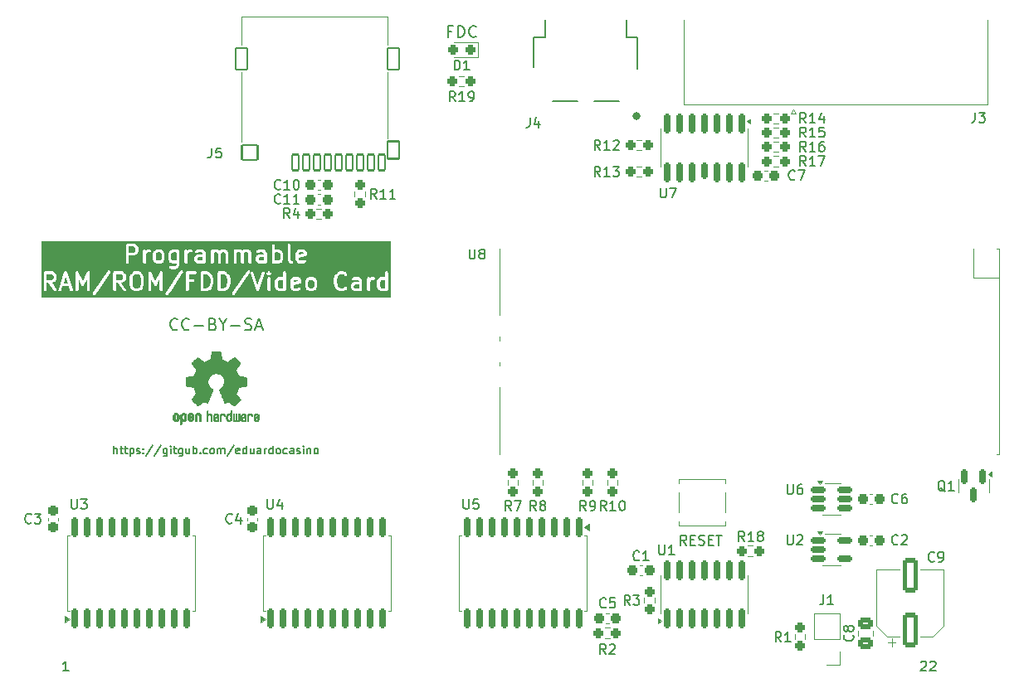
<source format=gbr>
%TF.GenerationSoftware,KiCad,Pcbnew,7.0.11*%
%TF.CreationDate,2024-09-16T15:15:14+02:00*%
%TF.ProjectId,kim-1-programmable-memory,6b696d2d-312d-4707-926f-6772616d6d61,rev?*%
%TF.SameCoordinates,Original*%
%TF.FileFunction,Legend,Top*%
%TF.FilePolarity,Positive*%
%FSLAX46Y46*%
G04 Gerber Fmt 4.6, Leading zero omitted, Abs format (unit mm)*
G04 Created by KiCad (PCBNEW 7.0.11) date 2024-09-16 15:15:14*
%MOMM*%
%LPD*%
G01*
G04 APERTURE LIST*
G04 Aperture macros list*
%AMRoundRect*
0 Rectangle with rounded corners*
0 $1 Rounding radius*
0 $2 $3 $4 $5 $6 $7 $8 $9 X,Y pos of 4 corners*
0 Add a 4 corners polygon primitive as box body*
4,1,4,$2,$3,$4,$5,$6,$7,$8,$9,$2,$3,0*
0 Add four circle primitives for the rounded corners*
1,1,$1+$1,$2,$3*
1,1,$1+$1,$4,$5*
1,1,$1+$1,$6,$7*
1,1,$1+$1,$8,$9*
0 Add four rect primitives between the rounded corners*
20,1,$1+$1,$2,$3,$4,$5,0*
20,1,$1+$1,$4,$5,$6,$7,0*
20,1,$1+$1,$6,$7,$8,$9,0*
20,1,$1+$1,$8,$9,$2,$3,0*%
G04 Aperture macros list end*
%ADD10C,0.150000*%
%ADD11C,0.200000*%
%ADD12C,0.300000*%
%ADD13C,0.120000*%
%ADD14C,0.127000*%
%ADD15C,0.400000*%
%ADD16C,0.010000*%
%ADD17RoundRect,0.237500X0.287500X0.237500X-0.287500X0.237500X-0.287500X-0.237500X0.287500X-0.237500X0*%
%ADD18RoundRect,0.237500X-0.250000X-0.237500X0.250000X-0.237500X0.250000X0.237500X-0.250000X0.237500X0*%
%ADD19RoundRect,0.237500X-0.237500X0.250000X-0.237500X-0.250000X0.237500X-0.250000X0.237500X0.250000X0*%
%ADD20RoundRect,0.150000X-0.150000X0.825000X-0.150000X-0.825000X0.150000X-0.825000X0.150000X0.825000X0*%
%ADD21RoundRect,0.150000X-0.150000X0.675000X-0.150000X-0.675000X0.150000X-0.675000X0.150000X0.675000X0*%
%ADD22RoundRect,0.237500X0.300000X0.237500X-0.300000X0.237500X-0.300000X-0.237500X0.300000X-0.237500X0*%
%ADD23RoundRect,0.237500X0.237500X-0.250000X0.237500X0.250000X-0.237500X0.250000X-0.237500X-0.250000X0*%
%ADD24C,2.754000*%
%ADD25C,3.820000*%
%ADD26RoundRect,0.150000X-0.150000X0.875000X-0.150000X-0.875000X0.150000X-0.875000X0.150000X0.875000X0*%
%ADD27R,1.700000X1.700000*%
%ADD28O,1.700000X1.700000*%
%ADD29RoundRect,0.237500X-0.300000X-0.237500X0.300000X-0.237500X0.300000X0.237500X-0.300000X0.237500X0*%
%ADD30RoundRect,0.150000X0.150000X-0.875000X0.150000X0.875000X-0.150000X0.875000X-0.150000X-0.875000X0*%
%ADD31RoundRect,0.162500X-0.617500X-0.162500X0.617500X-0.162500X0.617500X0.162500X-0.617500X0.162500X0*%
%ADD32RoundRect,0.250000X0.550000X-1.500000X0.550000X1.500000X-0.550000X1.500000X-0.550000X-1.500000X0*%
%ADD33RoundRect,0.250000X0.475000X-0.337500X0.475000X0.337500X-0.475000X0.337500X-0.475000X-0.337500X0*%
%ADD34R,1.600000X1.400000*%
%ADD35RoundRect,0.237500X0.250000X0.237500X-0.250000X0.237500X-0.250000X-0.237500X0.250000X-0.237500X0*%
%ADD36RoundRect,0.237500X-0.237500X0.300000X-0.237500X-0.300000X0.237500X-0.300000X0.237500X0.300000X0*%
%ADD37C,4.000000*%
%ADD38R,1.600000X1.600000*%
%ADD39C,1.600000*%
%ADD40R,1.700000X3.500000*%
%ADD41RoundRect,0.150000X0.150000X-0.825000X0.150000X0.825000X-0.150000X0.825000X-0.150000X-0.825000X0*%
%ADD42C,1.000000*%
%ADD43RoundRect,0.102000X0.350000X0.800000X-0.350000X0.800000X-0.350000X-0.800000X0.350000X-0.800000X0*%
%ADD44RoundRect,0.102000X0.600000X0.900000X-0.600000X0.900000X-0.600000X-0.900000X0.600000X-0.900000X0*%
%ADD45RoundRect,0.102000X0.600000X1.100000X-0.600000X1.100000X-0.600000X-1.100000X0.600000X-1.100000X0*%
%ADD46RoundRect,0.102000X0.800000X0.750000X-0.800000X0.750000X-0.800000X-0.750000X0.800000X-0.750000X0*%
%ADD47RoundRect,0.150000X-0.150000X0.587500X-0.150000X-0.587500X0.150000X-0.587500X0.150000X0.587500X0*%
G04 APERTURE END LIST*
D10*
X67929998Y-133184295D02*
X67929998Y-132384295D01*
X68272855Y-133184295D02*
X68272855Y-132765247D01*
X68272855Y-132765247D02*
X68234760Y-132689057D01*
X68234760Y-132689057D02*
X68158569Y-132650961D01*
X68158569Y-132650961D02*
X68044283Y-132650961D01*
X68044283Y-132650961D02*
X67968093Y-132689057D01*
X67968093Y-132689057D02*
X67929998Y-132727152D01*
X68539522Y-132650961D02*
X68844284Y-132650961D01*
X68653808Y-132384295D02*
X68653808Y-133070009D01*
X68653808Y-133070009D02*
X68691903Y-133146200D01*
X68691903Y-133146200D02*
X68768093Y-133184295D01*
X68768093Y-133184295D02*
X68844284Y-133184295D01*
X68996665Y-132650961D02*
X69301427Y-132650961D01*
X69110951Y-132384295D02*
X69110951Y-133070009D01*
X69110951Y-133070009D02*
X69149046Y-133146200D01*
X69149046Y-133146200D02*
X69225236Y-133184295D01*
X69225236Y-133184295D02*
X69301427Y-133184295D01*
X69568094Y-132650961D02*
X69568094Y-133450961D01*
X69568094Y-132689057D02*
X69644284Y-132650961D01*
X69644284Y-132650961D02*
X69796665Y-132650961D01*
X69796665Y-132650961D02*
X69872856Y-132689057D01*
X69872856Y-132689057D02*
X69910951Y-132727152D01*
X69910951Y-132727152D02*
X69949046Y-132803342D01*
X69949046Y-132803342D02*
X69949046Y-133031914D01*
X69949046Y-133031914D02*
X69910951Y-133108104D01*
X69910951Y-133108104D02*
X69872856Y-133146200D01*
X69872856Y-133146200D02*
X69796665Y-133184295D01*
X69796665Y-133184295D02*
X69644284Y-133184295D01*
X69644284Y-133184295D02*
X69568094Y-133146200D01*
X70253808Y-133146200D02*
X70329999Y-133184295D01*
X70329999Y-133184295D02*
X70482380Y-133184295D01*
X70482380Y-133184295D02*
X70558570Y-133146200D01*
X70558570Y-133146200D02*
X70596666Y-133070009D01*
X70596666Y-133070009D02*
X70596666Y-133031914D01*
X70596666Y-133031914D02*
X70558570Y-132955723D01*
X70558570Y-132955723D02*
X70482380Y-132917628D01*
X70482380Y-132917628D02*
X70368094Y-132917628D01*
X70368094Y-132917628D02*
X70291904Y-132879533D01*
X70291904Y-132879533D02*
X70253808Y-132803342D01*
X70253808Y-132803342D02*
X70253808Y-132765247D01*
X70253808Y-132765247D02*
X70291904Y-132689057D01*
X70291904Y-132689057D02*
X70368094Y-132650961D01*
X70368094Y-132650961D02*
X70482380Y-132650961D01*
X70482380Y-132650961D02*
X70558570Y-132689057D01*
X70939523Y-133108104D02*
X70977618Y-133146200D01*
X70977618Y-133146200D02*
X70939523Y-133184295D01*
X70939523Y-133184295D02*
X70901427Y-133146200D01*
X70901427Y-133146200D02*
X70939523Y-133108104D01*
X70939523Y-133108104D02*
X70939523Y-133184295D01*
X70939523Y-132689057D02*
X70977618Y-132727152D01*
X70977618Y-132727152D02*
X70939523Y-132765247D01*
X70939523Y-132765247D02*
X70901427Y-132727152D01*
X70901427Y-132727152D02*
X70939523Y-132689057D01*
X70939523Y-132689057D02*
X70939523Y-132765247D01*
X71891903Y-132346200D02*
X71206189Y-133374771D01*
X72729998Y-132346200D02*
X72044284Y-133374771D01*
X73339522Y-132650961D02*
X73339522Y-133298580D01*
X73339522Y-133298580D02*
X73301427Y-133374771D01*
X73301427Y-133374771D02*
X73263331Y-133412866D01*
X73263331Y-133412866D02*
X73187141Y-133450961D01*
X73187141Y-133450961D02*
X73072855Y-133450961D01*
X73072855Y-133450961D02*
X72996665Y-133412866D01*
X73339522Y-133146200D02*
X73263331Y-133184295D01*
X73263331Y-133184295D02*
X73110950Y-133184295D01*
X73110950Y-133184295D02*
X73034760Y-133146200D01*
X73034760Y-133146200D02*
X72996665Y-133108104D01*
X72996665Y-133108104D02*
X72958569Y-133031914D01*
X72958569Y-133031914D02*
X72958569Y-132803342D01*
X72958569Y-132803342D02*
X72996665Y-132727152D01*
X72996665Y-132727152D02*
X73034760Y-132689057D01*
X73034760Y-132689057D02*
X73110950Y-132650961D01*
X73110950Y-132650961D02*
X73263331Y-132650961D01*
X73263331Y-132650961D02*
X73339522Y-132689057D01*
X73720475Y-133184295D02*
X73720475Y-132650961D01*
X73720475Y-132384295D02*
X73682379Y-132422390D01*
X73682379Y-132422390D02*
X73720475Y-132460485D01*
X73720475Y-132460485D02*
X73758570Y-132422390D01*
X73758570Y-132422390D02*
X73720475Y-132384295D01*
X73720475Y-132384295D02*
X73720475Y-132460485D01*
X73987141Y-132650961D02*
X74291903Y-132650961D01*
X74101427Y-132384295D02*
X74101427Y-133070009D01*
X74101427Y-133070009D02*
X74139522Y-133146200D01*
X74139522Y-133146200D02*
X74215712Y-133184295D01*
X74215712Y-133184295D02*
X74291903Y-133184295D01*
X74901427Y-132650961D02*
X74901427Y-133298580D01*
X74901427Y-133298580D02*
X74863332Y-133374771D01*
X74863332Y-133374771D02*
X74825236Y-133412866D01*
X74825236Y-133412866D02*
X74749046Y-133450961D01*
X74749046Y-133450961D02*
X74634760Y-133450961D01*
X74634760Y-133450961D02*
X74558570Y-133412866D01*
X74901427Y-133146200D02*
X74825236Y-133184295D01*
X74825236Y-133184295D02*
X74672855Y-133184295D01*
X74672855Y-133184295D02*
X74596665Y-133146200D01*
X74596665Y-133146200D02*
X74558570Y-133108104D01*
X74558570Y-133108104D02*
X74520474Y-133031914D01*
X74520474Y-133031914D02*
X74520474Y-132803342D01*
X74520474Y-132803342D02*
X74558570Y-132727152D01*
X74558570Y-132727152D02*
X74596665Y-132689057D01*
X74596665Y-132689057D02*
X74672855Y-132650961D01*
X74672855Y-132650961D02*
X74825236Y-132650961D01*
X74825236Y-132650961D02*
X74901427Y-132689057D01*
X75625237Y-132650961D02*
X75625237Y-133184295D01*
X75282380Y-132650961D02*
X75282380Y-133070009D01*
X75282380Y-133070009D02*
X75320475Y-133146200D01*
X75320475Y-133146200D02*
X75396665Y-133184295D01*
X75396665Y-133184295D02*
X75510951Y-133184295D01*
X75510951Y-133184295D02*
X75587142Y-133146200D01*
X75587142Y-133146200D02*
X75625237Y-133108104D01*
X76006190Y-133184295D02*
X76006190Y-132384295D01*
X76006190Y-132689057D02*
X76082380Y-132650961D01*
X76082380Y-132650961D02*
X76234761Y-132650961D01*
X76234761Y-132650961D02*
X76310952Y-132689057D01*
X76310952Y-132689057D02*
X76349047Y-132727152D01*
X76349047Y-132727152D02*
X76387142Y-132803342D01*
X76387142Y-132803342D02*
X76387142Y-133031914D01*
X76387142Y-133031914D02*
X76349047Y-133108104D01*
X76349047Y-133108104D02*
X76310952Y-133146200D01*
X76310952Y-133146200D02*
X76234761Y-133184295D01*
X76234761Y-133184295D02*
X76082380Y-133184295D01*
X76082380Y-133184295D02*
X76006190Y-133146200D01*
X76730000Y-133108104D02*
X76768095Y-133146200D01*
X76768095Y-133146200D02*
X76730000Y-133184295D01*
X76730000Y-133184295D02*
X76691904Y-133146200D01*
X76691904Y-133146200D02*
X76730000Y-133108104D01*
X76730000Y-133108104D02*
X76730000Y-133184295D01*
X77453809Y-133146200D02*
X77377618Y-133184295D01*
X77377618Y-133184295D02*
X77225237Y-133184295D01*
X77225237Y-133184295D02*
X77149047Y-133146200D01*
X77149047Y-133146200D02*
X77110952Y-133108104D01*
X77110952Y-133108104D02*
X77072856Y-133031914D01*
X77072856Y-133031914D02*
X77072856Y-132803342D01*
X77072856Y-132803342D02*
X77110952Y-132727152D01*
X77110952Y-132727152D02*
X77149047Y-132689057D01*
X77149047Y-132689057D02*
X77225237Y-132650961D01*
X77225237Y-132650961D02*
X77377618Y-132650961D01*
X77377618Y-132650961D02*
X77453809Y-132689057D01*
X77910951Y-133184295D02*
X77834761Y-133146200D01*
X77834761Y-133146200D02*
X77796666Y-133108104D01*
X77796666Y-133108104D02*
X77758570Y-133031914D01*
X77758570Y-133031914D02*
X77758570Y-132803342D01*
X77758570Y-132803342D02*
X77796666Y-132727152D01*
X77796666Y-132727152D02*
X77834761Y-132689057D01*
X77834761Y-132689057D02*
X77910951Y-132650961D01*
X77910951Y-132650961D02*
X78025237Y-132650961D01*
X78025237Y-132650961D02*
X78101428Y-132689057D01*
X78101428Y-132689057D02*
X78139523Y-132727152D01*
X78139523Y-132727152D02*
X78177618Y-132803342D01*
X78177618Y-132803342D02*
X78177618Y-133031914D01*
X78177618Y-133031914D02*
X78139523Y-133108104D01*
X78139523Y-133108104D02*
X78101428Y-133146200D01*
X78101428Y-133146200D02*
X78025237Y-133184295D01*
X78025237Y-133184295D02*
X77910951Y-133184295D01*
X78520476Y-133184295D02*
X78520476Y-132650961D01*
X78520476Y-132727152D02*
X78558571Y-132689057D01*
X78558571Y-132689057D02*
X78634761Y-132650961D01*
X78634761Y-132650961D02*
X78749047Y-132650961D01*
X78749047Y-132650961D02*
X78825238Y-132689057D01*
X78825238Y-132689057D02*
X78863333Y-132765247D01*
X78863333Y-132765247D02*
X78863333Y-133184295D01*
X78863333Y-132765247D02*
X78901428Y-132689057D01*
X78901428Y-132689057D02*
X78977619Y-132650961D01*
X78977619Y-132650961D02*
X79091904Y-132650961D01*
X79091904Y-132650961D02*
X79168095Y-132689057D01*
X79168095Y-132689057D02*
X79206190Y-132765247D01*
X79206190Y-132765247D02*
X79206190Y-133184295D01*
X80158571Y-132346200D02*
X79472857Y-133374771D01*
X80730000Y-133146200D02*
X80653809Y-133184295D01*
X80653809Y-133184295D02*
X80501428Y-133184295D01*
X80501428Y-133184295D02*
X80425238Y-133146200D01*
X80425238Y-133146200D02*
X80387142Y-133070009D01*
X80387142Y-133070009D02*
X80387142Y-132765247D01*
X80387142Y-132765247D02*
X80425238Y-132689057D01*
X80425238Y-132689057D02*
X80501428Y-132650961D01*
X80501428Y-132650961D02*
X80653809Y-132650961D01*
X80653809Y-132650961D02*
X80730000Y-132689057D01*
X80730000Y-132689057D02*
X80768095Y-132765247D01*
X80768095Y-132765247D02*
X80768095Y-132841438D01*
X80768095Y-132841438D02*
X80387142Y-132917628D01*
X81453809Y-133184295D02*
X81453809Y-132384295D01*
X81453809Y-133146200D02*
X81377618Y-133184295D01*
X81377618Y-133184295D02*
X81225237Y-133184295D01*
X81225237Y-133184295D02*
X81149047Y-133146200D01*
X81149047Y-133146200D02*
X81110952Y-133108104D01*
X81110952Y-133108104D02*
X81072856Y-133031914D01*
X81072856Y-133031914D02*
X81072856Y-132803342D01*
X81072856Y-132803342D02*
X81110952Y-132727152D01*
X81110952Y-132727152D02*
X81149047Y-132689057D01*
X81149047Y-132689057D02*
X81225237Y-132650961D01*
X81225237Y-132650961D02*
X81377618Y-132650961D01*
X81377618Y-132650961D02*
X81453809Y-132689057D01*
X82177619Y-132650961D02*
X82177619Y-133184295D01*
X81834762Y-132650961D02*
X81834762Y-133070009D01*
X81834762Y-133070009D02*
X81872857Y-133146200D01*
X81872857Y-133146200D02*
X81949047Y-133184295D01*
X81949047Y-133184295D02*
X82063333Y-133184295D01*
X82063333Y-133184295D02*
X82139524Y-133146200D01*
X82139524Y-133146200D02*
X82177619Y-133108104D01*
X82901429Y-133184295D02*
X82901429Y-132765247D01*
X82901429Y-132765247D02*
X82863334Y-132689057D01*
X82863334Y-132689057D02*
X82787143Y-132650961D01*
X82787143Y-132650961D02*
X82634762Y-132650961D01*
X82634762Y-132650961D02*
X82558572Y-132689057D01*
X82901429Y-133146200D02*
X82825238Y-133184295D01*
X82825238Y-133184295D02*
X82634762Y-133184295D01*
X82634762Y-133184295D02*
X82558572Y-133146200D01*
X82558572Y-133146200D02*
X82520476Y-133070009D01*
X82520476Y-133070009D02*
X82520476Y-132993819D01*
X82520476Y-132993819D02*
X82558572Y-132917628D01*
X82558572Y-132917628D02*
X82634762Y-132879533D01*
X82634762Y-132879533D02*
X82825238Y-132879533D01*
X82825238Y-132879533D02*
X82901429Y-132841438D01*
X83282382Y-133184295D02*
X83282382Y-132650961D01*
X83282382Y-132803342D02*
X83320477Y-132727152D01*
X83320477Y-132727152D02*
X83358572Y-132689057D01*
X83358572Y-132689057D02*
X83434763Y-132650961D01*
X83434763Y-132650961D02*
X83510953Y-132650961D01*
X84120477Y-133184295D02*
X84120477Y-132384295D01*
X84120477Y-133146200D02*
X84044286Y-133184295D01*
X84044286Y-133184295D02*
X83891905Y-133184295D01*
X83891905Y-133184295D02*
X83815715Y-133146200D01*
X83815715Y-133146200D02*
X83777620Y-133108104D01*
X83777620Y-133108104D02*
X83739524Y-133031914D01*
X83739524Y-133031914D02*
X83739524Y-132803342D01*
X83739524Y-132803342D02*
X83777620Y-132727152D01*
X83777620Y-132727152D02*
X83815715Y-132689057D01*
X83815715Y-132689057D02*
X83891905Y-132650961D01*
X83891905Y-132650961D02*
X84044286Y-132650961D01*
X84044286Y-132650961D02*
X84120477Y-132689057D01*
X84615715Y-133184295D02*
X84539525Y-133146200D01*
X84539525Y-133146200D02*
X84501430Y-133108104D01*
X84501430Y-133108104D02*
X84463334Y-133031914D01*
X84463334Y-133031914D02*
X84463334Y-132803342D01*
X84463334Y-132803342D02*
X84501430Y-132727152D01*
X84501430Y-132727152D02*
X84539525Y-132689057D01*
X84539525Y-132689057D02*
X84615715Y-132650961D01*
X84615715Y-132650961D02*
X84730001Y-132650961D01*
X84730001Y-132650961D02*
X84806192Y-132689057D01*
X84806192Y-132689057D02*
X84844287Y-132727152D01*
X84844287Y-132727152D02*
X84882382Y-132803342D01*
X84882382Y-132803342D02*
X84882382Y-133031914D01*
X84882382Y-133031914D02*
X84844287Y-133108104D01*
X84844287Y-133108104D02*
X84806192Y-133146200D01*
X84806192Y-133146200D02*
X84730001Y-133184295D01*
X84730001Y-133184295D02*
X84615715Y-133184295D01*
X85568097Y-133146200D02*
X85491906Y-133184295D01*
X85491906Y-133184295D02*
X85339525Y-133184295D01*
X85339525Y-133184295D02*
X85263335Y-133146200D01*
X85263335Y-133146200D02*
X85225240Y-133108104D01*
X85225240Y-133108104D02*
X85187144Y-133031914D01*
X85187144Y-133031914D02*
X85187144Y-132803342D01*
X85187144Y-132803342D02*
X85225240Y-132727152D01*
X85225240Y-132727152D02*
X85263335Y-132689057D01*
X85263335Y-132689057D02*
X85339525Y-132650961D01*
X85339525Y-132650961D02*
X85491906Y-132650961D01*
X85491906Y-132650961D02*
X85568097Y-132689057D01*
X86253811Y-133184295D02*
X86253811Y-132765247D01*
X86253811Y-132765247D02*
X86215716Y-132689057D01*
X86215716Y-132689057D02*
X86139525Y-132650961D01*
X86139525Y-132650961D02*
X85987144Y-132650961D01*
X85987144Y-132650961D02*
X85910954Y-132689057D01*
X86253811Y-133146200D02*
X86177620Y-133184295D01*
X86177620Y-133184295D02*
X85987144Y-133184295D01*
X85987144Y-133184295D02*
X85910954Y-133146200D01*
X85910954Y-133146200D02*
X85872858Y-133070009D01*
X85872858Y-133070009D02*
X85872858Y-132993819D01*
X85872858Y-132993819D02*
X85910954Y-132917628D01*
X85910954Y-132917628D02*
X85987144Y-132879533D01*
X85987144Y-132879533D02*
X86177620Y-132879533D01*
X86177620Y-132879533D02*
X86253811Y-132841438D01*
X86596668Y-133146200D02*
X86672859Y-133184295D01*
X86672859Y-133184295D02*
X86825240Y-133184295D01*
X86825240Y-133184295D02*
X86901430Y-133146200D01*
X86901430Y-133146200D02*
X86939526Y-133070009D01*
X86939526Y-133070009D02*
X86939526Y-133031914D01*
X86939526Y-133031914D02*
X86901430Y-132955723D01*
X86901430Y-132955723D02*
X86825240Y-132917628D01*
X86825240Y-132917628D02*
X86710954Y-132917628D01*
X86710954Y-132917628D02*
X86634764Y-132879533D01*
X86634764Y-132879533D02*
X86596668Y-132803342D01*
X86596668Y-132803342D02*
X86596668Y-132765247D01*
X86596668Y-132765247D02*
X86634764Y-132689057D01*
X86634764Y-132689057D02*
X86710954Y-132650961D01*
X86710954Y-132650961D02*
X86825240Y-132650961D01*
X86825240Y-132650961D02*
X86901430Y-132689057D01*
X87282383Y-133184295D02*
X87282383Y-132650961D01*
X87282383Y-132384295D02*
X87244287Y-132422390D01*
X87244287Y-132422390D02*
X87282383Y-132460485D01*
X87282383Y-132460485D02*
X87320478Y-132422390D01*
X87320478Y-132422390D02*
X87282383Y-132384295D01*
X87282383Y-132384295D02*
X87282383Y-132460485D01*
X87663335Y-132650961D02*
X87663335Y-133184295D01*
X87663335Y-132727152D02*
X87701430Y-132689057D01*
X87701430Y-132689057D02*
X87777620Y-132650961D01*
X87777620Y-132650961D02*
X87891906Y-132650961D01*
X87891906Y-132650961D02*
X87968097Y-132689057D01*
X87968097Y-132689057D02*
X88006192Y-132765247D01*
X88006192Y-132765247D02*
X88006192Y-133184295D01*
X88501430Y-133184295D02*
X88425240Y-133146200D01*
X88425240Y-133146200D02*
X88387145Y-133108104D01*
X88387145Y-133108104D02*
X88349049Y-133031914D01*
X88349049Y-133031914D02*
X88349049Y-132803342D01*
X88349049Y-132803342D02*
X88387145Y-132727152D01*
X88387145Y-132727152D02*
X88425240Y-132689057D01*
X88425240Y-132689057D02*
X88501430Y-132650961D01*
X88501430Y-132650961D02*
X88615716Y-132650961D01*
X88615716Y-132650961D02*
X88691907Y-132689057D01*
X88691907Y-132689057D02*
X88730002Y-132727152D01*
X88730002Y-132727152D02*
X88768097Y-132803342D01*
X88768097Y-132803342D02*
X88768097Y-133031914D01*
X88768097Y-133031914D02*
X88730002Y-133108104D01*
X88730002Y-133108104D02*
X88691907Y-133146200D01*
X88691907Y-133146200D02*
X88615716Y-133184295D01*
X88615716Y-133184295D02*
X88501430Y-133184295D01*
D11*
X74415715Y-120448457D02*
X74358572Y-120505600D01*
X74358572Y-120505600D02*
X74187144Y-120562742D01*
X74187144Y-120562742D02*
X74072858Y-120562742D01*
X74072858Y-120562742D02*
X73901429Y-120505600D01*
X73901429Y-120505600D02*
X73787144Y-120391314D01*
X73787144Y-120391314D02*
X73730001Y-120277028D01*
X73730001Y-120277028D02*
X73672858Y-120048457D01*
X73672858Y-120048457D02*
X73672858Y-119877028D01*
X73672858Y-119877028D02*
X73730001Y-119648457D01*
X73730001Y-119648457D02*
X73787144Y-119534171D01*
X73787144Y-119534171D02*
X73901429Y-119419885D01*
X73901429Y-119419885D02*
X74072858Y-119362742D01*
X74072858Y-119362742D02*
X74187144Y-119362742D01*
X74187144Y-119362742D02*
X74358572Y-119419885D01*
X74358572Y-119419885D02*
X74415715Y-119477028D01*
X75615715Y-120448457D02*
X75558572Y-120505600D01*
X75558572Y-120505600D02*
X75387144Y-120562742D01*
X75387144Y-120562742D02*
X75272858Y-120562742D01*
X75272858Y-120562742D02*
X75101429Y-120505600D01*
X75101429Y-120505600D02*
X74987144Y-120391314D01*
X74987144Y-120391314D02*
X74930001Y-120277028D01*
X74930001Y-120277028D02*
X74872858Y-120048457D01*
X74872858Y-120048457D02*
X74872858Y-119877028D01*
X74872858Y-119877028D02*
X74930001Y-119648457D01*
X74930001Y-119648457D02*
X74987144Y-119534171D01*
X74987144Y-119534171D02*
X75101429Y-119419885D01*
X75101429Y-119419885D02*
X75272858Y-119362742D01*
X75272858Y-119362742D02*
X75387144Y-119362742D01*
X75387144Y-119362742D02*
X75558572Y-119419885D01*
X75558572Y-119419885D02*
X75615715Y-119477028D01*
X76130001Y-120105600D02*
X77044287Y-120105600D01*
X78015715Y-119934171D02*
X78187143Y-119991314D01*
X78187143Y-119991314D02*
X78244286Y-120048457D01*
X78244286Y-120048457D02*
X78301429Y-120162742D01*
X78301429Y-120162742D02*
X78301429Y-120334171D01*
X78301429Y-120334171D02*
X78244286Y-120448457D01*
X78244286Y-120448457D02*
X78187143Y-120505600D01*
X78187143Y-120505600D02*
X78072858Y-120562742D01*
X78072858Y-120562742D02*
X77615715Y-120562742D01*
X77615715Y-120562742D02*
X77615715Y-119362742D01*
X77615715Y-119362742D02*
X78015715Y-119362742D01*
X78015715Y-119362742D02*
X78130001Y-119419885D01*
X78130001Y-119419885D02*
X78187143Y-119477028D01*
X78187143Y-119477028D02*
X78244286Y-119591314D01*
X78244286Y-119591314D02*
X78244286Y-119705600D01*
X78244286Y-119705600D02*
X78187143Y-119819885D01*
X78187143Y-119819885D02*
X78130001Y-119877028D01*
X78130001Y-119877028D02*
X78015715Y-119934171D01*
X78015715Y-119934171D02*
X77615715Y-119934171D01*
X79044286Y-119991314D02*
X79044286Y-120562742D01*
X78644286Y-119362742D02*
X79044286Y-119991314D01*
X79044286Y-119991314D02*
X79444286Y-119362742D01*
X79844286Y-120105600D02*
X80758572Y-120105600D01*
X81272857Y-120505600D02*
X81444286Y-120562742D01*
X81444286Y-120562742D02*
X81730000Y-120562742D01*
X81730000Y-120562742D02*
X81844286Y-120505600D01*
X81844286Y-120505600D02*
X81901428Y-120448457D01*
X81901428Y-120448457D02*
X81958571Y-120334171D01*
X81958571Y-120334171D02*
X81958571Y-120219885D01*
X81958571Y-120219885D02*
X81901428Y-120105600D01*
X81901428Y-120105600D02*
X81844286Y-120048457D01*
X81844286Y-120048457D02*
X81730000Y-119991314D01*
X81730000Y-119991314D02*
X81501428Y-119934171D01*
X81501428Y-119934171D02*
X81387143Y-119877028D01*
X81387143Y-119877028D02*
X81330000Y-119819885D01*
X81330000Y-119819885D02*
X81272857Y-119705600D01*
X81272857Y-119705600D02*
X81272857Y-119591314D01*
X81272857Y-119591314D02*
X81330000Y-119477028D01*
X81330000Y-119477028D02*
X81387143Y-119419885D01*
X81387143Y-119419885D02*
X81501428Y-119362742D01*
X81501428Y-119362742D02*
X81787143Y-119362742D01*
X81787143Y-119362742D02*
X81958571Y-119419885D01*
X82415714Y-120219885D02*
X82987143Y-120219885D01*
X82301428Y-120562742D02*
X82701428Y-119362742D01*
X82701428Y-119362742D02*
X83101428Y-120562742D01*
D12*
G36*
X61657814Y-114896844D02*
G01*
X61706723Y-114945754D01*
X61763335Y-115058977D01*
X61763335Y-115238157D01*
X61706723Y-115351380D01*
X61657814Y-115400289D01*
X61544592Y-115456901D01*
X61063335Y-115456901D01*
X61063335Y-114840234D01*
X61544592Y-114840234D01*
X61657814Y-114896844D01*
G37*
G36*
X68741147Y-114896844D02*
G01*
X68790056Y-114945754D01*
X68846668Y-115058977D01*
X68846668Y-115238157D01*
X68790056Y-115351380D01*
X68741147Y-115400289D01*
X68627925Y-115456901D01*
X68146668Y-115456901D01*
X68146668Y-114840234D01*
X68627925Y-114840234D01*
X68741147Y-114896844D01*
G37*
G36*
X70491147Y-114896845D02*
G01*
X70611223Y-115016921D01*
X70680002Y-115292032D01*
X70680002Y-115838435D01*
X70611223Y-116113546D01*
X70491147Y-116233622D01*
X70377925Y-116290234D01*
X70115412Y-116290234D01*
X70002188Y-116233622D01*
X69882112Y-116113546D01*
X69813335Y-115838437D01*
X69813335Y-115292030D01*
X69882112Y-115016921D01*
X70002188Y-114896845D01*
X70115412Y-114840234D01*
X70377925Y-114840234D01*
X70491147Y-114896845D01*
G37*
G36*
X77498974Y-114904672D02*
G01*
X77623389Y-115029087D01*
X77688473Y-115159256D01*
X77763334Y-115458698D01*
X77763334Y-115671769D01*
X77688473Y-115971211D01*
X77623389Y-116101380D01*
X77498974Y-116225795D01*
X77305658Y-116290234D01*
X77063334Y-116290234D01*
X77063334Y-114840234D01*
X77305658Y-114840234D01*
X77498974Y-114904672D01*
G37*
G36*
X79248974Y-114904672D02*
G01*
X79373389Y-115029087D01*
X79438473Y-115159256D01*
X79513334Y-115458698D01*
X79513334Y-115671769D01*
X79438473Y-115971211D01*
X79373389Y-116101380D01*
X79248974Y-116225795D01*
X79055658Y-116290234D01*
X78813334Y-116290234D01*
X78813334Y-114840234D01*
X79055658Y-114840234D01*
X79248974Y-114904672D01*
G37*
G36*
X85180000Y-115449605D02*
G01*
X85180000Y-116264196D01*
X85127924Y-116290234D01*
X84865410Y-116290234D01*
X84752188Y-116233623D01*
X84703278Y-116184713D01*
X84646667Y-116071491D01*
X84646667Y-115642310D01*
X84703277Y-115529088D01*
X84752186Y-115480179D01*
X84865411Y-115423567D01*
X85127923Y-115423567D01*
X85180000Y-115449605D01*
G37*
G36*
X86718196Y-115468704D02*
G01*
X86763333Y-115558977D01*
X86763333Y-115567263D01*
X86230000Y-115673930D01*
X86230000Y-115558977D01*
X86275136Y-115468704D01*
X86365411Y-115423567D01*
X86627923Y-115423567D01*
X86718196Y-115468704D01*
G37*
G36*
X88241145Y-115480178D02*
G01*
X88290055Y-115529088D01*
X88346667Y-115642312D01*
X88346667Y-116071489D01*
X88290054Y-116184714D01*
X88241145Y-116233623D01*
X88127923Y-116290234D01*
X87948743Y-116290234D01*
X87835521Y-116233623D01*
X87786611Y-116184713D01*
X87730000Y-116071491D01*
X87730000Y-115642310D01*
X87786610Y-115529088D01*
X87835519Y-115480179D01*
X87948744Y-115423567D01*
X88127923Y-115423567D01*
X88241145Y-115480178D01*
G37*
G36*
X92929999Y-116264196D02*
G01*
X92877923Y-116290234D01*
X92532076Y-116290234D01*
X92441802Y-116245097D01*
X92396666Y-116154824D01*
X92396666Y-116058977D01*
X92441802Y-115968704D01*
X92532077Y-115923567D01*
X92913333Y-115923567D01*
X92929999Y-115919101D01*
X92929999Y-116264196D01*
G37*
G36*
X95596665Y-115449605D02*
G01*
X95596665Y-116264196D01*
X95544589Y-116290234D01*
X95282075Y-116290234D01*
X95168853Y-116233623D01*
X95119943Y-116184713D01*
X95063332Y-116071491D01*
X95063332Y-115642310D01*
X95119942Y-115529088D01*
X95168851Y-115480179D01*
X95282076Y-115423567D01*
X95544588Y-115423567D01*
X95596665Y-115449605D01*
G37*
G36*
X63205222Y-115790234D02*
G01*
X62788115Y-115790234D01*
X62996668Y-115164575D01*
X63205222Y-115790234D01*
G37*
G36*
X74305000Y-112632105D02*
G01*
X74305000Y-113446696D01*
X74252924Y-113472734D01*
X73990410Y-113472734D01*
X73877188Y-113416123D01*
X73828278Y-113367213D01*
X73771667Y-113253991D01*
X73771667Y-112824810D01*
X73828277Y-112711588D01*
X73877186Y-112662679D01*
X73990411Y-112606067D01*
X74252923Y-112606067D01*
X74305000Y-112632105D01*
G37*
G36*
X70032813Y-112079344D02*
G01*
X70081722Y-112128254D01*
X70138334Y-112241477D01*
X70138334Y-112420657D01*
X70081722Y-112533880D01*
X70032813Y-112582789D01*
X69919591Y-112639401D01*
X69438334Y-112639401D01*
X69438334Y-112022734D01*
X69919591Y-112022734D01*
X70032813Y-112079344D01*
G37*
G36*
X72699479Y-112662678D02*
G01*
X72748389Y-112711588D01*
X72805001Y-112824812D01*
X72805001Y-113253989D01*
X72748388Y-113367214D01*
X72699479Y-113416123D01*
X72586257Y-113472734D01*
X72407077Y-113472734D01*
X72293855Y-113416123D01*
X72244945Y-113367213D01*
X72188334Y-113253991D01*
X72188334Y-112824810D01*
X72244944Y-112711588D01*
X72293853Y-112662679D01*
X72407078Y-112606067D01*
X72586257Y-112606067D01*
X72699479Y-112662678D01*
G37*
G36*
X76971666Y-113446696D02*
G01*
X76919590Y-113472734D01*
X76573743Y-113472734D01*
X76483469Y-113427597D01*
X76438333Y-113337324D01*
X76438333Y-113241477D01*
X76483469Y-113151204D01*
X76573744Y-113106067D01*
X76955000Y-113106067D01*
X76971666Y-113101601D01*
X76971666Y-113446696D01*
G37*
G36*
X83221665Y-113446696D02*
G01*
X83169589Y-113472734D01*
X82823742Y-113472734D01*
X82733468Y-113427597D01*
X82688332Y-113337324D01*
X82688332Y-113241477D01*
X82733468Y-113151204D01*
X82823743Y-113106067D01*
X83204999Y-113106067D01*
X83221665Y-113101601D01*
X83221665Y-113446696D01*
G37*
G36*
X84782810Y-112662678D02*
G01*
X84831720Y-112711588D01*
X84888332Y-112824812D01*
X84888332Y-113253989D01*
X84831719Y-113367214D01*
X84782810Y-113416123D01*
X84669588Y-113472734D01*
X84407075Y-113472734D01*
X84354998Y-113446695D01*
X84354998Y-112632106D01*
X84407076Y-112606067D01*
X84669588Y-112606067D01*
X84782810Y-112662678D01*
G37*
G36*
X87259861Y-112651204D02*
G01*
X87304998Y-112741477D01*
X87304998Y-112749763D01*
X86771665Y-112856430D01*
X86771665Y-112741477D01*
X86816801Y-112651204D01*
X86907076Y-112606067D01*
X87169588Y-112606067D01*
X87259861Y-112651204D01*
G37*
G36*
X96146665Y-117256590D02*
G01*
X60513335Y-117256590D01*
X60513335Y-116847247D01*
X65763646Y-116847247D01*
X65778873Y-116923385D01*
X65830130Y-116981709D01*
X65903681Y-117006590D01*
X65979819Y-116991363D01*
X66038143Y-116940106D01*
X66100049Y-116847247D01*
X73180312Y-116847247D01*
X73195539Y-116923385D01*
X73246796Y-116981709D01*
X73320347Y-117006590D01*
X73396485Y-116991363D01*
X73454809Y-116940106D01*
X73516715Y-116847247D01*
X80013645Y-116847247D01*
X80028872Y-116923385D01*
X80080129Y-116981709D01*
X80153680Y-117006590D01*
X80229818Y-116991363D01*
X80288142Y-116940106D01*
X81788141Y-114690106D01*
X81798271Y-114660162D01*
X81849712Y-114660162D01*
X81854365Y-114737668D01*
X82437698Y-116487668D01*
X82454298Y-116512810D01*
X82467771Y-116539755D01*
X82475425Y-116544809D01*
X82480480Y-116552464D01*
X82507424Y-116565936D01*
X82532567Y-116582537D01*
X82541724Y-116583086D01*
X82549929Y-116587189D01*
X82579997Y-116585383D01*
X82610073Y-116587189D01*
X82618279Y-116583085D01*
X82627435Y-116582536D01*
X82652571Y-116565939D01*
X82679522Y-116552464D01*
X82684577Y-116544807D01*
X82692231Y-116539754D01*
X82705702Y-116512812D01*
X82722304Y-116487668D01*
X82738115Y-116440234D01*
X83596667Y-116440234D01*
X83616763Y-116515234D01*
X83671667Y-116570138D01*
X83746667Y-116590234D01*
X83821667Y-116570138D01*
X83876571Y-116515234D01*
X83896667Y-116440234D01*
X83896667Y-116106901D01*
X84346667Y-116106901D01*
X84355590Y-116140202D01*
X84362503Y-116173983D01*
X84445836Y-116340649D01*
X84461859Y-116358718D01*
X84473934Y-116379633D01*
X84557268Y-116462967D01*
X84578182Y-116475041D01*
X84596252Y-116491065D01*
X84762918Y-116574398D01*
X84796698Y-116581310D01*
X84830000Y-116590234D01*
X85163334Y-116590234D01*
X85196635Y-116581310D01*
X85230416Y-116574398D01*
X85249645Y-116564783D01*
X85255000Y-116570138D01*
X85330000Y-116590234D01*
X85405000Y-116570138D01*
X85459904Y-116515234D01*
X85480000Y-116440234D01*
X85480000Y-116190234D01*
X85930000Y-116190234D01*
X85938923Y-116223537D01*
X85945836Y-116257316D01*
X86029169Y-116423983D01*
X86035254Y-116430845D01*
X86038156Y-116439550D01*
X86060696Y-116459537D01*
X86080684Y-116482078D01*
X86089388Y-116484979D01*
X86096251Y-116491065D01*
X86262918Y-116574398D01*
X86296698Y-116581310D01*
X86330000Y-116590234D01*
X86663333Y-116590234D01*
X86696636Y-116581310D01*
X86730415Y-116574398D01*
X86897082Y-116491065D01*
X86955177Y-116439550D01*
X86979731Y-116365889D01*
X86964164Y-116289819D01*
X86912649Y-116231724D01*
X86838987Y-116207170D01*
X86762918Y-116222737D01*
X86627923Y-116290234D01*
X86365410Y-116290234D01*
X86275136Y-116245097D01*
X86230000Y-116154824D01*
X86230000Y-116106901D01*
X87430000Y-116106901D01*
X87438923Y-116140202D01*
X87445836Y-116173983D01*
X87529169Y-116340649D01*
X87545192Y-116358718D01*
X87557267Y-116379633D01*
X87640601Y-116462967D01*
X87661515Y-116475041D01*
X87679585Y-116491065D01*
X87846251Y-116574398D01*
X87880031Y-116581310D01*
X87913333Y-116590234D01*
X88163333Y-116590234D01*
X88196636Y-116581310D01*
X88230415Y-116574398D01*
X88397082Y-116491065D01*
X88415151Y-116475041D01*
X88436067Y-116462966D01*
X88519399Y-116379633D01*
X88531472Y-116358720D01*
X88547497Y-116340650D01*
X88630831Y-116173983D01*
X88637743Y-116140202D01*
X88646667Y-116106901D01*
X88646667Y-115690234D01*
X90346666Y-115690234D01*
X90351456Y-115708110D01*
X90351145Y-115726614D01*
X90434478Y-116059948D01*
X90442514Y-116074425D01*
X90445835Y-116090649D01*
X90529169Y-116257317D01*
X90545192Y-116275386D01*
X90557267Y-116296300D01*
X90723933Y-116462967D01*
X90753789Y-116480204D01*
X90782565Y-116499204D01*
X91032565Y-116582537D01*
X91056673Y-116583984D01*
X91079999Y-116590234D01*
X91246666Y-116590234D01*
X91269991Y-116583984D01*
X91294100Y-116582537D01*
X91544100Y-116499204D01*
X91572875Y-116480204D01*
X91602733Y-116462966D01*
X91686065Y-116379633D01*
X91724888Y-116312389D01*
X91724888Y-116234743D01*
X91699190Y-116190234D01*
X92096666Y-116190234D01*
X92105589Y-116223537D01*
X92112502Y-116257316D01*
X92195835Y-116423983D01*
X92201920Y-116430845D01*
X92204822Y-116439550D01*
X92227362Y-116459537D01*
X92247350Y-116482078D01*
X92256054Y-116484979D01*
X92262917Y-116491065D01*
X92429584Y-116574398D01*
X92463364Y-116581310D01*
X92496666Y-116590234D01*
X92913333Y-116590234D01*
X92946634Y-116581310D01*
X92980415Y-116574398D01*
X92999644Y-116564783D01*
X93004999Y-116570138D01*
X93079999Y-116590234D01*
X93154999Y-116570138D01*
X93209903Y-116515234D01*
X93229999Y-116440234D01*
X93763332Y-116440234D01*
X93783428Y-116515234D01*
X93838332Y-116570138D01*
X93913332Y-116590234D01*
X93988332Y-116570138D01*
X94043236Y-116515234D01*
X94063332Y-116440234D01*
X94063332Y-116106901D01*
X94763332Y-116106901D01*
X94772255Y-116140202D01*
X94779168Y-116173983D01*
X94862501Y-116340649D01*
X94878524Y-116358718D01*
X94890599Y-116379633D01*
X94973933Y-116462967D01*
X94994847Y-116475041D01*
X95012917Y-116491065D01*
X95179583Y-116574398D01*
X95213363Y-116581310D01*
X95246665Y-116590234D01*
X95579999Y-116590234D01*
X95613300Y-116581310D01*
X95647081Y-116574398D01*
X95666310Y-116564783D01*
X95671665Y-116570138D01*
X95746665Y-116590234D01*
X95821665Y-116570138D01*
X95876569Y-116515234D01*
X95896665Y-116440234D01*
X95896665Y-114690234D01*
X95876569Y-114615234D01*
X95821665Y-114560330D01*
X95746665Y-114540234D01*
X95671665Y-114560330D01*
X95616761Y-114615234D01*
X95596665Y-114690234D01*
X95596665Y-115128032D01*
X95579999Y-115123567D01*
X95246665Y-115123567D01*
X95213363Y-115132490D01*
X95179583Y-115139403D01*
X95012916Y-115222737D01*
X94994845Y-115238761D01*
X94973933Y-115250835D01*
X94890600Y-115334167D01*
X94878524Y-115355082D01*
X94862501Y-115373152D01*
X94779168Y-115539819D01*
X94772255Y-115573597D01*
X94763332Y-115606901D01*
X94763332Y-116106901D01*
X94063332Y-116106901D01*
X94063332Y-115642311D01*
X94119943Y-115529088D01*
X94168853Y-115480179D01*
X94282077Y-115423567D01*
X94413332Y-115423567D01*
X94488332Y-115403471D01*
X94543236Y-115348567D01*
X94563332Y-115273567D01*
X94543236Y-115198567D01*
X94488332Y-115143663D01*
X94413332Y-115123567D01*
X94246666Y-115123567D01*
X94213364Y-115132490D01*
X94179584Y-115139403D01*
X94045365Y-115206512D01*
X94043236Y-115198567D01*
X93988332Y-115143663D01*
X93913332Y-115123567D01*
X93838332Y-115143663D01*
X93783428Y-115198567D01*
X93763332Y-115273567D01*
X93763332Y-116440234D01*
X93229999Y-116440234D01*
X93229999Y-115523567D01*
X93221075Y-115490265D01*
X93214163Y-115456485D01*
X93130830Y-115289819D01*
X93124743Y-115282955D01*
X93121843Y-115274253D01*
X93099303Y-115254265D01*
X93079315Y-115231724D01*
X93070612Y-115228823D01*
X93063749Y-115222737D01*
X92897081Y-115139403D01*
X92863300Y-115132490D01*
X92829999Y-115123567D01*
X92496666Y-115123567D01*
X92463364Y-115132490D01*
X92429584Y-115139403D01*
X92262917Y-115222737D01*
X92204822Y-115274253D01*
X92180268Y-115347914D01*
X92195835Y-115423983D01*
X92247351Y-115482078D01*
X92321012Y-115506632D01*
X92397081Y-115491065D01*
X92532077Y-115423567D01*
X92794589Y-115423567D01*
X92884862Y-115468704D01*
X92929999Y-115558977D01*
X92929999Y-115597529D01*
X92877923Y-115623567D01*
X92496666Y-115623567D01*
X92463364Y-115632490D01*
X92429584Y-115639403D01*
X92262917Y-115722737D01*
X92256054Y-115728822D01*
X92247350Y-115731724D01*
X92227359Y-115754267D01*
X92204822Y-115774253D01*
X92201921Y-115782955D01*
X92195835Y-115789819D01*
X92112502Y-115956485D01*
X92105589Y-115990265D01*
X92096666Y-116023567D01*
X92096666Y-116190234D01*
X91699190Y-116190234D01*
X91686064Y-116167501D01*
X91618821Y-116128678D01*
X91541175Y-116128678D01*
X91473932Y-116167502D01*
X91415639Y-116225795D01*
X91222323Y-116290234D01*
X91104342Y-116290234D01*
X90911025Y-116225795D01*
X90786610Y-116101380D01*
X90721525Y-115971210D01*
X90646666Y-115671770D01*
X90646666Y-115458697D01*
X90721525Y-115159257D01*
X90786610Y-115029087D01*
X90911025Y-114904672D01*
X91104342Y-114840234D01*
X91222323Y-114840234D01*
X91415639Y-114904672D01*
X91473932Y-114962966D01*
X91541175Y-115001790D01*
X91618821Y-115001790D01*
X91686064Y-114962967D01*
X91724888Y-114895725D01*
X91724888Y-114818079D01*
X91686065Y-114750835D01*
X91602733Y-114667502D01*
X91572875Y-114650263D01*
X91544100Y-114631264D01*
X91294100Y-114547931D01*
X91269991Y-114546483D01*
X91246666Y-114540234D01*
X91079999Y-114540234D01*
X91056673Y-114546483D01*
X91032565Y-114547931D01*
X90782565Y-114631264D01*
X90753789Y-114650263D01*
X90723933Y-114667501D01*
X90557267Y-114834168D01*
X90545192Y-114855081D01*
X90529169Y-114873151D01*
X90445835Y-115039819D01*
X90442514Y-115056042D01*
X90434478Y-115070520D01*
X90351145Y-115403854D01*
X90351456Y-115422357D01*
X90346666Y-115440234D01*
X90346666Y-115690234D01*
X88646667Y-115690234D01*
X88646667Y-115606901D01*
X88637743Y-115573599D01*
X88630831Y-115539819D01*
X88547497Y-115373152D01*
X88531474Y-115355083D01*
X88519399Y-115334168D01*
X88436066Y-115250835D01*
X88415152Y-115238760D01*
X88397083Y-115222737D01*
X88230415Y-115139403D01*
X88196634Y-115132490D01*
X88163333Y-115123567D01*
X87913333Y-115123567D01*
X87880031Y-115132490D01*
X87846251Y-115139403D01*
X87679584Y-115222737D01*
X87661513Y-115238761D01*
X87640601Y-115250835D01*
X87557268Y-115334167D01*
X87545192Y-115355082D01*
X87529169Y-115373152D01*
X87445836Y-115539819D01*
X87438923Y-115573597D01*
X87430000Y-115606901D01*
X87430000Y-116106901D01*
X86230000Y-116106901D01*
X86230000Y-115979871D01*
X86942750Y-115837321D01*
X86964690Y-115826472D01*
X86988333Y-115820138D01*
X86998924Y-115809546D01*
X87012353Y-115802907D01*
X87025930Y-115782540D01*
X87043237Y-115765234D01*
X87047114Y-115750764D01*
X87055423Y-115738301D01*
X87056998Y-115713876D01*
X87063333Y-115690234D01*
X87063333Y-115523567D01*
X87054409Y-115490265D01*
X87047497Y-115456485D01*
X86964164Y-115289819D01*
X86958077Y-115282955D01*
X86955177Y-115274253D01*
X86932637Y-115254265D01*
X86912649Y-115231724D01*
X86903946Y-115228823D01*
X86897083Y-115222737D01*
X86730415Y-115139403D01*
X86696634Y-115132490D01*
X86663333Y-115123567D01*
X86330000Y-115123567D01*
X86296698Y-115132490D01*
X86262918Y-115139403D01*
X86096251Y-115222737D01*
X86089388Y-115228822D01*
X86080684Y-115231724D01*
X86060693Y-115254267D01*
X86038156Y-115274253D01*
X86035255Y-115282955D01*
X86029169Y-115289819D01*
X85945836Y-115456485D01*
X85938923Y-115490265D01*
X85930000Y-115523567D01*
X85930000Y-116190234D01*
X85480000Y-116190234D01*
X85480000Y-114690234D01*
X85459904Y-114615234D01*
X85405000Y-114560330D01*
X85330000Y-114540234D01*
X85255000Y-114560330D01*
X85200096Y-114615234D01*
X85180000Y-114690234D01*
X85180000Y-115128032D01*
X85163334Y-115123567D01*
X84830000Y-115123567D01*
X84796698Y-115132490D01*
X84762918Y-115139403D01*
X84596251Y-115222737D01*
X84578180Y-115238761D01*
X84557268Y-115250835D01*
X84473935Y-115334167D01*
X84461859Y-115355082D01*
X84445836Y-115373152D01*
X84362503Y-115539819D01*
X84355590Y-115573597D01*
X84346667Y-115606901D01*
X84346667Y-116106901D01*
X83896667Y-116106901D01*
X83896667Y-115273567D01*
X83876571Y-115198567D01*
X83821667Y-115143663D01*
X83746667Y-115123567D01*
X83671667Y-115143663D01*
X83616763Y-115198567D01*
X83596667Y-115273567D01*
X83596667Y-116440234D01*
X82738115Y-116440234D01*
X83280730Y-114812390D01*
X83518445Y-114812390D01*
X83538955Y-114847914D01*
X83557267Y-114879632D01*
X83640600Y-114962966D01*
X83640601Y-114962967D01*
X83657702Y-114972840D01*
X83671667Y-114986805D01*
X83690740Y-114991915D01*
X83707843Y-115001790D01*
X83707844Y-115001790D01*
X83727592Y-115001790D01*
X83746667Y-115006901D01*
X83765742Y-115001790D01*
X83785490Y-115001790D01*
X83802592Y-114991916D01*
X83821667Y-114986805D01*
X83835631Y-114972840D01*
X83852733Y-114962967D01*
X83936067Y-114879633D01*
X83974890Y-114812390D01*
X83974890Y-114734744D01*
X83974890Y-114734743D01*
X83949118Y-114690106D01*
X83936067Y-114667501D01*
X83936066Y-114667500D01*
X83852732Y-114584167D01*
X83835630Y-114574293D01*
X83821667Y-114560330D01*
X83802592Y-114555218D01*
X83785490Y-114545345D01*
X83785489Y-114545345D01*
X83765742Y-114545345D01*
X83746667Y-114540234D01*
X83727592Y-114545345D01*
X83707843Y-114545345D01*
X83690740Y-114555219D01*
X83671667Y-114560330D01*
X83657702Y-114574294D01*
X83640601Y-114584168D01*
X83557268Y-114667501D01*
X83544217Y-114690106D01*
X83518445Y-114734743D01*
X83518445Y-114734744D01*
X83518445Y-114812390D01*
X83280730Y-114812390D01*
X83305637Y-114737668D01*
X83310289Y-114660162D01*
X83275565Y-114590713D01*
X83210768Y-114547931D01*
X83133262Y-114543279D01*
X83063813Y-114578003D01*
X83021032Y-114642800D01*
X82580000Y-115965892D01*
X82138969Y-114642800D01*
X82096188Y-114578003D01*
X82026739Y-114543279D01*
X81949233Y-114547932D01*
X81884436Y-114590713D01*
X81849712Y-114660162D01*
X81798271Y-114660162D01*
X81813023Y-114616555D01*
X81797795Y-114540417D01*
X81746539Y-114482094D01*
X81672988Y-114457212D01*
X81596850Y-114472440D01*
X81538526Y-114523696D01*
X80038526Y-116773696D01*
X80013645Y-116847247D01*
X73516715Y-116847247D01*
X73788057Y-116440234D01*
X75263334Y-116440234D01*
X75283430Y-116515234D01*
X75338334Y-116570138D01*
X75413334Y-116590234D01*
X75488334Y-116570138D01*
X75543238Y-116515234D01*
X75563334Y-116440234D01*
X76763334Y-116440234D01*
X76783430Y-116515234D01*
X76838334Y-116570138D01*
X76913334Y-116590234D01*
X77330001Y-116590234D01*
X77353326Y-116583984D01*
X77377435Y-116582537D01*
X77627435Y-116499204D01*
X77656210Y-116480204D01*
X77686067Y-116462967D01*
X77708800Y-116440234D01*
X78513334Y-116440234D01*
X78533430Y-116515234D01*
X78588334Y-116570138D01*
X78663334Y-116590234D01*
X79080001Y-116590234D01*
X79103326Y-116583984D01*
X79127435Y-116582537D01*
X79377435Y-116499204D01*
X79406210Y-116480204D01*
X79436067Y-116462967D01*
X79602734Y-116296300D01*
X79614808Y-116275385D01*
X79630832Y-116257316D01*
X79714165Y-116090649D01*
X79717485Y-116074424D01*
X79725522Y-116059947D01*
X79808855Y-115726614D01*
X79808543Y-115708110D01*
X79813334Y-115690234D01*
X79813334Y-115440234D01*
X79808543Y-115422357D01*
X79808855Y-115403854D01*
X79725522Y-115070521D01*
X79717485Y-115056043D01*
X79714165Y-115039819D01*
X79630832Y-114873152D01*
X79614808Y-114855082D01*
X79602734Y-114834168D01*
X79436067Y-114667501D01*
X79406210Y-114650263D01*
X79377435Y-114631264D01*
X79127435Y-114547931D01*
X79103326Y-114546483D01*
X79080001Y-114540234D01*
X78663334Y-114540234D01*
X78588334Y-114560330D01*
X78533430Y-114615234D01*
X78513334Y-114690234D01*
X78513334Y-116440234D01*
X77708800Y-116440234D01*
X77852734Y-116296300D01*
X77864808Y-116275385D01*
X77880832Y-116257316D01*
X77964165Y-116090649D01*
X77967485Y-116074424D01*
X77975522Y-116059947D01*
X78058855Y-115726614D01*
X78058543Y-115708110D01*
X78063334Y-115690234D01*
X78063334Y-115440234D01*
X78058543Y-115422357D01*
X78058855Y-115403854D01*
X77975522Y-115070521D01*
X77967485Y-115056043D01*
X77964165Y-115039819D01*
X77880832Y-114873152D01*
X77864808Y-114855082D01*
X77852734Y-114834168D01*
X77686067Y-114667501D01*
X77656210Y-114650263D01*
X77627435Y-114631264D01*
X77377435Y-114547931D01*
X77353326Y-114546483D01*
X77330001Y-114540234D01*
X76913334Y-114540234D01*
X76838334Y-114560330D01*
X76783430Y-114615234D01*
X76763334Y-114690234D01*
X76763334Y-116440234D01*
X75563334Y-116440234D01*
X75563334Y-115673567D01*
X75996668Y-115673567D01*
X76071668Y-115653471D01*
X76126572Y-115598567D01*
X76146668Y-115523567D01*
X76126572Y-115448567D01*
X76071668Y-115393663D01*
X75996668Y-115373567D01*
X75563334Y-115373567D01*
X75563334Y-114840234D01*
X76246668Y-114840234D01*
X76321668Y-114820138D01*
X76376572Y-114765234D01*
X76396668Y-114690234D01*
X76376572Y-114615234D01*
X76321668Y-114560330D01*
X76246668Y-114540234D01*
X75413334Y-114540234D01*
X75338334Y-114560330D01*
X75283430Y-114615234D01*
X75263334Y-114690234D01*
X75263334Y-116440234D01*
X73788057Y-116440234D01*
X74954808Y-114690106D01*
X74979690Y-114616555D01*
X74964462Y-114540417D01*
X74913206Y-114482094D01*
X74839655Y-114457212D01*
X74763517Y-114472440D01*
X74705193Y-114523696D01*
X73205193Y-116773696D01*
X73180312Y-116847247D01*
X66100049Y-116847247D01*
X66371391Y-116440234D01*
X67846668Y-116440234D01*
X67866764Y-116515234D01*
X67921668Y-116570138D01*
X67996668Y-116590234D01*
X68071668Y-116570138D01*
X68126572Y-116515234D01*
X68146668Y-116440234D01*
X68146668Y-115756901D01*
X68335237Y-115756901D01*
X68873783Y-116526254D01*
X68933256Y-116576172D01*
X69009721Y-116589666D01*
X69082688Y-116563119D01*
X69132606Y-116503646D01*
X69146099Y-116427182D01*
X69119553Y-116354215D01*
X68771434Y-115856901D01*
X69513335Y-115856901D01*
X69518125Y-115874777D01*
X69517814Y-115893281D01*
X69601147Y-116226615D01*
X69601779Y-116227753D01*
X69601779Y-116229057D01*
X69620584Y-116261628D01*
X69638833Y-116294501D01*
X69639950Y-116295171D01*
X69640602Y-116296300D01*
X69807269Y-116462967D01*
X69828183Y-116475041D01*
X69846253Y-116491065D01*
X70012920Y-116574398D01*
X70046700Y-116581310D01*
X70080002Y-116590234D01*
X70413335Y-116590234D01*
X70446638Y-116581310D01*
X70480417Y-116574398D01*
X70647084Y-116491065D01*
X70665153Y-116475041D01*
X70686068Y-116462967D01*
X70708801Y-116440234D01*
X71430001Y-116440234D01*
X71450097Y-116515234D01*
X71505001Y-116570138D01*
X71580001Y-116590234D01*
X71655001Y-116570138D01*
X71709905Y-116515234D01*
X71730001Y-116440234D01*
X71730001Y-115366368D01*
X72027407Y-116003667D01*
X72035916Y-116013801D01*
X72040437Y-116026234D01*
X72060491Y-116043071D01*
X72077334Y-116063132D01*
X72089769Y-116067654D01*
X72099902Y-116076161D01*
X72125691Y-116080716D01*
X72150306Y-116089667D01*
X72163335Y-116087365D01*
X72176364Y-116089667D01*
X72200977Y-116080716D01*
X72226768Y-116076161D01*
X72236900Y-116067653D01*
X72249335Y-116063132D01*
X72266175Y-116043074D01*
X72286233Y-116026234D01*
X72290754Y-116013799D01*
X72299262Y-116003667D01*
X72596668Y-115366368D01*
X72596668Y-116440234D01*
X72616764Y-116515234D01*
X72671668Y-116570138D01*
X72746668Y-116590234D01*
X72821668Y-116570138D01*
X72876572Y-116515234D01*
X72896668Y-116440234D01*
X72896668Y-114690234D01*
X72894939Y-114683782D01*
X72896101Y-114677205D01*
X72884989Y-114646647D01*
X72876572Y-114615234D01*
X72871848Y-114610510D01*
X72869566Y-114604234D01*
X72844662Y-114583324D01*
X72821668Y-114560330D01*
X72815216Y-114558601D01*
X72810101Y-114554306D01*
X72778075Y-114548649D01*
X72746668Y-114540234D01*
X72740216Y-114541962D01*
X72733639Y-114540801D01*
X72703081Y-114551912D01*
X72671668Y-114560330D01*
X72666944Y-114565053D01*
X72660668Y-114567336D01*
X72639761Y-114592236D01*
X72616764Y-114615234D01*
X72615035Y-114621686D01*
X72610741Y-114626801D01*
X72163334Y-115585528D01*
X71715928Y-114626801D01*
X71711633Y-114621686D01*
X71709905Y-114615234D01*
X71686907Y-114592236D01*
X71666001Y-114567336D01*
X71659724Y-114565053D01*
X71655001Y-114560330D01*
X71623587Y-114551912D01*
X71593030Y-114540801D01*
X71586452Y-114541962D01*
X71580001Y-114540234D01*
X71548587Y-114548651D01*
X71516568Y-114554307D01*
X71511453Y-114558601D01*
X71505001Y-114560330D01*
X71482003Y-114583327D01*
X71457103Y-114604234D01*
X71454820Y-114610510D01*
X71450097Y-114615234D01*
X71441679Y-114646647D01*
X71430568Y-114677205D01*
X71431729Y-114683782D01*
X71430001Y-114690234D01*
X71430001Y-116440234D01*
X70708801Y-116440234D01*
X70852734Y-116296300D01*
X70853385Y-116295171D01*
X70854503Y-116294501D01*
X70872751Y-116261628D01*
X70891557Y-116229057D01*
X70891557Y-116227753D01*
X70892189Y-116226615D01*
X70975523Y-115893282D01*
X70975211Y-115874777D01*
X70980002Y-115856901D01*
X70980002Y-115273567D01*
X70975211Y-115255690D01*
X70975523Y-115237186D01*
X70892189Y-114903853D01*
X70891557Y-114902714D01*
X70891557Y-114901411D01*
X70872751Y-114868839D01*
X70854503Y-114835967D01*
X70853385Y-114835296D01*
X70852734Y-114834168D01*
X70686068Y-114667501D01*
X70665153Y-114655426D01*
X70647084Y-114639403D01*
X70480417Y-114556070D01*
X70446638Y-114549157D01*
X70413335Y-114540234D01*
X70080002Y-114540234D01*
X70046700Y-114549157D01*
X70012920Y-114556070D01*
X69846253Y-114639403D01*
X69828183Y-114655426D01*
X69807269Y-114667501D01*
X69640602Y-114834168D01*
X69639950Y-114835296D01*
X69638833Y-114835967D01*
X69620584Y-114868839D01*
X69601779Y-114901411D01*
X69601779Y-114902714D01*
X69601147Y-114903853D01*
X69517814Y-115237187D01*
X69518125Y-115255690D01*
X69513335Y-115273567D01*
X69513335Y-115856901D01*
X68771434Y-115856901D01*
X68695416Y-115748304D01*
X68696636Y-115747977D01*
X68730417Y-115741065D01*
X68897085Y-115657731D01*
X68915154Y-115641707D01*
X68936068Y-115629633D01*
X69019401Y-115546300D01*
X69031475Y-115525385D01*
X69047499Y-115507316D01*
X69130832Y-115340649D01*
X69137744Y-115306868D01*
X69146668Y-115273567D01*
X69146668Y-115023567D01*
X69137744Y-114990265D01*
X69130832Y-114956485D01*
X69047499Y-114789819D01*
X69031475Y-114771748D01*
X69019401Y-114750835D01*
X68936069Y-114667502D01*
X68915153Y-114655426D01*
X68897084Y-114639403D01*
X68730417Y-114556070D01*
X68696638Y-114549157D01*
X68663335Y-114540234D01*
X67996668Y-114540234D01*
X67921668Y-114560330D01*
X67866764Y-114615234D01*
X67846668Y-114690234D01*
X67846668Y-116440234D01*
X66371391Y-116440234D01*
X67538142Y-114690106D01*
X67563024Y-114616555D01*
X67547796Y-114540417D01*
X67496540Y-114482094D01*
X67422989Y-114457212D01*
X67346851Y-114472440D01*
X67288527Y-114523696D01*
X65788527Y-116773696D01*
X65763646Y-116847247D01*
X60513335Y-116847247D01*
X60513335Y-116440234D01*
X60763335Y-116440234D01*
X60783431Y-116515234D01*
X60838335Y-116570138D01*
X60913335Y-116590234D01*
X60988335Y-116570138D01*
X61043239Y-116515234D01*
X61063335Y-116440234D01*
X61063335Y-115756901D01*
X61251904Y-115756901D01*
X61790450Y-116526254D01*
X61849923Y-116576172D01*
X61926388Y-116589666D01*
X61999355Y-116563119D01*
X62049273Y-116503646D01*
X62055156Y-116470306D01*
X62266380Y-116470306D01*
X62301104Y-116539755D01*
X62365901Y-116582536D01*
X62443407Y-116587189D01*
X62512856Y-116552465D01*
X62555637Y-116487668D01*
X62688115Y-116090234D01*
X63305222Y-116090234D01*
X63437700Y-116487668D01*
X63480481Y-116552465D01*
X63549930Y-116587189D01*
X63627436Y-116582537D01*
X63692233Y-116539755D01*
X63726957Y-116470306D01*
X63725152Y-116440234D01*
X64013335Y-116440234D01*
X64033431Y-116515234D01*
X64088335Y-116570138D01*
X64163335Y-116590234D01*
X64238335Y-116570138D01*
X64293239Y-116515234D01*
X64313335Y-116440234D01*
X64313335Y-115366368D01*
X64610741Y-116003667D01*
X64619250Y-116013801D01*
X64623771Y-116026234D01*
X64643825Y-116043071D01*
X64660668Y-116063132D01*
X64673103Y-116067654D01*
X64683236Y-116076161D01*
X64709025Y-116080716D01*
X64733640Y-116089667D01*
X64746669Y-116087365D01*
X64759698Y-116089667D01*
X64784311Y-116080716D01*
X64810102Y-116076161D01*
X64820234Y-116067653D01*
X64832669Y-116063132D01*
X64849509Y-116043074D01*
X64869567Y-116026234D01*
X64874088Y-116013799D01*
X64882596Y-116003667D01*
X65180002Y-115366368D01*
X65180002Y-116440234D01*
X65200098Y-116515234D01*
X65255002Y-116570138D01*
X65330002Y-116590234D01*
X65405002Y-116570138D01*
X65459906Y-116515234D01*
X65480002Y-116440234D01*
X65480002Y-114690234D01*
X65478273Y-114683782D01*
X65479435Y-114677205D01*
X65468323Y-114646647D01*
X65459906Y-114615234D01*
X65455182Y-114610510D01*
X65452900Y-114604234D01*
X65427996Y-114583324D01*
X65405002Y-114560330D01*
X65398550Y-114558601D01*
X65393435Y-114554306D01*
X65361409Y-114548649D01*
X65330002Y-114540234D01*
X65323550Y-114541962D01*
X65316973Y-114540801D01*
X65286415Y-114551912D01*
X65255002Y-114560330D01*
X65250278Y-114565053D01*
X65244002Y-114567336D01*
X65223095Y-114592236D01*
X65200098Y-114615234D01*
X65198369Y-114621686D01*
X65194075Y-114626801D01*
X64746668Y-115585528D01*
X64299262Y-114626801D01*
X64294967Y-114621686D01*
X64293239Y-114615234D01*
X64270241Y-114592236D01*
X64249335Y-114567336D01*
X64243058Y-114565053D01*
X64238335Y-114560330D01*
X64206921Y-114551912D01*
X64176364Y-114540801D01*
X64169786Y-114541962D01*
X64163335Y-114540234D01*
X64131921Y-114548651D01*
X64099902Y-114554307D01*
X64094787Y-114558601D01*
X64088335Y-114560330D01*
X64065337Y-114583327D01*
X64040437Y-114604234D01*
X64038154Y-114610510D01*
X64033431Y-114615234D01*
X64025013Y-114646647D01*
X64013902Y-114677205D01*
X64015063Y-114683782D01*
X64013335Y-114690234D01*
X64013335Y-116440234D01*
X63725152Y-116440234D01*
X63722305Y-116392800D01*
X63138972Y-114642800D01*
X63122370Y-114617655D01*
X63108899Y-114590714D01*
X63101245Y-114585660D01*
X63096190Y-114578004D01*
X63069239Y-114564528D01*
X63044103Y-114547932D01*
X63034947Y-114547382D01*
X63026741Y-114543279D01*
X62996665Y-114545084D01*
X62966597Y-114543279D01*
X62958392Y-114547381D01*
X62949235Y-114547931D01*
X62924092Y-114564531D01*
X62897148Y-114578004D01*
X62892093Y-114585658D01*
X62884439Y-114590713D01*
X62870966Y-114617657D01*
X62854366Y-114642800D01*
X62271033Y-116392800D01*
X62266380Y-116470306D01*
X62055156Y-116470306D01*
X62062766Y-116427182D01*
X62036220Y-116354215D01*
X61612083Y-115748304D01*
X61613303Y-115747977D01*
X61647084Y-115741065D01*
X61813752Y-115657731D01*
X61831821Y-115641707D01*
X61852735Y-115629633D01*
X61936068Y-115546300D01*
X61948142Y-115525385D01*
X61964166Y-115507316D01*
X62047499Y-115340649D01*
X62054411Y-115306868D01*
X62063335Y-115273567D01*
X62063335Y-115023567D01*
X62054411Y-114990265D01*
X62047499Y-114956485D01*
X61964166Y-114789819D01*
X61948142Y-114771748D01*
X61936068Y-114750835D01*
X61852736Y-114667502D01*
X61831820Y-114655426D01*
X61813751Y-114639403D01*
X61647084Y-114556070D01*
X61613305Y-114549157D01*
X61580002Y-114540234D01*
X60913335Y-114540234D01*
X60838335Y-114560330D01*
X60783431Y-114615234D01*
X60763335Y-114690234D01*
X60763335Y-116440234D01*
X60513335Y-116440234D01*
X60513335Y-113622734D01*
X69138334Y-113622734D01*
X69158430Y-113697734D01*
X69213334Y-113752638D01*
X69288334Y-113772734D01*
X69363334Y-113752638D01*
X69418238Y-113697734D01*
X69438334Y-113622734D01*
X70888334Y-113622734D01*
X70908430Y-113697734D01*
X70963334Y-113752638D01*
X71038334Y-113772734D01*
X71113334Y-113752638D01*
X71168238Y-113697734D01*
X71188334Y-113622734D01*
X71188334Y-113289401D01*
X71888334Y-113289401D01*
X71897257Y-113322702D01*
X71904170Y-113356483D01*
X71987503Y-113523149D01*
X72003526Y-113541218D01*
X72015601Y-113562133D01*
X72098935Y-113645467D01*
X72119849Y-113657541D01*
X72137919Y-113673565D01*
X72304585Y-113756898D01*
X72338365Y-113763810D01*
X72371667Y-113772734D01*
X72621667Y-113772734D01*
X72654970Y-113763810D01*
X72688749Y-113756898D01*
X72855416Y-113673565D01*
X72873485Y-113657541D01*
X72894401Y-113645466D01*
X72977733Y-113562133D01*
X72989806Y-113541220D01*
X73005831Y-113523150D01*
X73089165Y-113356483D01*
X73096077Y-113322702D01*
X73105001Y-113289401D01*
X73471667Y-113289401D01*
X73480590Y-113322702D01*
X73487503Y-113356483D01*
X73570836Y-113523149D01*
X73586859Y-113541218D01*
X73598934Y-113562133D01*
X73682268Y-113645467D01*
X73703182Y-113657541D01*
X73721252Y-113673565D01*
X73887918Y-113756898D01*
X73921698Y-113763810D01*
X73955000Y-113772734D01*
X74288334Y-113772734D01*
X74305000Y-113768268D01*
X74305000Y-113837324D01*
X74248388Y-113950547D01*
X74199480Y-113999455D01*
X74086257Y-114056067D01*
X73907077Y-114056067D01*
X73772082Y-113988570D01*
X73696012Y-113973003D01*
X73622351Y-113997557D01*
X73570836Y-114055652D01*
X73555269Y-114131722D01*
X73579823Y-114205383D01*
X73637918Y-114256898D01*
X73804585Y-114340231D01*
X73838365Y-114347143D01*
X73871667Y-114356067D01*
X74121667Y-114356067D01*
X74154970Y-114347143D01*
X74188749Y-114340231D01*
X74355416Y-114256898D01*
X74373485Y-114240874D01*
X74394400Y-114228800D01*
X74477733Y-114145467D01*
X74489807Y-114124552D01*
X74505831Y-114106483D01*
X74589164Y-113939816D01*
X74596076Y-113906035D01*
X74605000Y-113872734D01*
X74605000Y-113622734D01*
X75138333Y-113622734D01*
X75158429Y-113697734D01*
X75213333Y-113752638D01*
X75288333Y-113772734D01*
X75363333Y-113752638D01*
X75418237Y-113697734D01*
X75438333Y-113622734D01*
X75438333Y-113372734D01*
X76138333Y-113372734D01*
X76147256Y-113406037D01*
X76154169Y-113439816D01*
X76237502Y-113606483D01*
X76243587Y-113613345D01*
X76246489Y-113622050D01*
X76269029Y-113642037D01*
X76289017Y-113664578D01*
X76297721Y-113667479D01*
X76304584Y-113673565D01*
X76471251Y-113756898D01*
X76505031Y-113763810D01*
X76538333Y-113772734D01*
X76955000Y-113772734D01*
X76988301Y-113763810D01*
X77022082Y-113756898D01*
X77041311Y-113747283D01*
X77046666Y-113752638D01*
X77121666Y-113772734D01*
X77196666Y-113752638D01*
X77251570Y-113697734D01*
X77271666Y-113622734D01*
X77804999Y-113622734D01*
X77825095Y-113697734D01*
X77879999Y-113752638D01*
X77954999Y-113772734D01*
X78029999Y-113752638D01*
X78084903Y-113697734D01*
X78104999Y-113622734D01*
X78104999Y-112684866D01*
X78127185Y-112662679D01*
X78240410Y-112606067D01*
X78419589Y-112606067D01*
X78509862Y-112651204D01*
X78554999Y-112741477D01*
X78554999Y-113622734D01*
X78575095Y-113697734D01*
X78629999Y-113752638D01*
X78704999Y-113772734D01*
X78779999Y-113752638D01*
X78834903Y-113697734D01*
X78854999Y-113622734D01*
X78854999Y-112741478D01*
X78900135Y-112651204D01*
X78990410Y-112606067D01*
X79169589Y-112606067D01*
X79259862Y-112651204D01*
X79304999Y-112741477D01*
X79304999Y-113622734D01*
X79325095Y-113697734D01*
X79379999Y-113752638D01*
X79454999Y-113772734D01*
X79529999Y-113752638D01*
X79584903Y-113697734D01*
X79604999Y-113622734D01*
X80138332Y-113622734D01*
X80158428Y-113697734D01*
X80213332Y-113752638D01*
X80288332Y-113772734D01*
X80363332Y-113752638D01*
X80418236Y-113697734D01*
X80438332Y-113622734D01*
X80438332Y-112684866D01*
X80460518Y-112662679D01*
X80573743Y-112606067D01*
X80752922Y-112606067D01*
X80843195Y-112651204D01*
X80888332Y-112741477D01*
X80888332Y-113622734D01*
X80908428Y-113697734D01*
X80963332Y-113752638D01*
X81038332Y-113772734D01*
X81113332Y-113752638D01*
X81168236Y-113697734D01*
X81188332Y-113622734D01*
X81188332Y-112741478D01*
X81233468Y-112651204D01*
X81323743Y-112606067D01*
X81502922Y-112606067D01*
X81593195Y-112651204D01*
X81638332Y-112741477D01*
X81638332Y-113622734D01*
X81658428Y-113697734D01*
X81713332Y-113752638D01*
X81788332Y-113772734D01*
X81863332Y-113752638D01*
X81918236Y-113697734D01*
X81938332Y-113622734D01*
X81938332Y-113372734D01*
X82388332Y-113372734D01*
X82397255Y-113406037D01*
X82404168Y-113439816D01*
X82487501Y-113606483D01*
X82493586Y-113613345D01*
X82496488Y-113622050D01*
X82519028Y-113642037D01*
X82539016Y-113664578D01*
X82547720Y-113667479D01*
X82554583Y-113673565D01*
X82721250Y-113756898D01*
X82755030Y-113763810D01*
X82788332Y-113772734D01*
X83204999Y-113772734D01*
X83238300Y-113763810D01*
X83272081Y-113756898D01*
X83291310Y-113747283D01*
X83296665Y-113752638D01*
X83371665Y-113772734D01*
X83446665Y-113752638D01*
X83501569Y-113697734D01*
X83521665Y-113622734D01*
X84054998Y-113622734D01*
X84075094Y-113697734D01*
X84129998Y-113752638D01*
X84204998Y-113772734D01*
X84279998Y-113752638D01*
X84285352Y-113747283D01*
X84304583Y-113756898D01*
X84338363Y-113763810D01*
X84371665Y-113772734D01*
X84704998Y-113772734D01*
X84738301Y-113763810D01*
X84772080Y-113756898D01*
X84938747Y-113673565D01*
X84956816Y-113657541D01*
X84977732Y-113645466D01*
X85061064Y-113562133D01*
X85073137Y-113541220D01*
X85089162Y-113523150D01*
X85164370Y-113372734D01*
X85638331Y-113372734D01*
X85647254Y-113406035D01*
X85654167Y-113439816D01*
X85737501Y-113606484D01*
X85743587Y-113613347D01*
X85746488Y-113622050D01*
X85769029Y-113642038D01*
X85789017Y-113664578D01*
X85797719Y-113667478D01*
X85804583Y-113673565D01*
X85971249Y-113756898D01*
X86047318Y-113772465D01*
X86120979Y-113747911D01*
X86172495Y-113689816D01*
X86188061Y-113613747D01*
X86163508Y-113540085D01*
X86105413Y-113488570D01*
X85983468Y-113427597D01*
X85956036Y-113372734D01*
X86471665Y-113372734D01*
X86480588Y-113406037D01*
X86487501Y-113439816D01*
X86570834Y-113606483D01*
X86576919Y-113613345D01*
X86579821Y-113622050D01*
X86602361Y-113642037D01*
X86622349Y-113664578D01*
X86631053Y-113667479D01*
X86637916Y-113673565D01*
X86804583Y-113756898D01*
X86838363Y-113763810D01*
X86871665Y-113772734D01*
X87204998Y-113772734D01*
X87238301Y-113763810D01*
X87272080Y-113756898D01*
X87438747Y-113673565D01*
X87496842Y-113622050D01*
X87521396Y-113548389D01*
X87505829Y-113472319D01*
X87454314Y-113414224D01*
X87380652Y-113389670D01*
X87304583Y-113405237D01*
X87169588Y-113472734D01*
X86907075Y-113472734D01*
X86816801Y-113427597D01*
X86771665Y-113337324D01*
X86771665Y-113162371D01*
X87484415Y-113019821D01*
X87506355Y-113008972D01*
X87529998Y-113002638D01*
X87540589Y-112992046D01*
X87554018Y-112985407D01*
X87567595Y-112965040D01*
X87584902Y-112947734D01*
X87588779Y-112933264D01*
X87597088Y-112920801D01*
X87598663Y-112896376D01*
X87604998Y-112872734D01*
X87604998Y-112706067D01*
X87596074Y-112672765D01*
X87589162Y-112638985D01*
X87505829Y-112472319D01*
X87499742Y-112465455D01*
X87496842Y-112456753D01*
X87474302Y-112436765D01*
X87454314Y-112414224D01*
X87445611Y-112411323D01*
X87438748Y-112405237D01*
X87272080Y-112321903D01*
X87238299Y-112314990D01*
X87204998Y-112306067D01*
X86871665Y-112306067D01*
X86838363Y-112314990D01*
X86804583Y-112321903D01*
X86637916Y-112405237D01*
X86631053Y-112411322D01*
X86622349Y-112414224D01*
X86602358Y-112436767D01*
X86579821Y-112456753D01*
X86576920Y-112465455D01*
X86570834Y-112472319D01*
X86487501Y-112638985D01*
X86480588Y-112672765D01*
X86471665Y-112706067D01*
X86471665Y-113372734D01*
X85956036Y-113372734D01*
X85938331Y-113337323D01*
X85938331Y-111872734D01*
X85918235Y-111797734D01*
X85863331Y-111742830D01*
X85788331Y-111722734D01*
X85713331Y-111742830D01*
X85658427Y-111797734D01*
X85638331Y-111872734D01*
X85638331Y-113372734D01*
X85164370Y-113372734D01*
X85172496Y-113356483D01*
X85179408Y-113322702D01*
X85188332Y-113289401D01*
X85188332Y-112789401D01*
X85179408Y-112756099D01*
X85172496Y-112722319D01*
X85089162Y-112555652D01*
X85073139Y-112537583D01*
X85061064Y-112516668D01*
X84977731Y-112433335D01*
X84956817Y-112421260D01*
X84938748Y-112405237D01*
X84772080Y-112321903D01*
X84738299Y-112314990D01*
X84704998Y-112306067D01*
X84371665Y-112306067D01*
X84354998Y-112310532D01*
X84354998Y-111872734D01*
X84334902Y-111797734D01*
X84279998Y-111742830D01*
X84204998Y-111722734D01*
X84129998Y-111742830D01*
X84075094Y-111797734D01*
X84054998Y-111872734D01*
X84054998Y-113622734D01*
X83521665Y-113622734D01*
X83521665Y-112706067D01*
X83512741Y-112672765D01*
X83505829Y-112638985D01*
X83422496Y-112472319D01*
X83416409Y-112465455D01*
X83413509Y-112456753D01*
X83390969Y-112436765D01*
X83370981Y-112414224D01*
X83362278Y-112411323D01*
X83355415Y-112405237D01*
X83188747Y-112321903D01*
X83154966Y-112314990D01*
X83121665Y-112306067D01*
X82788332Y-112306067D01*
X82755030Y-112314990D01*
X82721250Y-112321903D01*
X82554583Y-112405237D01*
X82496488Y-112456753D01*
X82471934Y-112530414D01*
X82487501Y-112606483D01*
X82539017Y-112664578D01*
X82612678Y-112689132D01*
X82688747Y-112673565D01*
X82823743Y-112606067D01*
X83086255Y-112606067D01*
X83176528Y-112651204D01*
X83221665Y-112741477D01*
X83221665Y-112780029D01*
X83169589Y-112806067D01*
X82788332Y-112806067D01*
X82755030Y-112814990D01*
X82721250Y-112821903D01*
X82554583Y-112905237D01*
X82547720Y-112911322D01*
X82539016Y-112914224D01*
X82519025Y-112936767D01*
X82496488Y-112956753D01*
X82493587Y-112965455D01*
X82487501Y-112972319D01*
X82404168Y-113138985D01*
X82397255Y-113172765D01*
X82388332Y-113206067D01*
X82388332Y-113372734D01*
X81938332Y-113372734D01*
X81938332Y-112706067D01*
X81929408Y-112672765D01*
X81922496Y-112638985D01*
X81839163Y-112472319D01*
X81833076Y-112465455D01*
X81830176Y-112456753D01*
X81807636Y-112436765D01*
X81787648Y-112414224D01*
X81778945Y-112411323D01*
X81772082Y-112405237D01*
X81605414Y-112321903D01*
X81571633Y-112314990D01*
X81538332Y-112306067D01*
X81288332Y-112306067D01*
X81255030Y-112314990D01*
X81221250Y-112321903D01*
X81054583Y-112405237D01*
X81047720Y-112411322D01*
X81039018Y-112414223D01*
X81038332Y-112414995D01*
X81037648Y-112414224D01*
X81028945Y-112411323D01*
X81022082Y-112405237D01*
X80855414Y-112321903D01*
X80821633Y-112314990D01*
X80788332Y-112306067D01*
X80538332Y-112306067D01*
X80505030Y-112314990D01*
X80471250Y-112321903D01*
X80396464Y-112359295D01*
X80363332Y-112326163D01*
X80288332Y-112306067D01*
X80213332Y-112326163D01*
X80158428Y-112381067D01*
X80138332Y-112456067D01*
X80138332Y-113622734D01*
X79604999Y-113622734D01*
X79604999Y-112706067D01*
X79596075Y-112672765D01*
X79589163Y-112638985D01*
X79505830Y-112472319D01*
X79499743Y-112465455D01*
X79496843Y-112456753D01*
X79474303Y-112436765D01*
X79454315Y-112414224D01*
X79445612Y-112411323D01*
X79438749Y-112405237D01*
X79272081Y-112321903D01*
X79238300Y-112314990D01*
X79204999Y-112306067D01*
X78954999Y-112306067D01*
X78921697Y-112314990D01*
X78887917Y-112321903D01*
X78721250Y-112405237D01*
X78714387Y-112411322D01*
X78705685Y-112414223D01*
X78704999Y-112414995D01*
X78704315Y-112414224D01*
X78695612Y-112411323D01*
X78688749Y-112405237D01*
X78522081Y-112321903D01*
X78488300Y-112314990D01*
X78454999Y-112306067D01*
X78204999Y-112306067D01*
X78171697Y-112314990D01*
X78137917Y-112321903D01*
X78063131Y-112359295D01*
X78029999Y-112326163D01*
X77954999Y-112306067D01*
X77879999Y-112326163D01*
X77825095Y-112381067D01*
X77804999Y-112456067D01*
X77804999Y-113622734D01*
X77271666Y-113622734D01*
X77271666Y-112706067D01*
X77262742Y-112672765D01*
X77255830Y-112638985D01*
X77172497Y-112472319D01*
X77166410Y-112465455D01*
X77163510Y-112456753D01*
X77140970Y-112436765D01*
X77120982Y-112414224D01*
X77112279Y-112411323D01*
X77105416Y-112405237D01*
X76938748Y-112321903D01*
X76904967Y-112314990D01*
X76871666Y-112306067D01*
X76538333Y-112306067D01*
X76505031Y-112314990D01*
X76471251Y-112321903D01*
X76304584Y-112405237D01*
X76246489Y-112456753D01*
X76221935Y-112530414D01*
X76237502Y-112606483D01*
X76289018Y-112664578D01*
X76362679Y-112689132D01*
X76438748Y-112673565D01*
X76573744Y-112606067D01*
X76836256Y-112606067D01*
X76926529Y-112651204D01*
X76971666Y-112741477D01*
X76971666Y-112780029D01*
X76919590Y-112806067D01*
X76538333Y-112806067D01*
X76505031Y-112814990D01*
X76471251Y-112821903D01*
X76304584Y-112905237D01*
X76297721Y-112911322D01*
X76289017Y-112914224D01*
X76269026Y-112936767D01*
X76246489Y-112956753D01*
X76243588Y-112965455D01*
X76237502Y-112972319D01*
X76154169Y-113138985D01*
X76147256Y-113172765D01*
X76138333Y-113206067D01*
X76138333Y-113372734D01*
X75438333Y-113372734D01*
X75438333Y-112824811D01*
X75494944Y-112711588D01*
X75543854Y-112662679D01*
X75657078Y-112606067D01*
X75788333Y-112606067D01*
X75863333Y-112585971D01*
X75918237Y-112531067D01*
X75938333Y-112456067D01*
X75918237Y-112381067D01*
X75863333Y-112326163D01*
X75788333Y-112306067D01*
X75621667Y-112306067D01*
X75588365Y-112314990D01*
X75554585Y-112321903D01*
X75420366Y-112389012D01*
X75418237Y-112381067D01*
X75363333Y-112326163D01*
X75288333Y-112306067D01*
X75213333Y-112326163D01*
X75158429Y-112381067D01*
X75138333Y-112456067D01*
X75138333Y-113622734D01*
X74605000Y-113622734D01*
X74605000Y-112456067D01*
X74584904Y-112381067D01*
X74530000Y-112326163D01*
X74455000Y-112306067D01*
X74380000Y-112326163D01*
X74374645Y-112331517D01*
X74355417Y-112321903D01*
X74321632Y-112314989D01*
X74288334Y-112306067D01*
X73955000Y-112306067D01*
X73921698Y-112314990D01*
X73887918Y-112321903D01*
X73721251Y-112405237D01*
X73703180Y-112421261D01*
X73682268Y-112433335D01*
X73598935Y-112516667D01*
X73586859Y-112537582D01*
X73570836Y-112555652D01*
X73487503Y-112722319D01*
X73480590Y-112756097D01*
X73471667Y-112789401D01*
X73471667Y-113289401D01*
X73105001Y-113289401D01*
X73105001Y-112789401D01*
X73096077Y-112756099D01*
X73089165Y-112722319D01*
X73005831Y-112555652D01*
X72989808Y-112537583D01*
X72977733Y-112516668D01*
X72894400Y-112433335D01*
X72873486Y-112421260D01*
X72855417Y-112405237D01*
X72688749Y-112321903D01*
X72654968Y-112314990D01*
X72621667Y-112306067D01*
X72371667Y-112306067D01*
X72338365Y-112314990D01*
X72304585Y-112321903D01*
X72137918Y-112405237D01*
X72119847Y-112421261D01*
X72098935Y-112433335D01*
X72015602Y-112516667D01*
X72003526Y-112537582D01*
X71987503Y-112555652D01*
X71904170Y-112722319D01*
X71897257Y-112756097D01*
X71888334Y-112789401D01*
X71888334Y-113289401D01*
X71188334Y-113289401D01*
X71188334Y-112824811D01*
X71244945Y-112711588D01*
X71293855Y-112662679D01*
X71407079Y-112606067D01*
X71538334Y-112606067D01*
X71613334Y-112585971D01*
X71668238Y-112531067D01*
X71688334Y-112456067D01*
X71668238Y-112381067D01*
X71613334Y-112326163D01*
X71538334Y-112306067D01*
X71371668Y-112306067D01*
X71338366Y-112314990D01*
X71304586Y-112321903D01*
X71170367Y-112389012D01*
X71168238Y-112381067D01*
X71113334Y-112326163D01*
X71038334Y-112306067D01*
X70963334Y-112326163D01*
X70908430Y-112381067D01*
X70888334Y-112456067D01*
X70888334Y-113622734D01*
X69438334Y-113622734D01*
X69438334Y-112939401D01*
X69955001Y-112939401D01*
X69988302Y-112930477D01*
X70022083Y-112923565D01*
X70188751Y-112840231D01*
X70206820Y-112824207D01*
X70227734Y-112812133D01*
X70311067Y-112728800D01*
X70323141Y-112707885D01*
X70339165Y-112689816D01*
X70422498Y-112523149D01*
X70429410Y-112489368D01*
X70438334Y-112456067D01*
X70438334Y-112206067D01*
X70429410Y-112172765D01*
X70422498Y-112138985D01*
X70339165Y-111972319D01*
X70323141Y-111954248D01*
X70311067Y-111933335D01*
X70227735Y-111850002D01*
X70206819Y-111837926D01*
X70188750Y-111821903D01*
X70022083Y-111738570D01*
X69988304Y-111731657D01*
X69955001Y-111722734D01*
X69288334Y-111722734D01*
X69213334Y-111742830D01*
X69158430Y-111797734D01*
X69138334Y-111872734D01*
X69138334Y-113622734D01*
X60513335Y-113622734D01*
X60513335Y-111472734D01*
X96146665Y-111472734D01*
X96146665Y-117256590D01*
G37*
D10*
X102659405Y-93994819D02*
X102659405Y-92994819D01*
X102659405Y-92994819D02*
X102897500Y-92994819D01*
X102897500Y-92994819D02*
X103040357Y-93042438D01*
X103040357Y-93042438D02*
X103135595Y-93137676D01*
X103135595Y-93137676D02*
X103183214Y-93232914D01*
X103183214Y-93232914D02*
X103230833Y-93423390D01*
X103230833Y-93423390D02*
X103230833Y-93566247D01*
X103230833Y-93566247D02*
X103183214Y-93756723D01*
X103183214Y-93756723D02*
X103135595Y-93851961D01*
X103135595Y-93851961D02*
X103040357Y-93947200D01*
X103040357Y-93947200D02*
X102897500Y-93994819D01*
X102897500Y-93994819D02*
X102659405Y-93994819D01*
X104183214Y-93994819D02*
X103611786Y-93994819D01*
X103897500Y-93994819D02*
X103897500Y-92994819D01*
X103897500Y-92994819D02*
X103802262Y-93137676D01*
X103802262Y-93137676D02*
X103707024Y-93232914D01*
X103707024Y-93232914D02*
X103611786Y-93280533D01*
D11*
X102378929Y-90040171D02*
X101978929Y-90040171D01*
X101978929Y-90668742D02*
X101978929Y-89468742D01*
X101978929Y-89468742D02*
X102550357Y-89468742D01*
X103007500Y-90668742D02*
X103007500Y-89468742D01*
X103007500Y-89468742D02*
X103293214Y-89468742D01*
X103293214Y-89468742D02*
X103464643Y-89525885D01*
X103464643Y-89525885D02*
X103578928Y-89640171D01*
X103578928Y-89640171D02*
X103636071Y-89754457D01*
X103636071Y-89754457D02*
X103693214Y-89983028D01*
X103693214Y-89983028D02*
X103693214Y-90154457D01*
X103693214Y-90154457D02*
X103636071Y-90383028D01*
X103636071Y-90383028D02*
X103578928Y-90497314D01*
X103578928Y-90497314D02*
X103464643Y-90611600D01*
X103464643Y-90611600D02*
X103293214Y-90668742D01*
X103293214Y-90668742D02*
X103007500Y-90668742D01*
X104893214Y-90554457D02*
X104836071Y-90611600D01*
X104836071Y-90611600D02*
X104664643Y-90668742D01*
X104664643Y-90668742D02*
X104550357Y-90668742D01*
X104550357Y-90668742D02*
X104378928Y-90611600D01*
X104378928Y-90611600D02*
X104264643Y-90497314D01*
X104264643Y-90497314D02*
X104207500Y-90383028D01*
X104207500Y-90383028D02*
X104150357Y-90154457D01*
X104150357Y-90154457D02*
X104150357Y-89983028D01*
X104150357Y-89983028D02*
X104207500Y-89754457D01*
X104207500Y-89754457D02*
X104264643Y-89640171D01*
X104264643Y-89640171D02*
X104378928Y-89525885D01*
X104378928Y-89525885D02*
X104550357Y-89468742D01*
X104550357Y-89468742D02*
X104664643Y-89468742D01*
X104664643Y-89468742D02*
X104836071Y-89525885D01*
X104836071Y-89525885D02*
X104893214Y-89583028D01*
D10*
X118113333Y-153654819D02*
X117780000Y-153178628D01*
X117541905Y-153654819D02*
X117541905Y-152654819D01*
X117541905Y-152654819D02*
X117922857Y-152654819D01*
X117922857Y-152654819D02*
X118018095Y-152702438D01*
X118018095Y-152702438D02*
X118065714Y-152750057D01*
X118065714Y-152750057D02*
X118113333Y-152845295D01*
X118113333Y-152845295D02*
X118113333Y-152988152D01*
X118113333Y-152988152D02*
X118065714Y-153083390D01*
X118065714Y-153083390D02*
X118018095Y-153131009D01*
X118018095Y-153131009D02*
X117922857Y-153178628D01*
X117922857Y-153178628D02*
X117541905Y-153178628D01*
X118494286Y-152750057D02*
X118541905Y-152702438D01*
X118541905Y-152702438D02*
X118637143Y-152654819D01*
X118637143Y-152654819D02*
X118875238Y-152654819D01*
X118875238Y-152654819D02*
X118970476Y-152702438D01*
X118970476Y-152702438D02*
X119018095Y-152750057D01*
X119018095Y-152750057D02*
X119065714Y-152845295D01*
X119065714Y-152845295D02*
X119065714Y-152940533D01*
X119065714Y-152940533D02*
X119018095Y-153083390D01*
X119018095Y-153083390D02*
X118446667Y-153654819D01*
X118446667Y-153654819D02*
X119065714Y-153654819D01*
X118157142Y-138984819D02*
X117823809Y-138508628D01*
X117585714Y-138984819D02*
X117585714Y-137984819D01*
X117585714Y-137984819D02*
X117966666Y-137984819D01*
X117966666Y-137984819D02*
X118061904Y-138032438D01*
X118061904Y-138032438D02*
X118109523Y-138080057D01*
X118109523Y-138080057D02*
X118157142Y-138175295D01*
X118157142Y-138175295D02*
X118157142Y-138318152D01*
X118157142Y-138318152D02*
X118109523Y-138413390D01*
X118109523Y-138413390D02*
X118061904Y-138461009D01*
X118061904Y-138461009D02*
X117966666Y-138508628D01*
X117966666Y-138508628D02*
X117585714Y-138508628D01*
X119109523Y-138984819D02*
X118538095Y-138984819D01*
X118823809Y-138984819D02*
X118823809Y-137984819D01*
X118823809Y-137984819D02*
X118728571Y-138127676D01*
X118728571Y-138127676D02*
X118633333Y-138222914D01*
X118633333Y-138222914D02*
X118538095Y-138270533D01*
X119728571Y-137984819D02*
X119823809Y-137984819D01*
X119823809Y-137984819D02*
X119919047Y-138032438D01*
X119919047Y-138032438D02*
X119966666Y-138080057D01*
X119966666Y-138080057D02*
X120014285Y-138175295D01*
X120014285Y-138175295D02*
X120061904Y-138365771D01*
X120061904Y-138365771D02*
X120061904Y-138603866D01*
X120061904Y-138603866D02*
X120014285Y-138794342D01*
X120014285Y-138794342D02*
X119966666Y-138889580D01*
X119966666Y-138889580D02*
X119919047Y-138937200D01*
X119919047Y-138937200D02*
X119823809Y-138984819D01*
X119823809Y-138984819D02*
X119728571Y-138984819D01*
X119728571Y-138984819D02*
X119633333Y-138937200D01*
X119633333Y-138937200D02*
X119585714Y-138889580D01*
X119585714Y-138889580D02*
X119538095Y-138794342D01*
X119538095Y-138794342D02*
X119490476Y-138603866D01*
X119490476Y-138603866D02*
X119490476Y-138365771D01*
X119490476Y-138365771D02*
X119538095Y-138175295D01*
X119538095Y-138175295D02*
X119585714Y-138080057D01*
X119585714Y-138080057D02*
X119633333Y-138032438D01*
X119633333Y-138032438D02*
X119728571Y-137984819D01*
X123688095Y-106034819D02*
X123688095Y-106844342D01*
X123688095Y-106844342D02*
X123735714Y-106939580D01*
X123735714Y-106939580D02*
X123783333Y-106987200D01*
X123783333Y-106987200D02*
X123878571Y-107034819D01*
X123878571Y-107034819D02*
X124069047Y-107034819D01*
X124069047Y-107034819D02*
X124164285Y-106987200D01*
X124164285Y-106987200D02*
X124211904Y-106939580D01*
X124211904Y-106939580D02*
X124259523Y-106844342D01*
X124259523Y-106844342D02*
X124259523Y-106034819D01*
X124640476Y-106034819D02*
X125307142Y-106034819D01*
X125307142Y-106034819D02*
X124878571Y-107034819D01*
X118113333Y-148829580D02*
X118065714Y-148877200D01*
X118065714Y-148877200D02*
X117922857Y-148924819D01*
X117922857Y-148924819D02*
X117827619Y-148924819D01*
X117827619Y-148924819D02*
X117684762Y-148877200D01*
X117684762Y-148877200D02*
X117589524Y-148781961D01*
X117589524Y-148781961D02*
X117541905Y-148686723D01*
X117541905Y-148686723D02*
X117494286Y-148496247D01*
X117494286Y-148496247D02*
X117494286Y-148353390D01*
X117494286Y-148353390D02*
X117541905Y-148162914D01*
X117541905Y-148162914D02*
X117589524Y-148067676D01*
X117589524Y-148067676D02*
X117684762Y-147972438D01*
X117684762Y-147972438D02*
X117827619Y-147924819D01*
X117827619Y-147924819D02*
X117922857Y-147924819D01*
X117922857Y-147924819D02*
X118065714Y-147972438D01*
X118065714Y-147972438D02*
X118113333Y-148020057D01*
X119018095Y-147924819D02*
X118541905Y-147924819D01*
X118541905Y-147924819D02*
X118494286Y-148401009D01*
X118494286Y-148401009D02*
X118541905Y-148353390D01*
X118541905Y-148353390D02*
X118637143Y-148305771D01*
X118637143Y-148305771D02*
X118875238Y-148305771D01*
X118875238Y-148305771D02*
X118970476Y-148353390D01*
X118970476Y-148353390D02*
X119018095Y-148401009D01*
X119018095Y-148401009D02*
X119065714Y-148496247D01*
X119065714Y-148496247D02*
X119065714Y-148734342D01*
X119065714Y-148734342D02*
X119018095Y-148829580D01*
X119018095Y-148829580D02*
X118970476Y-148877200D01*
X118970476Y-148877200D02*
X118875238Y-148924819D01*
X118875238Y-148924819D02*
X118637143Y-148924819D01*
X118637143Y-148924819D02*
X118541905Y-148877200D01*
X118541905Y-148877200D02*
X118494286Y-148829580D01*
X94737142Y-107134819D02*
X94403809Y-106658628D01*
X94165714Y-107134819D02*
X94165714Y-106134819D01*
X94165714Y-106134819D02*
X94546666Y-106134819D01*
X94546666Y-106134819D02*
X94641904Y-106182438D01*
X94641904Y-106182438D02*
X94689523Y-106230057D01*
X94689523Y-106230057D02*
X94737142Y-106325295D01*
X94737142Y-106325295D02*
X94737142Y-106468152D01*
X94737142Y-106468152D02*
X94689523Y-106563390D01*
X94689523Y-106563390D02*
X94641904Y-106611009D01*
X94641904Y-106611009D02*
X94546666Y-106658628D01*
X94546666Y-106658628D02*
X94165714Y-106658628D01*
X95689523Y-107134819D02*
X95118095Y-107134819D01*
X95403809Y-107134819D02*
X95403809Y-106134819D01*
X95403809Y-106134819D02*
X95308571Y-106277676D01*
X95308571Y-106277676D02*
X95213333Y-106372914D01*
X95213333Y-106372914D02*
X95118095Y-106420533D01*
X96641904Y-107134819D02*
X96070476Y-107134819D01*
X96356190Y-107134819D02*
X96356190Y-106134819D01*
X96356190Y-106134819D02*
X96260952Y-106277676D01*
X96260952Y-106277676D02*
X96165714Y-106372914D01*
X96165714Y-106372914D02*
X96070476Y-106420533D01*
X110366031Y-98843794D02*
X110366031Y-99559441D01*
X110366031Y-99559441D02*
X110318322Y-99702571D01*
X110318322Y-99702571D02*
X110222902Y-99797991D01*
X110222902Y-99797991D02*
X110079773Y-99845700D01*
X110079773Y-99845700D02*
X109984353Y-99845700D01*
X111272518Y-99177763D02*
X111272518Y-99845700D01*
X111033969Y-98796085D02*
X110795420Y-99511732D01*
X110795420Y-99511732D02*
X111415647Y-99511732D01*
X102754642Y-97194819D02*
X102421309Y-96718628D01*
X102183214Y-97194819D02*
X102183214Y-96194819D01*
X102183214Y-96194819D02*
X102564166Y-96194819D01*
X102564166Y-96194819D02*
X102659404Y-96242438D01*
X102659404Y-96242438D02*
X102707023Y-96290057D01*
X102707023Y-96290057D02*
X102754642Y-96385295D01*
X102754642Y-96385295D02*
X102754642Y-96528152D01*
X102754642Y-96528152D02*
X102707023Y-96623390D01*
X102707023Y-96623390D02*
X102659404Y-96671009D01*
X102659404Y-96671009D02*
X102564166Y-96718628D01*
X102564166Y-96718628D02*
X102183214Y-96718628D01*
X103707023Y-97194819D02*
X103135595Y-97194819D01*
X103421309Y-97194819D02*
X103421309Y-96194819D01*
X103421309Y-96194819D02*
X103326071Y-96337676D01*
X103326071Y-96337676D02*
X103230833Y-96432914D01*
X103230833Y-96432914D02*
X103135595Y-96480533D01*
X104183214Y-97194819D02*
X104373690Y-97194819D01*
X104373690Y-97194819D02*
X104468928Y-97147200D01*
X104468928Y-97147200D02*
X104516547Y-97099580D01*
X104516547Y-97099580D02*
X104611785Y-96956723D01*
X104611785Y-96956723D02*
X104659404Y-96766247D01*
X104659404Y-96766247D02*
X104659404Y-96385295D01*
X104659404Y-96385295D02*
X104611785Y-96290057D01*
X104611785Y-96290057D02*
X104564166Y-96242438D01*
X104564166Y-96242438D02*
X104468928Y-96194819D01*
X104468928Y-96194819D02*
X104278452Y-96194819D01*
X104278452Y-96194819D02*
X104183214Y-96242438D01*
X104183214Y-96242438D02*
X104135595Y-96290057D01*
X104135595Y-96290057D02*
X104087976Y-96385295D01*
X104087976Y-96385295D02*
X104087976Y-96623390D01*
X104087976Y-96623390D02*
X104135595Y-96718628D01*
X104135595Y-96718628D02*
X104183214Y-96766247D01*
X104183214Y-96766247D02*
X104278452Y-96813866D01*
X104278452Y-96813866D02*
X104468928Y-96813866D01*
X104468928Y-96813866D02*
X104564166Y-96766247D01*
X104564166Y-96766247D02*
X104611785Y-96718628D01*
X104611785Y-96718628D02*
X104659404Y-96623390D01*
X103578095Y-137834819D02*
X103578095Y-138644342D01*
X103578095Y-138644342D02*
X103625714Y-138739580D01*
X103625714Y-138739580D02*
X103673333Y-138787200D01*
X103673333Y-138787200D02*
X103768571Y-138834819D01*
X103768571Y-138834819D02*
X103959047Y-138834819D01*
X103959047Y-138834819D02*
X104054285Y-138787200D01*
X104054285Y-138787200D02*
X104101904Y-138739580D01*
X104101904Y-138739580D02*
X104149523Y-138644342D01*
X104149523Y-138644342D02*
X104149523Y-137834819D01*
X105101904Y-137834819D02*
X104625714Y-137834819D01*
X104625714Y-137834819D02*
X104578095Y-138311009D01*
X104578095Y-138311009D02*
X104625714Y-138263390D01*
X104625714Y-138263390D02*
X104720952Y-138215771D01*
X104720952Y-138215771D02*
X104959047Y-138215771D01*
X104959047Y-138215771D02*
X105054285Y-138263390D01*
X105054285Y-138263390D02*
X105101904Y-138311009D01*
X105101904Y-138311009D02*
X105149523Y-138406247D01*
X105149523Y-138406247D02*
X105149523Y-138644342D01*
X105149523Y-138644342D02*
X105101904Y-138739580D01*
X105101904Y-138739580D02*
X105054285Y-138787200D01*
X105054285Y-138787200D02*
X104959047Y-138834819D01*
X104959047Y-138834819D02*
X104720952Y-138834819D01*
X104720952Y-138834819D02*
X104625714Y-138787200D01*
X104625714Y-138787200D02*
X104578095Y-138739580D01*
X140316666Y-147584819D02*
X140316666Y-148299104D01*
X140316666Y-148299104D02*
X140269047Y-148441961D01*
X140269047Y-148441961D02*
X140173809Y-148537200D01*
X140173809Y-148537200D02*
X140030952Y-148584819D01*
X140030952Y-148584819D02*
X139935714Y-148584819D01*
X141316666Y-148584819D02*
X140745238Y-148584819D01*
X141030952Y-148584819D02*
X141030952Y-147584819D01*
X141030952Y-147584819D02*
X140935714Y-147727676D01*
X140935714Y-147727676D02*
X140840476Y-147822914D01*
X140840476Y-147822914D02*
X140745238Y-147870533D01*
X121533333Y-144009580D02*
X121485714Y-144057200D01*
X121485714Y-144057200D02*
X121342857Y-144104819D01*
X121342857Y-144104819D02*
X121247619Y-144104819D01*
X121247619Y-144104819D02*
X121104762Y-144057200D01*
X121104762Y-144057200D02*
X121009524Y-143961961D01*
X121009524Y-143961961D02*
X120961905Y-143866723D01*
X120961905Y-143866723D02*
X120914286Y-143676247D01*
X120914286Y-143676247D02*
X120914286Y-143533390D01*
X120914286Y-143533390D02*
X120961905Y-143342914D01*
X120961905Y-143342914D02*
X121009524Y-143247676D01*
X121009524Y-143247676D02*
X121104762Y-143152438D01*
X121104762Y-143152438D02*
X121247619Y-143104819D01*
X121247619Y-143104819D02*
X121342857Y-143104819D01*
X121342857Y-143104819D02*
X121485714Y-143152438D01*
X121485714Y-143152438D02*
X121533333Y-143200057D01*
X122485714Y-144104819D02*
X121914286Y-144104819D01*
X122200000Y-144104819D02*
X122200000Y-143104819D01*
X122200000Y-143104819D02*
X122104762Y-143247676D01*
X122104762Y-143247676D02*
X122009524Y-143342914D01*
X122009524Y-143342914D02*
X121914286Y-143390533D01*
X83578095Y-137834819D02*
X83578095Y-138644342D01*
X83578095Y-138644342D02*
X83625714Y-138739580D01*
X83625714Y-138739580D02*
X83673333Y-138787200D01*
X83673333Y-138787200D02*
X83768571Y-138834819D01*
X83768571Y-138834819D02*
X83959047Y-138834819D01*
X83959047Y-138834819D02*
X84054285Y-138787200D01*
X84054285Y-138787200D02*
X84101904Y-138739580D01*
X84101904Y-138739580D02*
X84149523Y-138644342D01*
X84149523Y-138644342D02*
X84149523Y-137834819D01*
X85054285Y-138168152D02*
X85054285Y-138834819D01*
X84816190Y-137787200D02*
X84578095Y-138501485D01*
X84578095Y-138501485D02*
X85197142Y-138501485D01*
X136638095Y-136324819D02*
X136638095Y-137134342D01*
X136638095Y-137134342D02*
X136685714Y-137229580D01*
X136685714Y-137229580D02*
X136733333Y-137277200D01*
X136733333Y-137277200D02*
X136828571Y-137324819D01*
X136828571Y-137324819D02*
X137019047Y-137324819D01*
X137019047Y-137324819D02*
X137114285Y-137277200D01*
X137114285Y-137277200D02*
X137161904Y-137229580D01*
X137161904Y-137229580D02*
X137209523Y-137134342D01*
X137209523Y-137134342D02*
X137209523Y-136324819D01*
X138114285Y-136324819D02*
X137923809Y-136324819D01*
X137923809Y-136324819D02*
X137828571Y-136372438D01*
X137828571Y-136372438D02*
X137780952Y-136420057D01*
X137780952Y-136420057D02*
X137685714Y-136562914D01*
X137685714Y-136562914D02*
X137638095Y-136753390D01*
X137638095Y-136753390D02*
X137638095Y-137134342D01*
X137638095Y-137134342D02*
X137685714Y-137229580D01*
X137685714Y-137229580D02*
X137733333Y-137277200D01*
X137733333Y-137277200D02*
X137828571Y-137324819D01*
X137828571Y-137324819D02*
X138019047Y-137324819D01*
X138019047Y-137324819D02*
X138114285Y-137277200D01*
X138114285Y-137277200D02*
X138161904Y-137229580D01*
X138161904Y-137229580D02*
X138209523Y-137134342D01*
X138209523Y-137134342D02*
X138209523Y-136896247D01*
X138209523Y-136896247D02*
X138161904Y-136801009D01*
X138161904Y-136801009D02*
X138114285Y-136753390D01*
X138114285Y-136753390D02*
X138019047Y-136705771D01*
X138019047Y-136705771D02*
X137828571Y-136705771D01*
X137828571Y-136705771D02*
X137733333Y-136753390D01*
X137733333Y-136753390D02*
X137685714Y-136801009D01*
X137685714Y-136801009D02*
X137638095Y-136896247D01*
X151623333Y-144129580D02*
X151575714Y-144177200D01*
X151575714Y-144177200D02*
X151432857Y-144224819D01*
X151432857Y-144224819D02*
X151337619Y-144224819D01*
X151337619Y-144224819D02*
X151194762Y-144177200D01*
X151194762Y-144177200D02*
X151099524Y-144081961D01*
X151099524Y-144081961D02*
X151051905Y-143986723D01*
X151051905Y-143986723D02*
X151004286Y-143796247D01*
X151004286Y-143796247D02*
X151004286Y-143653390D01*
X151004286Y-143653390D02*
X151051905Y-143462914D01*
X151051905Y-143462914D02*
X151099524Y-143367676D01*
X151099524Y-143367676D02*
X151194762Y-143272438D01*
X151194762Y-143272438D02*
X151337619Y-143224819D01*
X151337619Y-143224819D02*
X151432857Y-143224819D01*
X151432857Y-143224819D02*
X151575714Y-143272438D01*
X151575714Y-143272438D02*
X151623333Y-143320057D01*
X152099524Y-144224819D02*
X152290000Y-144224819D01*
X152290000Y-144224819D02*
X152385238Y-144177200D01*
X152385238Y-144177200D02*
X152432857Y-144129580D01*
X152432857Y-144129580D02*
X152528095Y-143986723D01*
X152528095Y-143986723D02*
X152575714Y-143796247D01*
X152575714Y-143796247D02*
X152575714Y-143415295D01*
X152575714Y-143415295D02*
X152528095Y-143320057D01*
X152528095Y-143320057D02*
X152480476Y-143272438D01*
X152480476Y-143272438D02*
X152385238Y-143224819D01*
X152385238Y-143224819D02*
X152194762Y-143224819D01*
X152194762Y-143224819D02*
X152099524Y-143272438D01*
X152099524Y-143272438D02*
X152051905Y-143320057D01*
X152051905Y-143320057D02*
X152004286Y-143415295D01*
X152004286Y-143415295D02*
X152004286Y-143653390D01*
X152004286Y-143653390D02*
X152051905Y-143748628D01*
X152051905Y-143748628D02*
X152099524Y-143796247D01*
X152099524Y-143796247D02*
X152194762Y-143843866D01*
X152194762Y-143843866D02*
X152385238Y-143843866D01*
X152385238Y-143843866D02*
X152480476Y-143796247D01*
X152480476Y-143796247D02*
X152528095Y-143748628D01*
X152528095Y-143748628D02*
X152575714Y-143653390D01*
X147913333Y-142389580D02*
X147865714Y-142437200D01*
X147865714Y-142437200D02*
X147722857Y-142484819D01*
X147722857Y-142484819D02*
X147627619Y-142484819D01*
X147627619Y-142484819D02*
X147484762Y-142437200D01*
X147484762Y-142437200D02*
X147389524Y-142341961D01*
X147389524Y-142341961D02*
X147341905Y-142246723D01*
X147341905Y-142246723D02*
X147294286Y-142056247D01*
X147294286Y-142056247D02*
X147294286Y-141913390D01*
X147294286Y-141913390D02*
X147341905Y-141722914D01*
X147341905Y-141722914D02*
X147389524Y-141627676D01*
X147389524Y-141627676D02*
X147484762Y-141532438D01*
X147484762Y-141532438D02*
X147627619Y-141484819D01*
X147627619Y-141484819D02*
X147722857Y-141484819D01*
X147722857Y-141484819D02*
X147865714Y-141532438D01*
X147865714Y-141532438D02*
X147913333Y-141580057D01*
X148294286Y-141580057D02*
X148341905Y-141532438D01*
X148341905Y-141532438D02*
X148437143Y-141484819D01*
X148437143Y-141484819D02*
X148675238Y-141484819D01*
X148675238Y-141484819D02*
X148770476Y-141532438D01*
X148770476Y-141532438D02*
X148818095Y-141580057D01*
X148818095Y-141580057D02*
X148865714Y-141675295D01*
X148865714Y-141675295D02*
X148865714Y-141770533D01*
X148865714Y-141770533D02*
X148818095Y-141913390D01*
X148818095Y-141913390D02*
X148246667Y-142484819D01*
X148246667Y-142484819D02*
X148865714Y-142484819D01*
X143299580Y-151706666D02*
X143347200Y-151754285D01*
X143347200Y-151754285D02*
X143394819Y-151897142D01*
X143394819Y-151897142D02*
X143394819Y-151992380D01*
X143394819Y-151992380D02*
X143347200Y-152135237D01*
X143347200Y-152135237D02*
X143251961Y-152230475D01*
X143251961Y-152230475D02*
X143156723Y-152278094D01*
X143156723Y-152278094D02*
X142966247Y-152325713D01*
X142966247Y-152325713D02*
X142823390Y-152325713D01*
X142823390Y-152325713D02*
X142632914Y-152278094D01*
X142632914Y-152278094D02*
X142537676Y-152230475D01*
X142537676Y-152230475D02*
X142442438Y-152135237D01*
X142442438Y-152135237D02*
X142394819Y-151992380D01*
X142394819Y-151992380D02*
X142394819Y-151897142D01*
X142394819Y-151897142D02*
X142442438Y-151754285D01*
X142442438Y-151754285D02*
X142490057Y-151706666D01*
X142823390Y-151135237D02*
X142775771Y-151230475D01*
X142775771Y-151230475D02*
X142728152Y-151278094D01*
X142728152Y-151278094D02*
X142632914Y-151325713D01*
X142632914Y-151325713D02*
X142585295Y-151325713D01*
X142585295Y-151325713D02*
X142490057Y-151278094D01*
X142490057Y-151278094D02*
X142442438Y-151230475D01*
X142442438Y-151230475D02*
X142394819Y-151135237D01*
X142394819Y-151135237D02*
X142394819Y-150944761D01*
X142394819Y-150944761D02*
X142442438Y-150849523D01*
X142442438Y-150849523D02*
X142490057Y-150801904D01*
X142490057Y-150801904D02*
X142585295Y-150754285D01*
X142585295Y-150754285D02*
X142632914Y-150754285D01*
X142632914Y-150754285D02*
X142728152Y-150801904D01*
X142728152Y-150801904D02*
X142775771Y-150849523D01*
X142775771Y-150849523D02*
X142823390Y-150944761D01*
X142823390Y-150944761D02*
X142823390Y-151135237D01*
X142823390Y-151135237D02*
X142871009Y-151230475D01*
X142871009Y-151230475D02*
X142918628Y-151278094D01*
X142918628Y-151278094D02*
X143013866Y-151325713D01*
X143013866Y-151325713D02*
X143204342Y-151325713D01*
X143204342Y-151325713D02*
X143299580Y-151278094D01*
X143299580Y-151278094D02*
X143347200Y-151230475D01*
X143347200Y-151230475D02*
X143394819Y-151135237D01*
X143394819Y-151135237D02*
X143394819Y-150944761D01*
X143394819Y-150944761D02*
X143347200Y-150849523D01*
X143347200Y-150849523D02*
X143299580Y-150801904D01*
X143299580Y-150801904D02*
X143204342Y-150754285D01*
X143204342Y-150754285D02*
X143013866Y-150754285D01*
X143013866Y-150754285D02*
X142918628Y-150801904D01*
X142918628Y-150801904D02*
X142871009Y-150849523D01*
X142871009Y-150849523D02*
X142823390Y-150944761D01*
X126327618Y-142524819D02*
X125994285Y-142048628D01*
X125756190Y-142524819D02*
X125756190Y-141524819D01*
X125756190Y-141524819D02*
X126137142Y-141524819D01*
X126137142Y-141524819D02*
X126232380Y-141572438D01*
X126232380Y-141572438D02*
X126279999Y-141620057D01*
X126279999Y-141620057D02*
X126327618Y-141715295D01*
X126327618Y-141715295D02*
X126327618Y-141858152D01*
X126327618Y-141858152D02*
X126279999Y-141953390D01*
X126279999Y-141953390D02*
X126232380Y-142001009D01*
X126232380Y-142001009D02*
X126137142Y-142048628D01*
X126137142Y-142048628D02*
X125756190Y-142048628D01*
X126756190Y-142001009D02*
X127089523Y-142001009D01*
X127232380Y-142524819D02*
X126756190Y-142524819D01*
X126756190Y-142524819D02*
X126756190Y-141524819D01*
X126756190Y-141524819D02*
X127232380Y-141524819D01*
X127613333Y-142477200D02*
X127756190Y-142524819D01*
X127756190Y-142524819D02*
X127994285Y-142524819D01*
X127994285Y-142524819D02*
X128089523Y-142477200D01*
X128089523Y-142477200D02*
X128137142Y-142429580D01*
X128137142Y-142429580D02*
X128184761Y-142334342D01*
X128184761Y-142334342D02*
X128184761Y-142239104D01*
X128184761Y-142239104D02*
X128137142Y-142143866D01*
X128137142Y-142143866D02*
X128089523Y-142096247D01*
X128089523Y-142096247D02*
X127994285Y-142048628D01*
X127994285Y-142048628D02*
X127803809Y-142001009D01*
X127803809Y-142001009D02*
X127708571Y-141953390D01*
X127708571Y-141953390D02*
X127660952Y-141905771D01*
X127660952Y-141905771D02*
X127613333Y-141810533D01*
X127613333Y-141810533D02*
X127613333Y-141715295D01*
X127613333Y-141715295D02*
X127660952Y-141620057D01*
X127660952Y-141620057D02*
X127708571Y-141572438D01*
X127708571Y-141572438D02*
X127803809Y-141524819D01*
X127803809Y-141524819D02*
X128041904Y-141524819D01*
X128041904Y-141524819D02*
X128184761Y-141572438D01*
X128613333Y-142001009D02*
X128946666Y-142001009D01*
X129089523Y-142524819D02*
X128613333Y-142524819D01*
X128613333Y-142524819D02*
X128613333Y-141524819D01*
X128613333Y-141524819D02*
X129089523Y-141524819D01*
X129375238Y-141524819D02*
X129946666Y-141524819D01*
X129660952Y-142524819D02*
X129660952Y-141524819D01*
X132257142Y-142134819D02*
X131923809Y-141658628D01*
X131685714Y-142134819D02*
X131685714Y-141134819D01*
X131685714Y-141134819D02*
X132066666Y-141134819D01*
X132066666Y-141134819D02*
X132161904Y-141182438D01*
X132161904Y-141182438D02*
X132209523Y-141230057D01*
X132209523Y-141230057D02*
X132257142Y-141325295D01*
X132257142Y-141325295D02*
X132257142Y-141468152D01*
X132257142Y-141468152D02*
X132209523Y-141563390D01*
X132209523Y-141563390D02*
X132161904Y-141611009D01*
X132161904Y-141611009D02*
X132066666Y-141658628D01*
X132066666Y-141658628D02*
X131685714Y-141658628D01*
X133209523Y-142134819D02*
X132638095Y-142134819D01*
X132923809Y-142134819D02*
X132923809Y-141134819D01*
X132923809Y-141134819D02*
X132828571Y-141277676D01*
X132828571Y-141277676D02*
X132733333Y-141372914D01*
X132733333Y-141372914D02*
X132638095Y-141420533D01*
X133780952Y-141563390D02*
X133685714Y-141515771D01*
X133685714Y-141515771D02*
X133638095Y-141468152D01*
X133638095Y-141468152D02*
X133590476Y-141372914D01*
X133590476Y-141372914D02*
X133590476Y-141325295D01*
X133590476Y-141325295D02*
X133638095Y-141230057D01*
X133638095Y-141230057D02*
X133685714Y-141182438D01*
X133685714Y-141182438D02*
X133780952Y-141134819D01*
X133780952Y-141134819D02*
X133971428Y-141134819D01*
X133971428Y-141134819D02*
X134066666Y-141182438D01*
X134066666Y-141182438D02*
X134114285Y-141230057D01*
X134114285Y-141230057D02*
X134161904Y-141325295D01*
X134161904Y-141325295D02*
X134161904Y-141372914D01*
X134161904Y-141372914D02*
X134114285Y-141468152D01*
X134114285Y-141468152D02*
X134066666Y-141515771D01*
X134066666Y-141515771D02*
X133971428Y-141563390D01*
X133971428Y-141563390D02*
X133780952Y-141563390D01*
X133780952Y-141563390D02*
X133685714Y-141611009D01*
X133685714Y-141611009D02*
X133638095Y-141658628D01*
X133638095Y-141658628D02*
X133590476Y-141753866D01*
X133590476Y-141753866D02*
X133590476Y-141944342D01*
X133590476Y-141944342D02*
X133638095Y-142039580D01*
X133638095Y-142039580D02*
X133685714Y-142087200D01*
X133685714Y-142087200D02*
X133780952Y-142134819D01*
X133780952Y-142134819D02*
X133971428Y-142134819D01*
X133971428Y-142134819D02*
X134066666Y-142087200D01*
X134066666Y-142087200D02*
X134114285Y-142039580D01*
X134114285Y-142039580D02*
X134161904Y-141944342D01*
X134161904Y-141944342D02*
X134161904Y-141753866D01*
X134161904Y-141753866D02*
X134114285Y-141658628D01*
X134114285Y-141658628D02*
X134066666Y-141611009D01*
X134066666Y-141611009D02*
X133971428Y-141563390D01*
X79983333Y-140227080D02*
X79935714Y-140274700D01*
X79935714Y-140274700D02*
X79792857Y-140322319D01*
X79792857Y-140322319D02*
X79697619Y-140322319D01*
X79697619Y-140322319D02*
X79554762Y-140274700D01*
X79554762Y-140274700D02*
X79459524Y-140179461D01*
X79459524Y-140179461D02*
X79411905Y-140084223D01*
X79411905Y-140084223D02*
X79364286Y-139893747D01*
X79364286Y-139893747D02*
X79364286Y-139750890D01*
X79364286Y-139750890D02*
X79411905Y-139560414D01*
X79411905Y-139560414D02*
X79459524Y-139465176D01*
X79459524Y-139465176D02*
X79554762Y-139369938D01*
X79554762Y-139369938D02*
X79697619Y-139322319D01*
X79697619Y-139322319D02*
X79792857Y-139322319D01*
X79792857Y-139322319D02*
X79935714Y-139369938D01*
X79935714Y-139369938D02*
X79983333Y-139417557D01*
X80840476Y-139655652D02*
X80840476Y-140322319D01*
X80602381Y-139274700D02*
X80364286Y-139988985D01*
X80364286Y-139988985D02*
X80983333Y-139988985D01*
X155786666Y-98354819D02*
X155786666Y-99069104D01*
X155786666Y-99069104D02*
X155739047Y-99211961D01*
X155739047Y-99211961D02*
X155643809Y-99307200D01*
X155643809Y-99307200D02*
X155500952Y-99354819D01*
X155500952Y-99354819D02*
X155405714Y-99354819D01*
X156167619Y-98354819D02*
X156786666Y-98354819D01*
X156786666Y-98354819D02*
X156453333Y-98735771D01*
X156453333Y-98735771D02*
X156596190Y-98735771D01*
X156596190Y-98735771D02*
X156691428Y-98783390D01*
X156691428Y-98783390D02*
X156739047Y-98831009D01*
X156739047Y-98831009D02*
X156786666Y-98926247D01*
X156786666Y-98926247D02*
X156786666Y-99164342D01*
X156786666Y-99164342D02*
X156739047Y-99259580D01*
X156739047Y-99259580D02*
X156691428Y-99307200D01*
X156691428Y-99307200D02*
X156596190Y-99354819D01*
X156596190Y-99354819D02*
X156310476Y-99354819D01*
X156310476Y-99354819D02*
X156215238Y-99307200D01*
X156215238Y-99307200D02*
X156167619Y-99259580D01*
X104188095Y-112294819D02*
X104188095Y-113104342D01*
X104188095Y-113104342D02*
X104235714Y-113199580D01*
X104235714Y-113199580D02*
X104283333Y-113247200D01*
X104283333Y-113247200D02*
X104378571Y-113294819D01*
X104378571Y-113294819D02*
X104569047Y-113294819D01*
X104569047Y-113294819D02*
X104664285Y-113247200D01*
X104664285Y-113247200D02*
X104711904Y-113199580D01*
X104711904Y-113199580D02*
X104759523Y-113104342D01*
X104759523Y-113104342D02*
X104759523Y-112294819D01*
X105378571Y-112723390D02*
X105283333Y-112675771D01*
X105283333Y-112675771D02*
X105235714Y-112628152D01*
X105235714Y-112628152D02*
X105188095Y-112532914D01*
X105188095Y-112532914D02*
X105188095Y-112485295D01*
X105188095Y-112485295D02*
X105235714Y-112390057D01*
X105235714Y-112390057D02*
X105283333Y-112342438D01*
X105283333Y-112342438D02*
X105378571Y-112294819D01*
X105378571Y-112294819D02*
X105569047Y-112294819D01*
X105569047Y-112294819D02*
X105664285Y-112342438D01*
X105664285Y-112342438D02*
X105711904Y-112390057D01*
X105711904Y-112390057D02*
X105759523Y-112485295D01*
X105759523Y-112485295D02*
X105759523Y-112532914D01*
X105759523Y-112532914D02*
X105711904Y-112628152D01*
X105711904Y-112628152D02*
X105664285Y-112675771D01*
X105664285Y-112675771D02*
X105569047Y-112723390D01*
X105569047Y-112723390D02*
X105378571Y-112723390D01*
X105378571Y-112723390D02*
X105283333Y-112771009D01*
X105283333Y-112771009D02*
X105235714Y-112818628D01*
X105235714Y-112818628D02*
X105188095Y-112913866D01*
X105188095Y-112913866D02*
X105188095Y-113104342D01*
X105188095Y-113104342D02*
X105235714Y-113199580D01*
X105235714Y-113199580D02*
X105283333Y-113247200D01*
X105283333Y-113247200D02*
X105378571Y-113294819D01*
X105378571Y-113294819D02*
X105569047Y-113294819D01*
X105569047Y-113294819D02*
X105664285Y-113247200D01*
X105664285Y-113247200D02*
X105711904Y-113199580D01*
X105711904Y-113199580D02*
X105759523Y-113104342D01*
X105759523Y-113104342D02*
X105759523Y-112913866D01*
X105759523Y-112913866D02*
X105711904Y-112818628D01*
X105711904Y-112818628D02*
X105664285Y-112771009D01*
X105664285Y-112771009D02*
X105569047Y-112723390D01*
X137393333Y-105149580D02*
X137345714Y-105197200D01*
X137345714Y-105197200D02*
X137202857Y-105244819D01*
X137202857Y-105244819D02*
X137107619Y-105244819D01*
X137107619Y-105244819D02*
X136964762Y-105197200D01*
X136964762Y-105197200D02*
X136869524Y-105101961D01*
X136869524Y-105101961D02*
X136821905Y-105006723D01*
X136821905Y-105006723D02*
X136774286Y-104816247D01*
X136774286Y-104816247D02*
X136774286Y-104673390D01*
X136774286Y-104673390D02*
X136821905Y-104482914D01*
X136821905Y-104482914D02*
X136869524Y-104387676D01*
X136869524Y-104387676D02*
X136964762Y-104292438D01*
X136964762Y-104292438D02*
X137107619Y-104244819D01*
X137107619Y-104244819D02*
X137202857Y-104244819D01*
X137202857Y-104244819D02*
X137345714Y-104292438D01*
X137345714Y-104292438D02*
X137393333Y-104340057D01*
X137726667Y-104244819D02*
X138393333Y-104244819D01*
X138393333Y-104244819D02*
X137964762Y-105244819D01*
X123538095Y-142494819D02*
X123538095Y-143304342D01*
X123538095Y-143304342D02*
X123585714Y-143399580D01*
X123585714Y-143399580D02*
X123633333Y-143447200D01*
X123633333Y-143447200D02*
X123728571Y-143494819D01*
X123728571Y-143494819D02*
X123919047Y-143494819D01*
X123919047Y-143494819D02*
X124014285Y-143447200D01*
X124014285Y-143447200D02*
X124061904Y-143399580D01*
X124061904Y-143399580D02*
X124109523Y-143304342D01*
X124109523Y-143304342D02*
X124109523Y-142494819D01*
X125109523Y-143494819D02*
X124538095Y-143494819D01*
X124823809Y-143494819D02*
X124823809Y-142494819D01*
X124823809Y-142494819D02*
X124728571Y-142637676D01*
X124728571Y-142637676D02*
X124633333Y-142732914D01*
X124633333Y-142732914D02*
X124538095Y-142780533D01*
X77886666Y-101974819D02*
X77886666Y-102689104D01*
X77886666Y-102689104D02*
X77839047Y-102831961D01*
X77839047Y-102831961D02*
X77743809Y-102927200D01*
X77743809Y-102927200D02*
X77600952Y-102974819D01*
X77600952Y-102974819D02*
X77505714Y-102974819D01*
X78839047Y-101974819D02*
X78362857Y-101974819D01*
X78362857Y-101974819D02*
X78315238Y-102451009D01*
X78315238Y-102451009D02*
X78362857Y-102403390D01*
X78362857Y-102403390D02*
X78458095Y-102355771D01*
X78458095Y-102355771D02*
X78696190Y-102355771D01*
X78696190Y-102355771D02*
X78791428Y-102403390D01*
X78791428Y-102403390D02*
X78839047Y-102451009D01*
X78839047Y-102451009D02*
X78886666Y-102546247D01*
X78886666Y-102546247D02*
X78886666Y-102784342D01*
X78886666Y-102784342D02*
X78839047Y-102879580D01*
X78839047Y-102879580D02*
X78791428Y-102927200D01*
X78791428Y-102927200D02*
X78696190Y-102974819D01*
X78696190Y-102974819D02*
X78458095Y-102974819D01*
X78458095Y-102974819D02*
X78362857Y-102927200D01*
X78362857Y-102927200D02*
X78315238Y-102879580D01*
X59483333Y-140227080D02*
X59435714Y-140274700D01*
X59435714Y-140274700D02*
X59292857Y-140322319D01*
X59292857Y-140322319D02*
X59197619Y-140322319D01*
X59197619Y-140322319D02*
X59054762Y-140274700D01*
X59054762Y-140274700D02*
X58959524Y-140179461D01*
X58959524Y-140179461D02*
X58911905Y-140084223D01*
X58911905Y-140084223D02*
X58864286Y-139893747D01*
X58864286Y-139893747D02*
X58864286Y-139750890D01*
X58864286Y-139750890D02*
X58911905Y-139560414D01*
X58911905Y-139560414D02*
X58959524Y-139465176D01*
X58959524Y-139465176D02*
X59054762Y-139369938D01*
X59054762Y-139369938D02*
X59197619Y-139322319D01*
X59197619Y-139322319D02*
X59292857Y-139322319D01*
X59292857Y-139322319D02*
X59435714Y-139369938D01*
X59435714Y-139369938D02*
X59483333Y-139417557D01*
X59816667Y-139322319D02*
X60435714Y-139322319D01*
X60435714Y-139322319D02*
X60102381Y-139703271D01*
X60102381Y-139703271D02*
X60245238Y-139703271D01*
X60245238Y-139703271D02*
X60340476Y-139750890D01*
X60340476Y-139750890D02*
X60388095Y-139798509D01*
X60388095Y-139798509D02*
X60435714Y-139893747D01*
X60435714Y-139893747D02*
X60435714Y-140131842D01*
X60435714Y-140131842D02*
X60388095Y-140227080D01*
X60388095Y-140227080D02*
X60340476Y-140274700D01*
X60340476Y-140274700D02*
X60245238Y-140322319D01*
X60245238Y-140322319D02*
X59959524Y-140322319D01*
X59959524Y-140322319D02*
X59864286Y-140274700D01*
X59864286Y-140274700D02*
X59816667Y-140227080D01*
X111003333Y-138984819D02*
X110670000Y-138508628D01*
X110431905Y-138984819D02*
X110431905Y-137984819D01*
X110431905Y-137984819D02*
X110812857Y-137984819D01*
X110812857Y-137984819D02*
X110908095Y-138032438D01*
X110908095Y-138032438D02*
X110955714Y-138080057D01*
X110955714Y-138080057D02*
X111003333Y-138175295D01*
X111003333Y-138175295D02*
X111003333Y-138318152D01*
X111003333Y-138318152D02*
X110955714Y-138413390D01*
X110955714Y-138413390D02*
X110908095Y-138461009D01*
X110908095Y-138461009D02*
X110812857Y-138508628D01*
X110812857Y-138508628D02*
X110431905Y-138508628D01*
X111574762Y-138413390D02*
X111479524Y-138365771D01*
X111479524Y-138365771D02*
X111431905Y-138318152D01*
X111431905Y-138318152D02*
X111384286Y-138222914D01*
X111384286Y-138222914D02*
X111384286Y-138175295D01*
X111384286Y-138175295D02*
X111431905Y-138080057D01*
X111431905Y-138080057D02*
X111479524Y-138032438D01*
X111479524Y-138032438D02*
X111574762Y-137984819D01*
X111574762Y-137984819D02*
X111765238Y-137984819D01*
X111765238Y-137984819D02*
X111860476Y-138032438D01*
X111860476Y-138032438D02*
X111908095Y-138080057D01*
X111908095Y-138080057D02*
X111955714Y-138175295D01*
X111955714Y-138175295D02*
X111955714Y-138222914D01*
X111955714Y-138222914D02*
X111908095Y-138318152D01*
X111908095Y-138318152D02*
X111860476Y-138365771D01*
X111860476Y-138365771D02*
X111765238Y-138413390D01*
X111765238Y-138413390D02*
X111574762Y-138413390D01*
X111574762Y-138413390D02*
X111479524Y-138461009D01*
X111479524Y-138461009D02*
X111431905Y-138508628D01*
X111431905Y-138508628D02*
X111384286Y-138603866D01*
X111384286Y-138603866D02*
X111384286Y-138794342D01*
X111384286Y-138794342D02*
X111431905Y-138889580D01*
X111431905Y-138889580D02*
X111479524Y-138937200D01*
X111479524Y-138937200D02*
X111574762Y-138984819D01*
X111574762Y-138984819D02*
X111765238Y-138984819D01*
X111765238Y-138984819D02*
X111860476Y-138937200D01*
X111860476Y-138937200D02*
X111908095Y-138889580D01*
X111908095Y-138889580D02*
X111955714Y-138794342D01*
X111955714Y-138794342D02*
X111955714Y-138603866D01*
X111955714Y-138603866D02*
X111908095Y-138508628D01*
X111908095Y-138508628D02*
X111860476Y-138461009D01*
X111860476Y-138461009D02*
X111765238Y-138413390D01*
X84911077Y-106109580D02*
X84863458Y-106157200D01*
X84863458Y-106157200D02*
X84720601Y-106204819D01*
X84720601Y-106204819D02*
X84625363Y-106204819D01*
X84625363Y-106204819D02*
X84482506Y-106157200D01*
X84482506Y-106157200D02*
X84387268Y-106061961D01*
X84387268Y-106061961D02*
X84339649Y-105966723D01*
X84339649Y-105966723D02*
X84292030Y-105776247D01*
X84292030Y-105776247D02*
X84292030Y-105633390D01*
X84292030Y-105633390D02*
X84339649Y-105442914D01*
X84339649Y-105442914D02*
X84387268Y-105347676D01*
X84387268Y-105347676D02*
X84482506Y-105252438D01*
X84482506Y-105252438D02*
X84625363Y-105204819D01*
X84625363Y-105204819D02*
X84720601Y-105204819D01*
X84720601Y-105204819D02*
X84863458Y-105252438D01*
X84863458Y-105252438D02*
X84911077Y-105300057D01*
X85863458Y-106204819D02*
X85292030Y-106204819D01*
X85577744Y-106204819D02*
X85577744Y-105204819D01*
X85577744Y-105204819D02*
X85482506Y-105347676D01*
X85482506Y-105347676D02*
X85387268Y-105442914D01*
X85387268Y-105442914D02*
X85292030Y-105490533D01*
X86482506Y-105204819D02*
X86577744Y-105204819D01*
X86577744Y-105204819D02*
X86672982Y-105252438D01*
X86672982Y-105252438D02*
X86720601Y-105300057D01*
X86720601Y-105300057D02*
X86768220Y-105395295D01*
X86768220Y-105395295D02*
X86815839Y-105585771D01*
X86815839Y-105585771D02*
X86815839Y-105823866D01*
X86815839Y-105823866D02*
X86768220Y-106014342D01*
X86768220Y-106014342D02*
X86720601Y-106109580D01*
X86720601Y-106109580D02*
X86672982Y-106157200D01*
X86672982Y-106157200D02*
X86577744Y-106204819D01*
X86577744Y-106204819D02*
X86482506Y-106204819D01*
X86482506Y-106204819D02*
X86387268Y-106157200D01*
X86387268Y-106157200D02*
X86339649Y-106109580D01*
X86339649Y-106109580D02*
X86292030Y-106014342D01*
X86292030Y-106014342D02*
X86244411Y-105823866D01*
X86244411Y-105823866D02*
X86244411Y-105585771D01*
X86244411Y-105585771D02*
X86292030Y-105395295D01*
X86292030Y-105395295D02*
X86339649Y-105300057D01*
X86339649Y-105300057D02*
X86387268Y-105252438D01*
X86387268Y-105252438D02*
X86482506Y-105204819D01*
X138527142Y-102314819D02*
X138193809Y-101838628D01*
X137955714Y-102314819D02*
X137955714Y-101314819D01*
X137955714Y-101314819D02*
X138336666Y-101314819D01*
X138336666Y-101314819D02*
X138431904Y-101362438D01*
X138431904Y-101362438D02*
X138479523Y-101410057D01*
X138479523Y-101410057D02*
X138527142Y-101505295D01*
X138527142Y-101505295D02*
X138527142Y-101648152D01*
X138527142Y-101648152D02*
X138479523Y-101743390D01*
X138479523Y-101743390D02*
X138431904Y-101791009D01*
X138431904Y-101791009D02*
X138336666Y-101838628D01*
X138336666Y-101838628D02*
X137955714Y-101838628D01*
X139479523Y-102314819D02*
X138908095Y-102314819D01*
X139193809Y-102314819D02*
X139193809Y-101314819D01*
X139193809Y-101314819D02*
X139098571Y-101457676D01*
X139098571Y-101457676D02*
X139003333Y-101552914D01*
X139003333Y-101552914D02*
X138908095Y-101600533D01*
X140336666Y-101314819D02*
X140146190Y-101314819D01*
X140146190Y-101314819D02*
X140050952Y-101362438D01*
X140050952Y-101362438D02*
X140003333Y-101410057D01*
X140003333Y-101410057D02*
X139908095Y-101552914D01*
X139908095Y-101552914D02*
X139860476Y-101743390D01*
X139860476Y-101743390D02*
X139860476Y-102124342D01*
X139860476Y-102124342D02*
X139908095Y-102219580D01*
X139908095Y-102219580D02*
X139955714Y-102267200D01*
X139955714Y-102267200D02*
X140050952Y-102314819D01*
X140050952Y-102314819D02*
X140241428Y-102314819D01*
X140241428Y-102314819D02*
X140336666Y-102267200D01*
X140336666Y-102267200D02*
X140384285Y-102219580D01*
X140384285Y-102219580D02*
X140431904Y-102124342D01*
X140431904Y-102124342D02*
X140431904Y-101886247D01*
X140431904Y-101886247D02*
X140384285Y-101791009D01*
X140384285Y-101791009D02*
X140336666Y-101743390D01*
X140336666Y-101743390D02*
X140241428Y-101695771D01*
X140241428Y-101695771D02*
X140050952Y-101695771D01*
X140050952Y-101695771D02*
X139955714Y-101743390D01*
X139955714Y-101743390D02*
X139908095Y-101791009D01*
X139908095Y-101791009D02*
X139860476Y-101886247D01*
X108473333Y-138984819D02*
X108140000Y-138508628D01*
X107901905Y-138984819D02*
X107901905Y-137984819D01*
X107901905Y-137984819D02*
X108282857Y-137984819D01*
X108282857Y-137984819D02*
X108378095Y-138032438D01*
X108378095Y-138032438D02*
X108425714Y-138080057D01*
X108425714Y-138080057D02*
X108473333Y-138175295D01*
X108473333Y-138175295D02*
X108473333Y-138318152D01*
X108473333Y-138318152D02*
X108425714Y-138413390D01*
X108425714Y-138413390D02*
X108378095Y-138461009D01*
X108378095Y-138461009D02*
X108282857Y-138508628D01*
X108282857Y-138508628D02*
X107901905Y-138508628D01*
X108806667Y-137984819D02*
X109473333Y-137984819D01*
X109473333Y-137984819D02*
X109044762Y-138984819D01*
X85863458Y-109114819D02*
X85530125Y-108638628D01*
X85292030Y-109114819D02*
X85292030Y-108114819D01*
X85292030Y-108114819D02*
X85672982Y-108114819D01*
X85672982Y-108114819D02*
X85768220Y-108162438D01*
X85768220Y-108162438D02*
X85815839Y-108210057D01*
X85815839Y-108210057D02*
X85863458Y-108305295D01*
X85863458Y-108305295D02*
X85863458Y-108448152D01*
X85863458Y-108448152D02*
X85815839Y-108543390D01*
X85815839Y-108543390D02*
X85768220Y-108591009D01*
X85768220Y-108591009D02*
X85672982Y-108638628D01*
X85672982Y-108638628D02*
X85292030Y-108638628D01*
X86720601Y-108448152D02*
X86720601Y-109114819D01*
X86482506Y-108067200D02*
X86244411Y-108781485D01*
X86244411Y-108781485D02*
X86863458Y-108781485D01*
X84911077Y-107569580D02*
X84863458Y-107617200D01*
X84863458Y-107617200D02*
X84720601Y-107664819D01*
X84720601Y-107664819D02*
X84625363Y-107664819D01*
X84625363Y-107664819D02*
X84482506Y-107617200D01*
X84482506Y-107617200D02*
X84387268Y-107521961D01*
X84387268Y-107521961D02*
X84339649Y-107426723D01*
X84339649Y-107426723D02*
X84292030Y-107236247D01*
X84292030Y-107236247D02*
X84292030Y-107093390D01*
X84292030Y-107093390D02*
X84339649Y-106902914D01*
X84339649Y-106902914D02*
X84387268Y-106807676D01*
X84387268Y-106807676D02*
X84482506Y-106712438D01*
X84482506Y-106712438D02*
X84625363Y-106664819D01*
X84625363Y-106664819D02*
X84720601Y-106664819D01*
X84720601Y-106664819D02*
X84863458Y-106712438D01*
X84863458Y-106712438D02*
X84911077Y-106760057D01*
X85863458Y-107664819D02*
X85292030Y-107664819D01*
X85577744Y-107664819D02*
X85577744Y-106664819D01*
X85577744Y-106664819D02*
X85482506Y-106807676D01*
X85482506Y-106807676D02*
X85387268Y-106902914D01*
X85387268Y-106902914D02*
X85292030Y-106950533D01*
X86815839Y-107664819D02*
X86244411Y-107664819D01*
X86530125Y-107664819D02*
X86530125Y-106664819D01*
X86530125Y-106664819D02*
X86434887Y-106807676D01*
X86434887Y-106807676D02*
X86339649Y-106902914D01*
X86339649Y-106902914D02*
X86244411Y-106950533D01*
X117547142Y-102154819D02*
X117213809Y-101678628D01*
X116975714Y-102154819D02*
X116975714Y-101154819D01*
X116975714Y-101154819D02*
X117356666Y-101154819D01*
X117356666Y-101154819D02*
X117451904Y-101202438D01*
X117451904Y-101202438D02*
X117499523Y-101250057D01*
X117499523Y-101250057D02*
X117547142Y-101345295D01*
X117547142Y-101345295D02*
X117547142Y-101488152D01*
X117547142Y-101488152D02*
X117499523Y-101583390D01*
X117499523Y-101583390D02*
X117451904Y-101631009D01*
X117451904Y-101631009D02*
X117356666Y-101678628D01*
X117356666Y-101678628D02*
X116975714Y-101678628D01*
X118499523Y-102154819D02*
X117928095Y-102154819D01*
X118213809Y-102154819D02*
X118213809Y-101154819D01*
X118213809Y-101154819D02*
X118118571Y-101297676D01*
X118118571Y-101297676D02*
X118023333Y-101392914D01*
X118023333Y-101392914D02*
X117928095Y-101440533D01*
X118880476Y-101250057D02*
X118928095Y-101202438D01*
X118928095Y-101202438D02*
X119023333Y-101154819D01*
X119023333Y-101154819D02*
X119261428Y-101154819D01*
X119261428Y-101154819D02*
X119356666Y-101202438D01*
X119356666Y-101202438D02*
X119404285Y-101250057D01*
X119404285Y-101250057D02*
X119451904Y-101345295D01*
X119451904Y-101345295D02*
X119451904Y-101440533D01*
X119451904Y-101440533D02*
X119404285Y-101583390D01*
X119404285Y-101583390D02*
X118832857Y-102154819D01*
X118832857Y-102154819D02*
X119451904Y-102154819D01*
X152734761Y-137055057D02*
X152639523Y-137007438D01*
X152639523Y-137007438D02*
X152544285Y-136912200D01*
X152544285Y-136912200D02*
X152401428Y-136769342D01*
X152401428Y-136769342D02*
X152306190Y-136721723D01*
X152306190Y-136721723D02*
X152210952Y-136721723D01*
X152258571Y-136959819D02*
X152163333Y-136912200D01*
X152163333Y-136912200D02*
X152068095Y-136816961D01*
X152068095Y-136816961D02*
X152020476Y-136626485D01*
X152020476Y-136626485D02*
X152020476Y-136293152D01*
X152020476Y-136293152D02*
X152068095Y-136102676D01*
X152068095Y-136102676D02*
X152163333Y-136007438D01*
X152163333Y-136007438D02*
X152258571Y-135959819D01*
X152258571Y-135959819D02*
X152449047Y-135959819D01*
X152449047Y-135959819D02*
X152544285Y-136007438D01*
X152544285Y-136007438D02*
X152639523Y-136102676D01*
X152639523Y-136102676D02*
X152687142Y-136293152D01*
X152687142Y-136293152D02*
X152687142Y-136626485D01*
X152687142Y-136626485D02*
X152639523Y-136816961D01*
X152639523Y-136816961D02*
X152544285Y-136912200D01*
X152544285Y-136912200D02*
X152449047Y-136959819D01*
X152449047Y-136959819D02*
X152258571Y-136959819D01*
X153639523Y-136959819D02*
X153068095Y-136959819D01*
X153353809Y-136959819D02*
X153353809Y-135959819D01*
X153353809Y-135959819D02*
X153258571Y-136102676D01*
X153258571Y-136102676D02*
X153163333Y-136197914D01*
X153163333Y-136197914D02*
X153068095Y-136245533D01*
X138527142Y-100854819D02*
X138193809Y-100378628D01*
X137955714Y-100854819D02*
X137955714Y-99854819D01*
X137955714Y-99854819D02*
X138336666Y-99854819D01*
X138336666Y-99854819D02*
X138431904Y-99902438D01*
X138431904Y-99902438D02*
X138479523Y-99950057D01*
X138479523Y-99950057D02*
X138527142Y-100045295D01*
X138527142Y-100045295D02*
X138527142Y-100188152D01*
X138527142Y-100188152D02*
X138479523Y-100283390D01*
X138479523Y-100283390D02*
X138431904Y-100331009D01*
X138431904Y-100331009D02*
X138336666Y-100378628D01*
X138336666Y-100378628D02*
X137955714Y-100378628D01*
X139479523Y-100854819D02*
X138908095Y-100854819D01*
X139193809Y-100854819D02*
X139193809Y-99854819D01*
X139193809Y-99854819D02*
X139098571Y-99997676D01*
X139098571Y-99997676D02*
X139003333Y-100092914D01*
X139003333Y-100092914D02*
X138908095Y-100140533D01*
X140384285Y-99854819D02*
X139908095Y-99854819D01*
X139908095Y-99854819D02*
X139860476Y-100331009D01*
X139860476Y-100331009D02*
X139908095Y-100283390D01*
X139908095Y-100283390D02*
X140003333Y-100235771D01*
X140003333Y-100235771D02*
X140241428Y-100235771D01*
X140241428Y-100235771D02*
X140336666Y-100283390D01*
X140336666Y-100283390D02*
X140384285Y-100331009D01*
X140384285Y-100331009D02*
X140431904Y-100426247D01*
X140431904Y-100426247D02*
X140431904Y-100664342D01*
X140431904Y-100664342D02*
X140384285Y-100759580D01*
X140384285Y-100759580D02*
X140336666Y-100807200D01*
X140336666Y-100807200D02*
X140241428Y-100854819D01*
X140241428Y-100854819D02*
X140003333Y-100854819D01*
X140003333Y-100854819D02*
X139908095Y-100807200D01*
X139908095Y-100807200D02*
X139860476Y-100759580D01*
X120583333Y-148634819D02*
X120250000Y-148158628D01*
X120011905Y-148634819D02*
X120011905Y-147634819D01*
X120011905Y-147634819D02*
X120392857Y-147634819D01*
X120392857Y-147634819D02*
X120488095Y-147682438D01*
X120488095Y-147682438D02*
X120535714Y-147730057D01*
X120535714Y-147730057D02*
X120583333Y-147825295D01*
X120583333Y-147825295D02*
X120583333Y-147968152D01*
X120583333Y-147968152D02*
X120535714Y-148063390D01*
X120535714Y-148063390D02*
X120488095Y-148111009D01*
X120488095Y-148111009D02*
X120392857Y-148158628D01*
X120392857Y-148158628D02*
X120011905Y-148158628D01*
X120916667Y-147634819D02*
X121535714Y-147634819D01*
X121535714Y-147634819D02*
X121202381Y-148015771D01*
X121202381Y-148015771D02*
X121345238Y-148015771D01*
X121345238Y-148015771D02*
X121440476Y-148063390D01*
X121440476Y-148063390D02*
X121488095Y-148111009D01*
X121488095Y-148111009D02*
X121535714Y-148206247D01*
X121535714Y-148206247D02*
X121535714Y-148444342D01*
X121535714Y-148444342D02*
X121488095Y-148539580D01*
X121488095Y-148539580D02*
X121440476Y-148587200D01*
X121440476Y-148587200D02*
X121345238Y-148634819D01*
X121345238Y-148634819D02*
X121059524Y-148634819D01*
X121059524Y-148634819D02*
X120964286Y-148587200D01*
X120964286Y-148587200D02*
X120916667Y-148539580D01*
X63285714Y-155369819D02*
X62714286Y-155369819D01*
X63000000Y-155369819D02*
X63000000Y-154369819D01*
X63000000Y-154369819D02*
X62904762Y-154512676D01*
X62904762Y-154512676D02*
X62809524Y-154607914D01*
X62809524Y-154607914D02*
X62714286Y-154655533D01*
X150238095Y-154465057D02*
X150285714Y-154417438D01*
X150285714Y-154417438D02*
X150380952Y-154369819D01*
X150380952Y-154369819D02*
X150619047Y-154369819D01*
X150619047Y-154369819D02*
X150714285Y-154417438D01*
X150714285Y-154417438D02*
X150761904Y-154465057D01*
X150761904Y-154465057D02*
X150809523Y-154560295D01*
X150809523Y-154560295D02*
X150809523Y-154655533D01*
X150809523Y-154655533D02*
X150761904Y-154798390D01*
X150761904Y-154798390D02*
X150190476Y-155369819D01*
X150190476Y-155369819D02*
X150809523Y-155369819D01*
X151190476Y-154465057D02*
X151238095Y-154417438D01*
X151238095Y-154417438D02*
X151333333Y-154369819D01*
X151333333Y-154369819D02*
X151571428Y-154369819D01*
X151571428Y-154369819D02*
X151666666Y-154417438D01*
X151666666Y-154417438D02*
X151714285Y-154465057D01*
X151714285Y-154465057D02*
X151761904Y-154560295D01*
X151761904Y-154560295D02*
X151761904Y-154655533D01*
X151761904Y-154655533D02*
X151714285Y-154798390D01*
X151714285Y-154798390D02*
X151142857Y-155369819D01*
X151142857Y-155369819D02*
X151761904Y-155369819D01*
X136638095Y-141484819D02*
X136638095Y-142294342D01*
X136638095Y-142294342D02*
X136685714Y-142389580D01*
X136685714Y-142389580D02*
X136733333Y-142437200D01*
X136733333Y-142437200D02*
X136828571Y-142484819D01*
X136828571Y-142484819D02*
X137019047Y-142484819D01*
X137019047Y-142484819D02*
X137114285Y-142437200D01*
X137114285Y-142437200D02*
X137161904Y-142389580D01*
X137161904Y-142389580D02*
X137209523Y-142294342D01*
X137209523Y-142294342D02*
X137209523Y-141484819D01*
X137638095Y-141580057D02*
X137685714Y-141532438D01*
X137685714Y-141532438D02*
X137780952Y-141484819D01*
X137780952Y-141484819D02*
X138019047Y-141484819D01*
X138019047Y-141484819D02*
X138114285Y-141532438D01*
X138114285Y-141532438D02*
X138161904Y-141580057D01*
X138161904Y-141580057D02*
X138209523Y-141675295D01*
X138209523Y-141675295D02*
X138209523Y-141770533D01*
X138209523Y-141770533D02*
X138161904Y-141913390D01*
X138161904Y-141913390D02*
X137590476Y-142484819D01*
X137590476Y-142484819D02*
X138209523Y-142484819D01*
X147913333Y-138179580D02*
X147865714Y-138227200D01*
X147865714Y-138227200D02*
X147722857Y-138274819D01*
X147722857Y-138274819D02*
X147627619Y-138274819D01*
X147627619Y-138274819D02*
X147484762Y-138227200D01*
X147484762Y-138227200D02*
X147389524Y-138131961D01*
X147389524Y-138131961D02*
X147341905Y-138036723D01*
X147341905Y-138036723D02*
X147294286Y-137846247D01*
X147294286Y-137846247D02*
X147294286Y-137703390D01*
X147294286Y-137703390D02*
X147341905Y-137512914D01*
X147341905Y-137512914D02*
X147389524Y-137417676D01*
X147389524Y-137417676D02*
X147484762Y-137322438D01*
X147484762Y-137322438D02*
X147627619Y-137274819D01*
X147627619Y-137274819D02*
X147722857Y-137274819D01*
X147722857Y-137274819D02*
X147865714Y-137322438D01*
X147865714Y-137322438D02*
X147913333Y-137370057D01*
X148770476Y-137274819D02*
X148580000Y-137274819D01*
X148580000Y-137274819D02*
X148484762Y-137322438D01*
X148484762Y-137322438D02*
X148437143Y-137370057D01*
X148437143Y-137370057D02*
X148341905Y-137512914D01*
X148341905Y-137512914D02*
X148294286Y-137703390D01*
X148294286Y-137703390D02*
X148294286Y-138084342D01*
X148294286Y-138084342D02*
X148341905Y-138179580D01*
X148341905Y-138179580D02*
X148389524Y-138227200D01*
X148389524Y-138227200D02*
X148484762Y-138274819D01*
X148484762Y-138274819D02*
X148675238Y-138274819D01*
X148675238Y-138274819D02*
X148770476Y-138227200D01*
X148770476Y-138227200D02*
X148818095Y-138179580D01*
X148818095Y-138179580D02*
X148865714Y-138084342D01*
X148865714Y-138084342D02*
X148865714Y-137846247D01*
X148865714Y-137846247D02*
X148818095Y-137751009D01*
X148818095Y-137751009D02*
X148770476Y-137703390D01*
X148770476Y-137703390D02*
X148675238Y-137655771D01*
X148675238Y-137655771D02*
X148484762Y-137655771D01*
X148484762Y-137655771D02*
X148389524Y-137703390D01*
X148389524Y-137703390D02*
X148341905Y-137751009D01*
X148341905Y-137751009D02*
X148294286Y-137846247D01*
X63578095Y-137834819D02*
X63578095Y-138644342D01*
X63578095Y-138644342D02*
X63625714Y-138739580D01*
X63625714Y-138739580D02*
X63673333Y-138787200D01*
X63673333Y-138787200D02*
X63768571Y-138834819D01*
X63768571Y-138834819D02*
X63959047Y-138834819D01*
X63959047Y-138834819D02*
X64054285Y-138787200D01*
X64054285Y-138787200D02*
X64101904Y-138739580D01*
X64101904Y-138739580D02*
X64149523Y-138644342D01*
X64149523Y-138644342D02*
X64149523Y-137834819D01*
X64530476Y-137834819D02*
X65149523Y-137834819D01*
X65149523Y-137834819D02*
X64816190Y-138215771D01*
X64816190Y-138215771D02*
X64959047Y-138215771D01*
X64959047Y-138215771D02*
X65054285Y-138263390D01*
X65054285Y-138263390D02*
X65101904Y-138311009D01*
X65101904Y-138311009D02*
X65149523Y-138406247D01*
X65149523Y-138406247D02*
X65149523Y-138644342D01*
X65149523Y-138644342D02*
X65101904Y-138739580D01*
X65101904Y-138739580D02*
X65054285Y-138787200D01*
X65054285Y-138787200D02*
X64959047Y-138834819D01*
X64959047Y-138834819D02*
X64673333Y-138834819D01*
X64673333Y-138834819D02*
X64578095Y-138787200D01*
X64578095Y-138787200D02*
X64530476Y-138739580D01*
X116093333Y-138984819D02*
X115760000Y-138508628D01*
X115521905Y-138984819D02*
X115521905Y-137984819D01*
X115521905Y-137984819D02*
X115902857Y-137984819D01*
X115902857Y-137984819D02*
X115998095Y-138032438D01*
X115998095Y-138032438D02*
X116045714Y-138080057D01*
X116045714Y-138080057D02*
X116093333Y-138175295D01*
X116093333Y-138175295D02*
X116093333Y-138318152D01*
X116093333Y-138318152D02*
X116045714Y-138413390D01*
X116045714Y-138413390D02*
X115998095Y-138461009D01*
X115998095Y-138461009D02*
X115902857Y-138508628D01*
X115902857Y-138508628D02*
X115521905Y-138508628D01*
X116569524Y-138984819D02*
X116760000Y-138984819D01*
X116760000Y-138984819D02*
X116855238Y-138937200D01*
X116855238Y-138937200D02*
X116902857Y-138889580D01*
X116902857Y-138889580D02*
X116998095Y-138746723D01*
X116998095Y-138746723D02*
X117045714Y-138556247D01*
X117045714Y-138556247D02*
X117045714Y-138175295D01*
X117045714Y-138175295D02*
X116998095Y-138080057D01*
X116998095Y-138080057D02*
X116950476Y-138032438D01*
X116950476Y-138032438D02*
X116855238Y-137984819D01*
X116855238Y-137984819D02*
X116664762Y-137984819D01*
X116664762Y-137984819D02*
X116569524Y-138032438D01*
X116569524Y-138032438D02*
X116521905Y-138080057D01*
X116521905Y-138080057D02*
X116474286Y-138175295D01*
X116474286Y-138175295D02*
X116474286Y-138413390D01*
X116474286Y-138413390D02*
X116521905Y-138508628D01*
X116521905Y-138508628D02*
X116569524Y-138556247D01*
X116569524Y-138556247D02*
X116664762Y-138603866D01*
X116664762Y-138603866D02*
X116855238Y-138603866D01*
X116855238Y-138603866D02*
X116950476Y-138556247D01*
X116950476Y-138556247D02*
X116998095Y-138508628D01*
X116998095Y-138508628D02*
X117045714Y-138413390D01*
X136003333Y-152394819D02*
X135670000Y-151918628D01*
X135431905Y-152394819D02*
X135431905Y-151394819D01*
X135431905Y-151394819D02*
X135812857Y-151394819D01*
X135812857Y-151394819D02*
X135908095Y-151442438D01*
X135908095Y-151442438D02*
X135955714Y-151490057D01*
X135955714Y-151490057D02*
X136003333Y-151585295D01*
X136003333Y-151585295D02*
X136003333Y-151728152D01*
X136003333Y-151728152D02*
X135955714Y-151823390D01*
X135955714Y-151823390D02*
X135908095Y-151871009D01*
X135908095Y-151871009D02*
X135812857Y-151918628D01*
X135812857Y-151918628D02*
X135431905Y-151918628D01*
X136955714Y-152394819D02*
X136384286Y-152394819D01*
X136670000Y-152394819D02*
X136670000Y-151394819D01*
X136670000Y-151394819D02*
X136574762Y-151537676D01*
X136574762Y-151537676D02*
X136479524Y-151632914D01*
X136479524Y-151632914D02*
X136384286Y-151680533D01*
X117547142Y-104874819D02*
X117213809Y-104398628D01*
X116975714Y-104874819D02*
X116975714Y-103874819D01*
X116975714Y-103874819D02*
X117356666Y-103874819D01*
X117356666Y-103874819D02*
X117451904Y-103922438D01*
X117451904Y-103922438D02*
X117499523Y-103970057D01*
X117499523Y-103970057D02*
X117547142Y-104065295D01*
X117547142Y-104065295D02*
X117547142Y-104208152D01*
X117547142Y-104208152D02*
X117499523Y-104303390D01*
X117499523Y-104303390D02*
X117451904Y-104351009D01*
X117451904Y-104351009D02*
X117356666Y-104398628D01*
X117356666Y-104398628D02*
X116975714Y-104398628D01*
X118499523Y-104874819D02*
X117928095Y-104874819D01*
X118213809Y-104874819D02*
X118213809Y-103874819D01*
X118213809Y-103874819D02*
X118118571Y-104017676D01*
X118118571Y-104017676D02*
X118023333Y-104112914D01*
X118023333Y-104112914D02*
X117928095Y-104160533D01*
X118832857Y-103874819D02*
X119451904Y-103874819D01*
X119451904Y-103874819D02*
X119118571Y-104255771D01*
X119118571Y-104255771D02*
X119261428Y-104255771D01*
X119261428Y-104255771D02*
X119356666Y-104303390D01*
X119356666Y-104303390D02*
X119404285Y-104351009D01*
X119404285Y-104351009D02*
X119451904Y-104446247D01*
X119451904Y-104446247D02*
X119451904Y-104684342D01*
X119451904Y-104684342D02*
X119404285Y-104779580D01*
X119404285Y-104779580D02*
X119356666Y-104827200D01*
X119356666Y-104827200D02*
X119261428Y-104874819D01*
X119261428Y-104874819D02*
X118975714Y-104874819D01*
X118975714Y-104874819D02*
X118880476Y-104827200D01*
X118880476Y-104827200D02*
X118832857Y-104779580D01*
X138527142Y-99394819D02*
X138193809Y-98918628D01*
X137955714Y-99394819D02*
X137955714Y-98394819D01*
X137955714Y-98394819D02*
X138336666Y-98394819D01*
X138336666Y-98394819D02*
X138431904Y-98442438D01*
X138431904Y-98442438D02*
X138479523Y-98490057D01*
X138479523Y-98490057D02*
X138527142Y-98585295D01*
X138527142Y-98585295D02*
X138527142Y-98728152D01*
X138527142Y-98728152D02*
X138479523Y-98823390D01*
X138479523Y-98823390D02*
X138431904Y-98871009D01*
X138431904Y-98871009D02*
X138336666Y-98918628D01*
X138336666Y-98918628D02*
X137955714Y-98918628D01*
X139479523Y-99394819D02*
X138908095Y-99394819D01*
X139193809Y-99394819D02*
X139193809Y-98394819D01*
X139193809Y-98394819D02*
X139098571Y-98537676D01*
X139098571Y-98537676D02*
X139003333Y-98632914D01*
X139003333Y-98632914D02*
X138908095Y-98680533D01*
X140336666Y-98728152D02*
X140336666Y-99394819D01*
X140098571Y-98347200D02*
X139860476Y-99061485D01*
X139860476Y-99061485D02*
X140479523Y-99061485D01*
X138527142Y-103774819D02*
X138193809Y-103298628D01*
X137955714Y-103774819D02*
X137955714Y-102774819D01*
X137955714Y-102774819D02*
X138336666Y-102774819D01*
X138336666Y-102774819D02*
X138431904Y-102822438D01*
X138431904Y-102822438D02*
X138479523Y-102870057D01*
X138479523Y-102870057D02*
X138527142Y-102965295D01*
X138527142Y-102965295D02*
X138527142Y-103108152D01*
X138527142Y-103108152D02*
X138479523Y-103203390D01*
X138479523Y-103203390D02*
X138431904Y-103251009D01*
X138431904Y-103251009D02*
X138336666Y-103298628D01*
X138336666Y-103298628D02*
X137955714Y-103298628D01*
X139479523Y-103774819D02*
X138908095Y-103774819D01*
X139193809Y-103774819D02*
X139193809Y-102774819D01*
X139193809Y-102774819D02*
X139098571Y-102917676D01*
X139098571Y-102917676D02*
X139003333Y-103012914D01*
X139003333Y-103012914D02*
X138908095Y-103060533D01*
X139812857Y-102774819D02*
X140479523Y-102774819D01*
X140479523Y-102774819D02*
X140050952Y-103774819D01*
D13*
%TO.C,D1*%
X105057500Y-92675000D02*
X105057500Y-91205000D01*
X105057500Y-91205000D02*
X102597500Y-91205000D01*
X102597500Y-92675000D02*
X105057500Y-92675000D01*
%TO.C,R2*%
X117995276Y-150977500D02*
X118504724Y-150977500D01*
X117995276Y-152022500D02*
X118504724Y-152022500D01*
%TO.C,R10*%
X116782500Y-135845276D02*
X116782500Y-136354724D01*
X115737500Y-135845276D02*
X115737500Y-136354724D01*
%TO.C,U7*%
X132595000Y-101940000D02*
X132595000Y-99990000D01*
X132595000Y-101940000D02*
X132595000Y-103890000D01*
X123725000Y-101940000D02*
X123725000Y-99990000D01*
X123725000Y-101940000D02*
X123725000Y-103890000D01*
X132860000Y-99480000D02*
X132530000Y-99240000D01*
X132860000Y-99000000D01*
X132860000Y-99480000D01*
G36*
X132860000Y-99480000D02*
G01*
X132530000Y-99240000D01*
X132860000Y-99000000D01*
X132860000Y-99480000D01*
G37*
%TO.C,C5*%
X118406267Y-150540000D02*
X118113733Y-150540000D01*
X118406267Y-149520000D02*
X118113733Y-149520000D01*
%TO.C,R11*%
X92487500Y-106932224D02*
X92487500Y-106422776D01*
X93532500Y-106932224D02*
X93532500Y-106422776D01*
D14*
%TO.C,J4*%
X111890000Y-88892500D02*
X111890000Y-90642500D01*
X121340000Y-90642500D02*
X120190000Y-90642500D01*
X120190000Y-90642500D02*
X120190000Y-88892500D01*
X111890000Y-90642500D02*
X110740000Y-90642500D01*
X110740000Y-90642500D02*
X110740000Y-93742500D01*
X121340000Y-93842500D02*
X121340000Y-90642500D01*
X116940000Y-97142500D02*
X119440000Y-97142500D01*
X112690000Y-97142500D02*
X115240000Y-97142500D01*
D15*
X121440000Y-98692500D02*
G75*
G03*
X121040000Y-98692500I-200000J0D01*
G01*
X121040000Y-98692500D02*
G75*
G03*
X121440000Y-98692500I200000J0D01*
G01*
D13*
%TO.C,R19*%
X103142776Y-94607500D02*
X103652224Y-94607500D01*
X103142776Y-95652500D02*
X103652224Y-95652500D01*
%TO.C,U5*%
X116160000Y-141520000D02*
X115925000Y-141520000D01*
X103140000Y-141520000D02*
X103375000Y-141520000D01*
X116160000Y-145380000D02*
X116160000Y-141520000D01*
X116160000Y-145380000D02*
X116160000Y-149240000D01*
X103140000Y-145380000D02*
X103140000Y-141520000D01*
X103140000Y-145380000D02*
X103140000Y-149240000D01*
X116160000Y-149240000D02*
X115925000Y-149240000D01*
X103140000Y-149240000D02*
X103375000Y-149240000D01*
X116395000Y-141007500D02*
X115925000Y-140667500D01*
X116395000Y-140327500D01*
X116395000Y-141007500D01*
G36*
X116395000Y-141007500D02*
G01*
X115925000Y-140667500D01*
X116395000Y-140327500D01*
X116395000Y-141007500D01*
G37*
%TO.C,J1*%
X141980000Y-154710000D02*
X140650000Y-154710000D01*
X141980000Y-153380000D02*
X141980000Y-154710000D01*
X141980000Y-152110000D02*
X141980000Y-149510000D01*
X141980000Y-152110000D02*
X139320000Y-152110000D01*
X141980000Y-149510000D02*
X139320000Y-149510000D01*
X139320000Y-152110000D02*
X139320000Y-149510000D01*
%TO.C,C1*%
X121553733Y-144570000D02*
X121846267Y-144570000D01*
X121553733Y-145590000D02*
X121846267Y-145590000D01*
%TO.C,U4*%
X83140000Y-149240000D02*
X83375000Y-149240000D01*
X96160000Y-149240000D02*
X95925000Y-149240000D01*
X83140000Y-145380000D02*
X83140000Y-149240000D01*
X83140000Y-145380000D02*
X83140000Y-141520000D01*
X96160000Y-145380000D02*
X96160000Y-149240000D01*
X96160000Y-145380000D02*
X96160000Y-141520000D01*
X83140000Y-141520000D02*
X83375000Y-141520000D01*
X96160000Y-141520000D02*
X95925000Y-141520000D01*
X83375000Y-150092500D02*
X82905000Y-150432500D01*
X82905000Y-149752500D01*
X83375000Y-150092500D01*
G36*
X83375000Y-150092500D02*
G01*
X82905000Y-150432500D01*
X82905000Y-149752500D01*
X83375000Y-150092500D01*
G37*
%TO.C,U6*%
X140230000Y-139430000D02*
X142030000Y-139430000D01*
X141230000Y-136210000D02*
X140430000Y-136210000D01*
X141230000Y-136210000D02*
X142030000Y-136210000D01*
X139930000Y-136260000D02*
X139690000Y-135930000D01*
X140170000Y-135930000D01*
X139930000Y-136260000D01*
G36*
X139930000Y-136260000D02*
G01*
X139690000Y-135930000D01*
X140170000Y-135930000D01*
X139930000Y-136260000D01*
G37*
%TO.C,C9*%
X147302500Y-152867500D02*
X147302500Y-152080000D01*
X146908750Y-152473750D02*
X147696250Y-152473750D01*
X146804437Y-151840000D02*
X148090000Y-151840000D01*
X146804437Y-151840000D02*
X145740000Y-150775563D01*
X151495563Y-151840000D02*
X150210000Y-151840000D01*
X151495563Y-151840000D02*
X152560000Y-150775563D01*
X145740000Y-150775563D02*
X145740000Y-145020000D01*
X152560000Y-150775563D02*
X152560000Y-145020000D01*
X145740000Y-145020000D02*
X148090000Y-145020000D01*
X152560000Y-145020000D02*
X150210000Y-145020000D01*
%TO.C,C2*%
X145326267Y-142540000D02*
X145033733Y-142540000D01*
X145326267Y-141520000D02*
X145033733Y-141520000D01*
%TO.C,C8*%
X143885000Y-151801252D02*
X143885000Y-151278748D01*
X145355000Y-151801252D02*
X145355000Y-151278748D01*
%TO.C,SW1*%
X125530000Y-135800000D02*
X125530000Y-136200000D01*
X125530000Y-135800000D02*
X130270000Y-135800000D01*
X125530000Y-139200000D02*
X125530000Y-137140000D01*
X125530000Y-140540000D02*
X125530000Y-140140000D01*
X125530000Y-140540000D02*
X130270000Y-140540000D01*
X130270000Y-135800000D02*
X130270000Y-136200000D01*
X130270000Y-139200000D02*
X130270000Y-137140000D01*
X130270000Y-140540000D02*
X130270000Y-140140000D01*
%TO.C,R18*%
X133132224Y-143642500D02*
X132622776Y-143642500D01*
X133132224Y-142597500D02*
X132622776Y-142597500D01*
%TO.C,C4*%
X82560000Y-139721233D02*
X82560000Y-140013767D01*
X81540000Y-139721233D02*
X81540000Y-140013767D01*
%TO.C,J3*%
X157050000Y-97520000D02*
X126080000Y-97520000D01*
X157050000Y-88920000D02*
X157050000Y-97520000D01*
X137500000Y-98414338D02*
X137000000Y-98414338D01*
X137250000Y-97981325D02*
X137500000Y-98414338D01*
X137000000Y-98414338D02*
X137250000Y-97981325D01*
X126080000Y-97520000D02*
X126080000Y-88920000D01*
%TO.C,U8*%
X158267500Y-112217500D02*
X157967500Y-112217500D01*
X158267500Y-112217500D02*
X158267500Y-133217500D01*
X155600500Y-112217500D02*
X155600500Y-115224500D01*
X155600500Y-115224500D02*
X158267500Y-115224500D01*
X107267500Y-119017500D02*
X107267500Y-112217500D01*
X107267500Y-121217500D02*
X107267500Y-121617500D01*
X107267500Y-123817500D02*
X107267500Y-124217500D01*
X158267500Y-133217500D02*
X157967500Y-133217500D01*
X107267500Y-133217500D02*
X107267500Y-126417500D01*
%TO.C,C7*%
X134596267Y-105290000D02*
X134303733Y-105290000D01*
X134596267Y-104270000D02*
X134303733Y-104270000D01*
%TO.C,U1*%
X123725000Y-147555000D02*
X123725000Y-149505000D01*
X123725000Y-147555000D02*
X123725000Y-145605000D01*
X132595000Y-147555000D02*
X132595000Y-149505000D01*
X132595000Y-147555000D02*
X132595000Y-145605000D01*
X123790000Y-150255000D02*
X123460000Y-150495000D01*
X123460000Y-150015000D01*
X123790000Y-150255000D01*
G36*
X123790000Y-150255000D02*
G01*
X123460000Y-150495000D01*
X123460000Y-150015000D01*
X123790000Y-150255000D01*
G37*
%TO.C,J5*%
X95820000Y-100950000D02*
X95820000Y-94250000D01*
X95820000Y-91450000D02*
X95820000Y-88540000D01*
X95820000Y-88540000D02*
X80950000Y-88540000D01*
X80950000Y-101350000D02*
X80950000Y-94250000D01*
X80950000Y-91450000D02*
X80950000Y-88540000D01*
%TO.C,REF\u002A\u002A*%
D16*
X81900807Y-129076782D02*
X81924161Y-129086988D01*
X81979902Y-129131134D01*
X82027569Y-129194967D01*
X82057048Y-129263087D01*
X82061846Y-129296670D01*
X82045760Y-129343556D01*
X82010475Y-129368365D01*
X81972644Y-129383387D01*
X81955321Y-129386155D01*
X81946886Y-129366066D01*
X81930230Y-129322351D01*
X81922923Y-129302598D01*
X81881948Y-129234271D01*
X81822622Y-129200191D01*
X81746552Y-129201239D01*
X81740918Y-129202581D01*
X81700305Y-129221836D01*
X81670448Y-129259375D01*
X81650055Y-129319809D01*
X81637836Y-129407751D01*
X81632500Y-129527813D01*
X81632000Y-129591698D01*
X81631752Y-129692403D01*
X81630126Y-129761054D01*
X81625801Y-129804673D01*
X81617454Y-129830282D01*
X81603765Y-129844903D01*
X81583411Y-129855558D01*
X81582234Y-129856095D01*
X81543038Y-129872667D01*
X81523619Y-129878769D01*
X81520635Y-129860319D01*
X81518081Y-129809323D01*
X81516140Y-129732308D01*
X81514997Y-129635805D01*
X81514769Y-129565184D01*
X81515932Y-129428525D01*
X81520479Y-129324851D01*
X81529999Y-129248108D01*
X81546081Y-129192246D01*
X81570313Y-129151212D01*
X81604286Y-129118954D01*
X81637833Y-129096440D01*
X81718499Y-129066476D01*
X81812381Y-129059718D01*
X81900807Y-129076782D01*
G36*
X81900807Y-129076782D02*
G01*
X81924161Y-129086988D01*
X81979902Y-129131134D01*
X82027569Y-129194967D01*
X82057048Y-129263087D01*
X82061846Y-129296670D01*
X82045760Y-129343556D01*
X82010475Y-129368365D01*
X81972644Y-129383387D01*
X81955321Y-129386155D01*
X81946886Y-129366066D01*
X81930230Y-129322351D01*
X81922923Y-129302598D01*
X81881948Y-129234271D01*
X81822622Y-129200191D01*
X81746552Y-129201239D01*
X81740918Y-129202581D01*
X81700305Y-129221836D01*
X81670448Y-129259375D01*
X81650055Y-129319809D01*
X81637836Y-129407751D01*
X81632500Y-129527813D01*
X81632000Y-129591698D01*
X81631752Y-129692403D01*
X81630126Y-129761054D01*
X81625801Y-129804673D01*
X81617454Y-129830282D01*
X81603765Y-129844903D01*
X81583411Y-129855558D01*
X81582234Y-129856095D01*
X81543038Y-129872667D01*
X81523619Y-129878769D01*
X81520635Y-129860319D01*
X81518081Y-129809323D01*
X81516140Y-129732308D01*
X81514997Y-129635805D01*
X81514769Y-129565184D01*
X81515932Y-129428525D01*
X81520479Y-129324851D01*
X81529999Y-129248108D01*
X81546081Y-129192246D01*
X81570313Y-129151212D01*
X81604286Y-129118954D01*
X81637833Y-129096440D01*
X81718499Y-129066476D01*
X81812381Y-129059718D01*
X81900807Y-129076782D01*
G37*
X76601664Y-129035089D02*
X76664367Y-129071358D01*
X76707961Y-129107358D01*
X76739845Y-129145075D01*
X76761810Y-129191199D01*
X76775649Y-129252421D01*
X76783153Y-129335431D01*
X76786117Y-129446919D01*
X76786461Y-129527062D01*
X76786461Y-129822065D01*
X76620385Y-129896515D01*
X76610615Y-129573402D01*
X76606579Y-129452729D01*
X76602344Y-129365141D01*
X76597097Y-129304650D01*
X76590025Y-129265268D01*
X76580311Y-129241007D01*
X76567144Y-129225880D01*
X76562919Y-129222606D01*
X76498909Y-129197034D01*
X76434208Y-129207153D01*
X76395692Y-129234000D01*
X76380025Y-129253024D01*
X76369180Y-129277988D01*
X76362288Y-129315834D01*
X76358479Y-129373502D01*
X76356883Y-129457935D01*
X76356615Y-129545928D01*
X76356563Y-129656323D01*
X76354672Y-129734463D01*
X76348345Y-129787165D01*
X76334983Y-129821242D01*
X76311985Y-129843511D01*
X76276754Y-129860787D01*
X76229697Y-129878738D01*
X76178303Y-129898278D01*
X76184421Y-129551485D01*
X76186884Y-129426468D01*
X76189767Y-129334082D01*
X76193898Y-129267881D01*
X76200107Y-129221420D01*
X76209226Y-129188256D01*
X76222083Y-129161944D01*
X76237584Y-129138729D01*
X76312371Y-129064569D01*
X76403628Y-129021684D01*
X76502883Y-129011412D01*
X76601664Y-129035089D01*
G36*
X76601664Y-129035089D02*
G01*
X76664367Y-129071358D01*
X76707961Y-129107358D01*
X76739845Y-129145075D01*
X76761810Y-129191199D01*
X76775649Y-129252421D01*
X76783153Y-129335431D01*
X76786117Y-129446919D01*
X76786461Y-129527062D01*
X76786461Y-129822065D01*
X76620385Y-129896515D01*
X76610615Y-129573402D01*
X76606579Y-129452729D01*
X76602344Y-129365141D01*
X76597097Y-129304650D01*
X76590025Y-129265268D01*
X76580311Y-129241007D01*
X76567144Y-129225880D01*
X76562919Y-129222606D01*
X76498909Y-129197034D01*
X76434208Y-129207153D01*
X76395692Y-129234000D01*
X76380025Y-129253024D01*
X76369180Y-129277988D01*
X76362288Y-129315834D01*
X76358479Y-129373502D01*
X76356883Y-129457935D01*
X76356615Y-129545928D01*
X76356563Y-129656323D01*
X76354672Y-129734463D01*
X76348345Y-129787165D01*
X76334983Y-129821242D01*
X76311985Y-129843511D01*
X76276754Y-129860787D01*
X76229697Y-129878738D01*
X76178303Y-129898278D01*
X76184421Y-129551485D01*
X76186884Y-129426468D01*
X76189767Y-129334082D01*
X76193898Y-129267881D01*
X76200107Y-129221420D01*
X76209226Y-129188256D01*
X76222083Y-129161944D01*
X76237584Y-129138729D01*
X76312371Y-129064569D01*
X76403628Y-129021684D01*
X76502883Y-129011412D01*
X76601664Y-129035089D01*
G37*
X79043362Y-129064670D02*
X79132117Y-129097421D01*
X79204022Y-129155350D01*
X79232144Y-129196128D01*
X79262802Y-129270954D01*
X79262165Y-129325058D01*
X79229987Y-129361446D01*
X79218081Y-129367633D01*
X79166675Y-129386925D01*
X79140422Y-129381982D01*
X79131530Y-129349587D01*
X79131077Y-129331692D01*
X79114797Y-129265859D01*
X79072365Y-129219807D01*
X79013388Y-129197564D01*
X78947475Y-129203161D01*
X78893895Y-129232229D01*
X78875798Y-129248810D01*
X78862971Y-129268925D01*
X78854306Y-129299332D01*
X78848696Y-129346788D01*
X78845035Y-129418050D01*
X78842215Y-129519875D01*
X78841484Y-129552115D01*
X78838820Y-129662410D01*
X78835792Y-129740036D01*
X78831250Y-129791396D01*
X78824046Y-129822890D01*
X78813033Y-129840920D01*
X78797060Y-129851888D01*
X78786834Y-129856733D01*
X78743406Y-129873301D01*
X78717842Y-129878769D01*
X78709395Y-129860507D01*
X78704239Y-129805296D01*
X78702346Y-129712499D01*
X78703689Y-129581478D01*
X78704107Y-129561269D01*
X78707058Y-129441733D01*
X78710548Y-129354449D01*
X78715514Y-129292591D01*
X78722893Y-129249336D01*
X78733624Y-129217860D01*
X78748645Y-129191339D01*
X78756502Y-129179975D01*
X78801553Y-129129692D01*
X78851940Y-129090581D01*
X78858108Y-129087167D01*
X78948458Y-129060212D01*
X79043362Y-129064670D01*
G36*
X79043362Y-129064670D02*
G01*
X79132117Y-129097421D01*
X79204022Y-129155350D01*
X79232144Y-129196128D01*
X79262802Y-129270954D01*
X79262165Y-129325058D01*
X79229987Y-129361446D01*
X79218081Y-129367633D01*
X79166675Y-129386925D01*
X79140422Y-129381982D01*
X79131530Y-129349587D01*
X79131077Y-129331692D01*
X79114797Y-129265859D01*
X79072365Y-129219807D01*
X79013388Y-129197564D01*
X78947475Y-129203161D01*
X78893895Y-129232229D01*
X78875798Y-129248810D01*
X78862971Y-129268925D01*
X78854306Y-129299332D01*
X78848696Y-129346788D01*
X78845035Y-129418050D01*
X78842215Y-129519875D01*
X78841484Y-129552115D01*
X78838820Y-129662410D01*
X78835792Y-129740036D01*
X78831250Y-129791396D01*
X78824046Y-129822890D01*
X78813033Y-129840920D01*
X78797060Y-129851888D01*
X78786834Y-129856733D01*
X78743406Y-129873301D01*
X78717842Y-129878769D01*
X78709395Y-129860507D01*
X78704239Y-129805296D01*
X78702346Y-129712499D01*
X78703689Y-129581478D01*
X78704107Y-129561269D01*
X78707058Y-129441733D01*
X78710548Y-129354449D01*
X78715514Y-129292591D01*
X78722893Y-129249336D01*
X78733624Y-129217860D01*
X78748645Y-129191339D01*
X78756502Y-129179975D01*
X78801553Y-129129692D01*
X78851940Y-129090581D01*
X78858108Y-129087167D01*
X78948458Y-129060212D01*
X79043362Y-129064670D01*
G37*
X77489846Y-128932120D02*
X77495572Y-129011980D01*
X77502149Y-129059039D01*
X77511262Y-129079566D01*
X77524598Y-129079829D01*
X77528923Y-129077378D01*
X77586444Y-129059636D01*
X77661268Y-129060672D01*
X77737339Y-129078910D01*
X77784918Y-129102505D01*
X77833702Y-129140198D01*
X77869364Y-129182855D01*
X77893845Y-129237057D01*
X77909087Y-129309384D01*
X77917030Y-129406419D01*
X77919616Y-129534742D01*
X77919662Y-129559358D01*
X77919692Y-129835870D01*
X77858161Y-129857320D01*
X77814459Y-129871912D01*
X77790482Y-129878706D01*
X77789777Y-129878769D01*
X77787415Y-129860345D01*
X77785406Y-129809526D01*
X77783901Y-129732993D01*
X77783053Y-129637430D01*
X77782923Y-129579329D01*
X77782651Y-129464771D01*
X77781252Y-129382667D01*
X77777849Y-129326393D01*
X77771567Y-129289326D01*
X77761529Y-129264844D01*
X77746861Y-129246325D01*
X77737702Y-129237406D01*
X77674789Y-129201466D01*
X77606136Y-129198775D01*
X77543848Y-129229170D01*
X77532329Y-129240144D01*
X77515433Y-129260779D01*
X77503714Y-129285256D01*
X77496233Y-129320647D01*
X77492054Y-129374026D01*
X77490237Y-129452466D01*
X77489846Y-129560617D01*
X77489846Y-129835870D01*
X77428315Y-129857320D01*
X77384613Y-129871912D01*
X77360636Y-129878706D01*
X77359930Y-129878769D01*
X77358126Y-129860069D01*
X77356500Y-129807322D01*
X77355117Y-129725557D01*
X77354042Y-129619805D01*
X77353340Y-129495094D01*
X77353077Y-129356455D01*
X77353077Y-128821806D01*
X77480077Y-128768236D01*
X77489846Y-128932120D01*
G36*
X77489846Y-128932120D02*
G01*
X77495572Y-129011980D01*
X77502149Y-129059039D01*
X77511262Y-129079566D01*
X77524598Y-129079829D01*
X77528923Y-129077378D01*
X77586444Y-129059636D01*
X77661268Y-129060672D01*
X77737339Y-129078910D01*
X77784918Y-129102505D01*
X77833702Y-129140198D01*
X77869364Y-129182855D01*
X77893845Y-129237057D01*
X77909087Y-129309384D01*
X77917030Y-129406419D01*
X77919616Y-129534742D01*
X77919662Y-129559358D01*
X77919692Y-129835870D01*
X77858161Y-129857320D01*
X77814459Y-129871912D01*
X77790482Y-129878706D01*
X77789777Y-129878769D01*
X77787415Y-129860345D01*
X77785406Y-129809526D01*
X77783901Y-129732993D01*
X77783053Y-129637430D01*
X77782923Y-129579329D01*
X77782651Y-129464771D01*
X77781252Y-129382667D01*
X77777849Y-129326393D01*
X77771567Y-129289326D01*
X77761529Y-129264844D01*
X77746861Y-129246325D01*
X77737702Y-129237406D01*
X77674789Y-129201466D01*
X77606136Y-129198775D01*
X77543848Y-129229170D01*
X77532329Y-129240144D01*
X77515433Y-129260779D01*
X77503714Y-129285256D01*
X77496233Y-129320647D01*
X77492054Y-129374026D01*
X77490237Y-129452466D01*
X77489846Y-129560617D01*
X77489846Y-129835870D01*
X77428315Y-129857320D01*
X77384613Y-129871912D01*
X77360636Y-129878706D01*
X77359930Y-129878769D01*
X77358126Y-129860069D01*
X77356500Y-129807322D01*
X77355117Y-129725557D01*
X77354042Y-129619805D01*
X77353340Y-129495094D01*
X77353077Y-129356455D01*
X77353077Y-128821806D01*
X77480077Y-128768236D01*
X77489846Y-128932120D01*
G37*
X80725929Y-129076662D02*
X80728911Y-129128068D01*
X80731247Y-129206192D01*
X80732749Y-129304857D01*
X80733231Y-129408343D01*
X80733231Y-129758533D01*
X80671401Y-129820363D01*
X80628793Y-129858462D01*
X80591390Y-129873895D01*
X80540270Y-129872918D01*
X80519978Y-129870433D01*
X80456554Y-129863200D01*
X80404095Y-129859055D01*
X80391308Y-129858672D01*
X80348199Y-129861176D01*
X80286544Y-129867462D01*
X80262638Y-129870433D01*
X80203922Y-129875028D01*
X80164464Y-129865046D01*
X80125338Y-129834228D01*
X80111215Y-129820363D01*
X80049385Y-129758533D01*
X80049385Y-129103503D01*
X80099150Y-129080829D01*
X80142002Y-129064034D01*
X80167073Y-129058154D01*
X80173501Y-129076736D01*
X80179509Y-129128655D01*
X80184697Y-129208172D01*
X80188664Y-129309546D01*
X80190577Y-129395192D01*
X80195923Y-129732231D01*
X80242560Y-129738825D01*
X80284976Y-129734214D01*
X80305760Y-129719287D01*
X80311570Y-129691377D01*
X80316530Y-129631925D01*
X80320246Y-129548466D01*
X80322324Y-129448532D01*
X80322624Y-129397104D01*
X80322923Y-129101054D01*
X80384454Y-129079604D01*
X80428004Y-129065020D01*
X80451694Y-129058219D01*
X80452377Y-129058154D01*
X80454754Y-129076642D01*
X80457366Y-129127906D01*
X80459995Y-129205649D01*
X80462421Y-129303574D01*
X80464115Y-129395192D01*
X80469461Y-129732231D01*
X80586692Y-129732231D01*
X80592072Y-129424746D01*
X80597451Y-129117261D01*
X80654601Y-129087707D01*
X80696797Y-129067413D01*
X80721770Y-129058204D01*
X80722491Y-129058154D01*
X80725929Y-129076662D01*
G36*
X80725929Y-129076662D02*
G01*
X80728911Y-129128068D01*
X80731247Y-129206192D01*
X80732749Y-129304857D01*
X80733231Y-129408343D01*
X80733231Y-129758533D01*
X80671401Y-129820363D01*
X80628793Y-129858462D01*
X80591390Y-129873895D01*
X80540270Y-129872918D01*
X80519978Y-129870433D01*
X80456554Y-129863200D01*
X80404095Y-129859055D01*
X80391308Y-129858672D01*
X80348199Y-129861176D01*
X80286544Y-129867462D01*
X80262638Y-129870433D01*
X80203922Y-129875028D01*
X80164464Y-129865046D01*
X80125338Y-129834228D01*
X80111215Y-129820363D01*
X80049385Y-129758533D01*
X80049385Y-129103503D01*
X80099150Y-129080829D01*
X80142002Y-129064034D01*
X80167073Y-129058154D01*
X80173501Y-129076736D01*
X80179509Y-129128655D01*
X80184697Y-129208172D01*
X80188664Y-129309546D01*
X80190577Y-129395192D01*
X80195923Y-129732231D01*
X80242560Y-129738825D01*
X80284976Y-129734214D01*
X80305760Y-129719287D01*
X80311570Y-129691377D01*
X80316530Y-129631925D01*
X80320246Y-129548466D01*
X80322324Y-129448532D01*
X80322624Y-129397104D01*
X80322923Y-129101054D01*
X80384454Y-129079604D01*
X80428004Y-129065020D01*
X80451694Y-129058219D01*
X80452377Y-129058154D01*
X80454754Y-129076642D01*
X80457366Y-129127906D01*
X80459995Y-129205649D01*
X80462421Y-129303574D01*
X80464115Y-129395192D01*
X80469461Y-129732231D01*
X80586692Y-129732231D01*
X80592072Y-129424746D01*
X80597451Y-129117261D01*
X80654601Y-129087707D01*
X80696797Y-129067413D01*
X80721770Y-129058204D01*
X80722491Y-129058154D01*
X80725929Y-129076662D01*
G37*
X74346886Y-129027256D02*
X74438464Y-129075409D01*
X74506049Y-129152905D01*
X74530057Y-129202727D01*
X74548738Y-129277533D01*
X74558301Y-129372052D01*
X74559208Y-129475210D01*
X74551921Y-129575935D01*
X74536903Y-129663153D01*
X74514615Y-129725791D01*
X74507765Y-129736579D01*
X74426632Y-129817105D01*
X74330266Y-129865336D01*
X74225701Y-129879450D01*
X74119968Y-129857629D01*
X74090543Y-129844547D01*
X74033241Y-129804231D01*
X73982950Y-129750775D01*
X73978197Y-129743995D01*
X73958878Y-129711321D01*
X73946108Y-129676394D01*
X73938564Y-129630414D01*
X73934924Y-129564584D01*
X73933865Y-129470105D01*
X73933846Y-129448923D01*
X73933894Y-129442182D01*
X74129231Y-129442182D01*
X74130368Y-129531349D01*
X74134841Y-129590520D01*
X74144246Y-129628741D01*
X74160176Y-129655053D01*
X74168308Y-129663846D01*
X74215058Y-129697261D01*
X74260447Y-129695737D01*
X74306340Y-129666752D01*
X74333712Y-129635809D01*
X74349923Y-129590643D01*
X74359026Y-129519420D01*
X74359651Y-129511114D01*
X74361204Y-129382037D01*
X74344965Y-129286172D01*
X74311152Y-129224107D01*
X74259984Y-129196432D01*
X74241720Y-129194923D01*
X74193760Y-129202513D01*
X74160953Y-129228808D01*
X74140895Y-129279095D01*
X74131178Y-129358664D01*
X74129231Y-129442182D01*
X73933894Y-129442182D01*
X73934574Y-129348249D01*
X73937629Y-129277906D01*
X73944322Y-129229163D01*
X73955960Y-129193288D01*
X73973853Y-129161548D01*
X73977808Y-129155648D01*
X74044267Y-129076104D01*
X74116685Y-129029929D01*
X74204849Y-129011599D01*
X74234787Y-129010703D01*
X74346886Y-129027256D01*
G36*
X74346886Y-129027256D02*
G01*
X74438464Y-129075409D01*
X74506049Y-129152905D01*
X74530057Y-129202727D01*
X74548738Y-129277533D01*
X74558301Y-129372052D01*
X74559208Y-129475210D01*
X74551921Y-129575935D01*
X74536903Y-129663153D01*
X74514615Y-129725791D01*
X74507765Y-129736579D01*
X74426632Y-129817105D01*
X74330266Y-129865336D01*
X74225701Y-129879450D01*
X74119968Y-129857629D01*
X74090543Y-129844547D01*
X74033241Y-129804231D01*
X73982950Y-129750775D01*
X73978197Y-129743995D01*
X73958878Y-129711321D01*
X73946108Y-129676394D01*
X73938564Y-129630414D01*
X73934924Y-129564584D01*
X73933865Y-129470105D01*
X73933846Y-129448923D01*
X73933894Y-129442182D01*
X74129231Y-129442182D01*
X74130368Y-129531349D01*
X74134841Y-129590520D01*
X74144246Y-129628741D01*
X74160176Y-129655053D01*
X74168308Y-129663846D01*
X74215058Y-129697261D01*
X74260447Y-129695737D01*
X74306340Y-129666752D01*
X74333712Y-129635809D01*
X74349923Y-129590643D01*
X74359026Y-129519420D01*
X74359651Y-129511114D01*
X74361204Y-129382037D01*
X74344965Y-129286172D01*
X74311152Y-129224107D01*
X74259984Y-129196432D01*
X74241720Y-129194923D01*
X74193760Y-129202513D01*
X74160953Y-129228808D01*
X74140895Y-129279095D01*
X74131178Y-129358664D01*
X74129231Y-129442182D01*
X73933894Y-129442182D01*
X73934574Y-129348249D01*
X73937629Y-129277906D01*
X73944322Y-129229163D01*
X73955960Y-129193288D01*
X73973853Y-129161548D01*
X73977808Y-129155648D01*
X74044267Y-129076104D01*
X74116685Y-129029929D01*
X74204849Y-129011599D01*
X74234787Y-129010703D01*
X74346886Y-129027256D01*
G37*
X82575224Y-129087838D02*
X82652528Y-129138361D01*
X82689814Y-129183590D01*
X82719353Y-129265663D01*
X82721699Y-129330607D01*
X82716385Y-129417445D01*
X82516115Y-129505103D01*
X82418739Y-129549887D01*
X82355113Y-129585913D01*
X82322029Y-129617117D01*
X82316280Y-129647436D01*
X82334658Y-129680805D01*
X82354923Y-129702923D01*
X82413889Y-129738393D01*
X82478024Y-129740879D01*
X82536926Y-129713235D01*
X82580197Y-129658320D01*
X82587936Y-129638928D01*
X82625006Y-129578364D01*
X82667654Y-129552552D01*
X82726154Y-129530471D01*
X82726154Y-129614184D01*
X82720982Y-129671150D01*
X82700723Y-129719189D01*
X82658262Y-129774346D01*
X82651951Y-129781514D01*
X82604720Y-129830585D01*
X82564121Y-129856920D01*
X82513328Y-129869035D01*
X82471220Y-129873003D01*
X82395902Y-129873991D01*
X82342286Y-129861466D01*
X82308838Y-129842869D01*
X82256268Y-129801975D01*
X82219879Y-129757748D01*
X82196850Y-129702126D01*
X82184359Y-129627047D01*
X82179587Y-129524449D01*
X82179206Y-129472376D01*
X82180501Y-129409948D01*
X82298471Y-129409948D01*
X82299839Y-129443438D01*
X82303249Y-129448923D01*
X82325753Y-129441472D01*
X82374182Y-129421753D01*
X82438908Y-129393718D01*
X82452443Y-129387692D01*
X82534244Y-129346096D01*
X82579312Y-129309538D01*
X82589217Y-129275296D01*
X82565526Y-129240648D01*
X82545960Y-129225339D01*
X82475360Y-129194721D01*
X82409280Y-129199780D01*
X82353959Y-129237151D01*
X82315636Y-129303473D01*
X82303349Y-129356116D01*
X82298471Y-129409948D01*
X82180501Y-129409948D01*
X82181730Y-129350720D01*
X82191032Y-129260710D01*
X82209460Y-129195167D01*
X82239360Y-129146912D01*
X82283080Y-129108767D01*
X82302141Y-129096440D01*
X82388726Y-129064336D01*
X82483522Y-129062316D01*
X82575224Y-129087838D01*
G36*
X82575224Y-129087838D02*
G01*
X82652528Y-129138361D01*
X82689814Y-129183590D01*
X82719353Y-129265663D01*
X82721699Y-129330607D01*
X82716385Y-129417445D01*
X82516115Y-129505103D01*
X82418739Y-129549887D01*
X82355113Y-129585913D01*
X82322029Y-129617117D01*
X82316280Y-129647436D01*
X82334658Y-129680805D01*
X82354923Y-129702923D01*
X82413889Y-129738393D01*
X82478024Y-129740879D01*
X82536926Y-129713235D01*
X82580197Y-129658320D01*
X82587936Y-129638928D01*
X82625006Y-129578364D01*
X82667654Y-129552552D01*
X82726154Y-129530471D01*
X82726154Y-129614184D01*
X82720982Y-129671150D01*
X82700723Y-129719189D01*
X82658262Y-129774346D01*
X82651951Y-129781514D01*
X82604720Y-129830585D01*
X82564121Y-129856920D01*
X82513328Y-129869035D01*
X82471220Y-129873003D01*
X82395902Y-129873991D01*
X82342286Y-129861466D01*
X82308838Y-129842869D01*
X82256268Y-129801975D01*
X82219879Y-129757748D01*
X82196850Y-129702126D01*
X82184359Y-129627047D01*
X82179587Y-129524449D01*
X82179206Y-129472376D01*
X82180501Y-129409948D01*
X82298471Y-129409948D01*
X82299839Y-129443438D01*
X82303249Y-129448923D01*
X82325753Y-129441472D01*
X82374182Y-129421753D01*
X82438908Y-129393718D01*
X82452443Y-129387692D01*
X82534244Y-129346096D01*
X82579312Y-129309538D01*
X82589217Y-129275296D01*
X82565526Y-129240648D01*
X82545960Y-129225339D01*
X82475360Y-129194721D01*
X82409280Y-129199780D01*
X82353959Y-129237151D01*
X82315636Y-129303473D01*
X82303349Y-129356116D01*
X82298471Y-129409948D01*
X82180501Y-129409948D01*
X82181730Y-129350720D01*
X82191032Y-129260710D01*
X82209460Y-129195167D01*
X82239360Y-129146912D01*
X82283080Y-129108767D01*
X82302141Y-129096440D01*
X82388726Y-129064336D01*
X82483522Y-129062316D01*
X82575224Y-129087838D01*
G37*
X79932081Y-129220289D02*
X79931833Y-129366320D01*
X79930872Y-129478655D01*
X79928794Y-129562678D01*
X79925193Y-129623769D01*
X79919665Y-129667309D01*
X79911804Y-129698679D01*
X79901207Y-129723262D01*
X79893182Y-129737294D01*
X79826728Y-129813388D01*
X79742470Y-129861084D01*
X79649249Y-129878199D01*
X79555900Y-129862546D01*
X79500312Y-129834418D01*
X79441957Y-129785760D01*
X79402186Y-129726333D01*
X79378190Y-129648507D01*
X79367161Y-129544652D01*
X79365599Y-129468462D01*
X79365809Y-129462986D01*
X79502308Y-129462986D01*
X79503141Y-129550355D01*
X79506961Y-129608192D01*
X79515746Y-129646029D01*
X79531474Y-129673398D01*
X79550266Y-129694042D01*
X79613375Y-129733890D01*
X79681137Y-129737295D01*
X79745179Y-129704025D01*
X79750164Y-129699517D01*
X79771439Y-129676067D01*
X79784779Y-129648166D01*
X79792001Y-129606641D01*
X79794923Y-129542316D01*
X79795385Y-129471200D01*
X79794383Y-129381858D01*
X79790238Y-129322258D01*
X79781236Y-129283089D01*
X79765667Y-129255040D01*
X79752902Y-129240144D01*
X79693600Y-129202575D01*
X79625301Y-129198057D01*
X79560110Y-129226753D01*
X79547528Y-129237406D01*
X79526111Y-129261063D01*
X79512744Y-129289251D01*
X79505566Y-129331245D01*
X79502719Y-129396319D01*
X79502308Y-129462986D01*
X79365809Y-129462986D01*
X79370322Y-129345765D01*
X79386362Y-129253577D01*
X79416528Y-129184269D01*
X79463629Y-129130211D01*
X79500312Y-129102505D01*
X79566990Y-129072572D01*
X79644272Y-129058678D01*
X79716110Y-129062397D01*
X79756308Y-129077400D01*
X79772082Y-129081670D01*
X79782550Y-129065750D01*
X79789856Y-129023089D01*
X79795385Y-128958106D01*
X79801437Y-128885732D01*
X79809844Y-128842187D01*
X79825141Y-128817287D01*
X79851864Y-128800845D01*
X79868654Y-128793564D01*
X79932154Y-128766963D01*
X79932081Y-129220289D01*
G36*
X79932081Y-129220289D02*
G01*
X79931833Y-129366320D01*
X79930872Y-129478655D01*
X79928794Y-129562678D01*
X79925193Y-129623769D01*
X79919665Y-129667309D01*
X79911804Y-129698679D01*
X79901207Y-129723262D01*
X79893182Y-129737294D01*
X79826728Y-129813388D01*
X79742470Y-129861084D01*
X79649249Y-129878199D01*
X79555900Y-129862546D01*
X79500312Y-129834418D01*
X79441957Y-129785760D01*
X79402186Y-129726333D01*
X79378190Y-129648507D01*
X79367161Y-129544652D01*
X79365599Y-129468462D01*
X79365809Y-129462986D01*
X79502308Y-129462986D01*
X79503141Y-129550355D01*
X79506961Y-129608192D01*
X79515746Y-129646029D01*
X79531474Y-129673398D01*
X79550266Y-129694042D01*
X79613375Y-129733890D01*
X79681137Y-129737295D01*
X79745179Y-129704025D01*
X79750164Y-129699517D01*
X79771439Y-129676067D01*
X79784779Y-129648166D01*
X79792001Y-129606641D01*
X79794923Y-129542316D01*
X79795385Y-129471200D01*
X79794383Y-129381858D01*
X79790238Y-129322258D01*
X79781236Y-129283089D01*
X79765667Y-129255040D01*
X79752902Y-129240144D01*
X79693600Y-129202575D01*
X79625301Y-129198057D01*
X79560110Y-129226753D01*
X79547528Y-129237406D01*
X79526111Y-129261063D01*
X79512744Y-129289251D01*
X79505566Y-129331245D01*
X79502719Y-129396319D01*
X79502308Y-129462986D01*
X79365809Y-129462986D01*
X79370322Y-129345765D01*
X79386362Y-129253577D01*
X79416528Y-129184269D01*
X79463629Y-129130211D01*
X79500312Y-129102505D01*
X79566990Y-129072572D01*
X79644272Y-129058678D01*
X79716110Y-129062397D01*
X79756308Y-129077400D01*
X79772082Y-129081670D01*
X79782550Y-129065750D01*
X79789856Y-129023089D01*
X79795385Y-128958106D01*
X79801437Y-128885732D01*
X79809844Y-128842187D01*
X79825141Y-128817287D01*
X79851864Y-128800845D01*
X79868654Y-128793564D01*
X79932154Y-128766963D01*
X79932081Y-129220289D01*
G37*
X75864254Y-129039745D02*
X75941286Y-129091567D01*
X76000816Y-129166412D01*
X76036378Y-129261654D01*
X76043571Y-129331756D01*
X76042754Y-129361009D01*
X76035914Y-129383407D01*
X76017112Y-129403474D01*
X75980408Y-129425733D01*
X75919862Y-129454709D01*
X75829534Y-129494927D01*
X75829077Y-129495129D01*
X75745933Y-129533210D01*
X75677753Y-129567025D01*
X75631505Y-129592933D01*
X75614158Y-129607295D01*
X75614154Y-129607411D01*
X75629443Y-129638685D01*
X75665196Y-129673157D01*
X75706242Y-129697990D01*
X75727037Y-129702923D01*
X75783770Y-129685862D01*
X75832627Y-129643133D01*
X75856465Y-129596155D01*
X75879397Y-129561522D01*
X75924318Y-129522081D01*
X75977123Y-129488009D01*
X76023710Y-129469480D01*
X76033452Y-129468462D01*
X76044418Y-129485215D01*
X76045079Y-129528039D01*
X76037020Y-129585781D01*
X76021827Y-129647289D01*
X76001086Y-129701409D01*
X76000038Y-129703510D01*
X75937621Y-129790660D01*
X75856726Y-129849939D01*
X75764856Y-129879034D01*
X75669513Y-129875634D01*
X75578198Y-129837428D01*
X75574138Y-129834741D01*
X75502306Y-129769642D01*
X75455073Y-129684705D01*
X75428934Y-129573021D01*
X75425426Y-129541643D01*
X75419213Y-129393536D01*
X75426661Y-129324468D01*
X75614154Y-129324468D01*
X75616590Y-129367552D01*
X75629914Y-129380126D01*
X75663132Y-129370719D01*
X75715494Y-129348483D01*
X75774024Y-129320610D01*
X75775479Y-129319872D01*
X75825089Y-129293777D01*
X75845000Y-129276363D01*
X75840090Y-129258107D01*
X75819416Y-129234120D01*
X75766819Y-129199406D01*
X75710177Y-129196856D01*
X75659369Y-129222119D01*
X75624276Y-129270847D01*
X75614154Y-129324468D01*
X75426661Y-129324468D01*
X75431992Y-129275036D01*
X75464778Y-129181055D01*
X75510421Y-129115215D01*
X75592802Y-129048681D01*
X75683546Y-129015676D01*
X75776185Y-129013573D01*
X75864254Y-129039745D01*
G36*
X75864254Y-129039745D02*
G01*
X75941286Y-129091567D01*
X76000816Y-129166412D01*
X76036378Y-129261654D01*
X76043571Y-129331756D01*
X76042754Y-129361009D01*
X76035914Y-129383407D01*
X76017112Y-129403474D01*
X75980408Y-129425733D01*
X75919862Y-129454709D01*
X75829534Y-129494927D01*
X75829077Y-129495129D01*
X75745933Y-129533210D01*
X75677753Y-129567025D01*
X75631505Y-129592933D01*
X75614158Y-129607295D01*
X75614154Y-129607411D01*
X75629443Y-129638685D01*
X75665196Y-129673157D01*
X75706242Y-129697990D01*
X75727037Y-129702923D01*
X75783770Y-129685862D01*
X75832627Y-129643133D01*
X75856465Y-129596155D01*
X75879397Y-129561522D01*
X75924318Y-129522081D01*
X75977123Y-129488009D01*
X76023710Y-129469480D01*
X76033452Y-129468462D01*
X76044418Y-129485215D01*
X76045079Y-129528039D01*
X76037020Y-129585781D01*
X76021827Y-129647289D01*
X76001086Y-129701409D01*
X76000038Y-129703510D01*
X75937621Y-129790660D01*
X75856726Y-129849939D01*
X75764856Y-129879034D01*
X75669513Y-129875634D01*
X75578198Y-129837428D01*
X75574138Y-129834741D01*
X75502306Y-129769642D01*
X75455073Y-129684705D01*
X75428934Y-129573021D01*
X75425426Y-129541643D01*
X75419213Y-129393536D01*
X75426661Y-129324468D01*
X75614154Y-129324468D01*
X75616590Y-129367552D01*
X75629914Y-129380126D01*
X75663132Y-129370719D01*
X75715494Y-129348483D01*
X75774024Y-129320610D01*
X75775479Y-129319872D01*
X75825089Y-129293777D01*
X75845000Y-129276363D01*
X75840090Y-129258107D01*
X75819416Y-129234120D01*
X75766819Y-129199406D01*
X75710177Y-129196856D01*
X75659369Y-129222119D01*
X75624276Y-129270847D01*
X75614154Y-129324468D01*
X75426661Y-129324468D01*
X75431992Y-129275036D01*
X75464778Y-129181055D01*
X75510421Y-129115215D01*
X75592802Y-129048681D01*
X75683546Y-129015676D01*
X75776185Y-129013573D01*
X75864254Y-129039745D01*
G37*
X78383501Y-129066303D02*
X78460060Y-129094733D01*
X78460936Y-129095279D01*
X78508285Y-129130127D01*
X78543241Y-129170852D01*
X78567825Y-129223925D01*
X78584062Y-129295814D01*
X78593975Y-129392992D01*
X78599586Y-129521928D01*
X78600077Y-129540298D01*
X78607141Y-129817287D01*
X78547695Y-129848028D01*
X78504681Y-129868802D01*
X78478710Y-129878646D01*
X78477509Y-129878769D01*
X78473014Y-129860606D01*
X78469444Y-129811612D01*
X78467248Y-129740031D01*
X78466769Y-129682068D01*
X78466758Y-129588170D01*
X78462466Y-129529203D01*
X78447503Y-129501079D01*
X78415482Y-129499706D01*
X78360014Y-129520998D01*
X78276269Y-129560136D01*
X78214689Y-129592643D01*
X78183017Y-129620845D01*
X78173706Y-129651582D01*
X78173692Y-129653104D01*
X78189057Y-129706054D01*
X78234547Y-129734660D01*
X78304166Y-129738803D01*
X78354313Y-129738084D01*
X78380754Y-129752527D01*
X78397243Y-129787218D01*
X78406733Y-129831416D01*
X78393057Y-129856493D01*
X78387907Y-129860082D01*
X78339425Y-129874496D01*
X78271531Y-129876537D01*
X78201612Y-129866983D01*
X78152068Y-129849522D01*
X78083570Y-129791364D01*
X78044634Y-129710408D01*
X78036923Y-129647160D01*
X78042807Y-129590111D01*
X78064101Y-129543542D01*
X78106265Y-129502181D01*
X78174759Y-129460755D01*
X78275044Y-129413993D01*
X78281154Y-129411350D01*
X78371490Y-129369617D01*
X78427235Y-129335391D01*
X78451129Y-129304635D01*
X78445913Y-129273311D01*
X78414328Y-129237383D01*
X78404883Y-129229116D01*
X78341617Y-129197058D01*
X78276064Y-129198407D01*
X78218972Y-129229838D01*
X78181093Y-129288024D01*
X78177574Y-129299446D01*
X78143300Y-129354837D01*
X78099809Y-129381518D01*
X78036923Y-129407960D01*
X78036923Y-129339548D01*
X78056052Y-129240110D01*
X78112831Y-129148902D01*
X78142378Y-129118389D01*
X78209542Y-129079228D01*
X78294956Y-129061500D01*
X78383501Y-129066303D01*
G36*
X78383501Y-129066303D02*
G01*
X78460060Y-129094733D01*
X78460936Y-129095279D01*
X78508285Y-129130127D01*
X78543241Y-129170852D01*
X78567825Y-129223925D01*
X78584062Y-129295814D01*
X78593975Y-129392992D01*
X78599586Y-129521928D01*
X78600077Y-129540298D01*
X78607141Y-129817287D01*
X78547695Y-129848028D01*
X78504681Y-129868802D01*
X78478710Y-129878646D01*
X78477509Y-129878769D01*
X78473014Y-129860606D01*
X78469444Y-129811612D01*
X78467248Y-129740031D01*
X78466769Y-129682068D01*
X78466758Y-129588170D01*
X78462466Y-129529203D01*
X78447503Y-129501079D01*
X78415482Y-129499706D01*
X78360014Y-129520998D01*
X78276269Y-129560136D01*
X78214689Y-129592643D01*
X78183017Y-129620845D01*
X78173706Y-129651582D01*
X78173692Y-129653104D01*
X78189057Y-129706054D01*
X78234547Y-129734660D01*
X78304166Y-129738803D01*
X78354313Y-129738084D01*
X78380754Y-129752527D01*
X78397243Y-129787218D01*
X78406733Y-129831416D01*
X78393057Y-129856493D01*
X78387907Y-129860082D01*
X78339425Y-129874496D01*
X78271531Y-129876537D01*
X78201612Y-129866983D01*
X78152068Y-129849522D01*
X78083570Y-129791364D01*
X78044634Y-129710408D01*
X78036923Y-129647160D01*
X78042807Y-129590111D01*
X78064101Y-129543542D01*
X78106265Y-129502181D01*
X78174759Y-129460755D01*
X78275044Y-129413993D01*
X78281154Y-129411350D01*
X78371490Y-129369617D01*
X78427235Y-129335391D01*
X78451129Y-129304635D01*
X78445913Y-129273311D01*
X78414328Y-129237383D01*
X78404883Y-129229116D01*
X78341617Y-129197058D01*
X78276064Y-129198407D01*
X78218972Y-129229838D01*
X78181093Y-129288024D01*
X78177574Y-129299446D01*
X78143300Y-129354837D01*
X78099809Y-129381518D01*
X78036923Y-129407960D01*
X78036923Y-129339548D01*
X78056052Y-129240110D01*
X78112831Y-129148902D01*
X78142378Y-129118389D01*
X78209542Y-129079228D01*
X78294956Y-129061500D01*
X78383501Y-129066303D01*
G37*
X75098886Y-129024505D02*
X75173539Y-129061727D01*
X75239431Y-129130261D01*
X75257577Y-129155648D01*
X75277345Y-129188866D01*
X75290172Y-129224945D01*
X75297510Y-129273098D01*
X75300813Y-129342536D01*
X75301538Y-129434206D01*
X75298263Y-129559830D01*
X75286877Y-129654154D01*
X75265041Y-129724523D01*
X75230419Y-129778286D01*
X75180670Y-129822788D01*
X75177014Y-129825423D01*
X75127985Y-129852377D01*
X75068945Y-129865712D01*
X74993859Y-129869000D01*
X74871795Y-129869000D01*
X74871744Y-129987497D01*
X74870608Y-130053492D01*
X74863686Y-130092202D01*
X74845598Y-130115419D01*
X74810962Y-130134933D01*
X74802645Y-130138920D01*
X74763720Y-130157603D01*
X74733583Y-130169403D01*
X74711174Y-130170422D01*
X74695433Y-130156761D01*
X74685302Y-130124522D01*
X74679723Y-130069804D01*
X74677635Y-129988711D01*
X74677981Y-129877344D01*
X74679700Y-129731802D01*
X74680237Y-129688269D01*
X74682172Y-129538205D01*
X74683904Y-129440042D01*
X74871692Y-129440042D01*
X74872748Y-129523364D01*
X74877438Y-129577880D01*
X74888051Y-129613837D01*
X74906872Y-129641482D01*
X74919650Y-129654965D01*
X74971890Y-129694417D01*
X75018142Y-129697628D01*
X75065867Y-129665049D01*
X75067077Y-129663846D01*
X75086494Y-129638668D01*
X75098307Y-129604447D01*
X75104265Y-129551748D01*
X75106120Y-129471131D01*
X75106154Y-129453271D01*
X75101670Y-129342175D01*
X75087074Y-129265161D01*
X75060650Y-129218147D01*
X75020683Y-129197050D01*
X74997584Y-129194923D01*
X74942762Y-129204900D01*
X74905158Y-129237752D01*
X74882523Y-129297857D01*
X74872606Y-129389598D01*
X74871692Y-129440042D01*
X74683904Y-129440042D01*
X74684222Y-129422060D01*
X74686873Y-129334679D01*
X74690606Y-129270905D01*
X74695907Y-129225582D01*
X74703258Y-129193555D01*
X74713143Y-129169668D01*
X74726046Y-129148764D01*
X74731579Y-129140898D01*
X74804969Y-129066595D01*
X74897760Y-129024467D01*
X75005096Y-129012722D01*
X75098886Y-129024505D01*
G36*
X75098886Y-129024505D02*
G01*
X75173539Y-129061727D01*
X75239431Y-129130261D01*
X75257577Y-129155648D01*
X75277345Y-129188866D01*
X75290172Y-129224945D01*
X75297510Y-129273098D01*
X75300813Y-129342536D01*
X75301538Y-129434206D01*
X75298263Y-129559830D01*
X75286877Y-129654154D01*
X75265041Y-129724523D01*
X75230419Y-129778286D01*
X75180670Y-129822788D01*
X75177014Y-129825423D01*
X75127985Y-129852377D01*
X75068945Y-129865712D01*
X74993859Y-129869000D01*
X74871795Y-129869000D01*
X74871744Y-129987497D01*
X74870608Y-130053492D01*
X74863686Y-130092202D01*
X74845598Y-130115419D01*
X74810962Y-130134933D01*
X74802645Y-130138920D01*
X74763720Y-130157603D01*
X74733583Y-130169403D01*
X74711174Y-130170422D01*
X74695433Y-130156761D01*
X74685302Y-130124522D01*
X74679723Y-130069804D01*
X74677635Y-129988711D01*
X74677981Y-129877344D01*
X74679700Y-129731802D01*
X74680237Y-129688269D01*
X74682172Y-129538205D01*
X74683904Y-129440042D01*
X74871692Y-129440042D01*
X74872748Y-129523364D01*
X74877438Y-129577880D01*
X74888051Y-129613837D01*
X74906872Y-129641482D01*
X74919650Y-129654965D01*
X74971890Y-129694417D01*
X75018142Y-129697628D01*
X75065867Y-129665049D01*
X75067077Y-129663846D01*
X75086494Y-129638668D01*
X75098307Y-129604447D01*
X75104265Y-129551748D01*
X75106120Y-129471131D01*
X75106154Y-129453271D01*
X75101670Y-129342175D01*
X75087074Y-129265161D01*
X75060650Y-129218147D01*
X75020683Y-129197050D01*
X74997584Y-129194923D01*
X74942762Y-129204900D01*
X74905158Y-129237752D01*
X74882523Y-129297857D01*
X74872606Y-129389598D01*
X74871692Y-129440042D01*
X74683904Y-129440042D01*
X74684222Y-129422060D01*
X74686873Y-129334679D01*
X74690606Y-129270905D01*
X74695907Y-129225582D01*
X74703258Y-129193555D01*
X74713143Y-129169668D01*
X74726046Y-129148764D01*
X74731579Y-129140898D01*
X74804969Y-129066595D01*
X74897760Y-129024467D01*
X75005096Y-129012722D01*
X75098886Y-129024505D01*
G37*
X81217333Y-129073528D02*
X81273590Y-129099117D01*
X81317747Y-129130124D01*
X81350101Y-129164795D01*
X81372438Y-129209520D01*
X81386546Y-129270692D01*
X81394211Y-129354701D01*
X81397220Y-129467940D01*
X81397538Y-129542509D01*
X81397538Y-129833420D01*
X81347773Y-129856095D01*
X81308576Y-129872667D01*
X81289157Y-129878769D01*
X81285442Y-129860610D01*
X81282495Y-129811648D01*
X81280691Y-129740153D01*
X81280308Y-129683385D01*
X81278661Y-129601371D01*
X81274222Y-129536309D01*
X81267740Y-129496467D01*
X81262590Y-129488000D01*
X81227977Y-129496646D01*
X81173640Y-129518823D01*
X81110722Y-129548886D01*
X81050368Y-129581192D01*
X81003721Y-129610098D01*
X80981926Y-129629961D01*
X80981839Y-129630175D01*
X80983714Y-129666935D01*
X81000525Y-129702026D01*
X81030039Y-129730528D01*
X81073116Y-129740061D01*
X81109932Y-129738950D01*
X81162074Y-129738133D01*
X81189444Y-129750349D01*
X81205882Y-129782624D01*
X81207955Y-129788710D01*
X81215081Y-129834739D01*
X81196024Y-129862687D01*
X81146353Y-129876007D01*
X81092697Y-129878470D01*
X80996142Y-129860210D01*
X80946159Y-129834131D01*
X80884429Y-129772868D01*
X80851690Y-129697670D01*
X80848753Y-129618211D01*
X80876424Y-129544167D01*
X80918047Y-129497769D01*
X80959604Y-129471793D01*
X81024922Y-129438907D01*
X81101038Y-129405557D01*
X81113726Y-129400461D01*
X81197333Y-129363565D01*
X81245530Y-129331046D01*
X81261030Y-129298718D01*
X81246550Y-129262394D01*
X81221692Y-129234000D01*
X81162939Y-129199039D01*
X81098293Y-129196417D01*
X81039008Y-129223358D01*
X80996339Y-129277088D01*
X80990739Y-129290950D01*
X80958133Y-129341936D01*
X80910530Y-129379787D01*
X80850461Y-129410850D01*
X80850461Y-129322768D01*
X80853997Y-129268951D01*
X80869156Y-129226534D01*
X80902768Y-129181279D01*
X80935035Y-129146420D01*
X80985209Y-129097062D01*
X81024193Y-129070547D01*
X81066064Y-129059911D01*
X81113460Y-129058154D01*
X81217333Y-129073528D01*
G36*
X81217333Y-129073528D02*
G01*
X81273590Y-129099117D01*
X81317747Y-129130124D01*
X81350101Y-129164795D01*
X81372438Y-129209520D01*
X81386546Y-129270692D01*
X81394211Y-129354701D01*
X81397220Y-129467940D01*
X81397538Y-129542509D01*
X81397538Y-129833420D01*
X81347773Y-129856095D01*
X81308576Y-129872667D01*
X81289157Y-129878769D01*
X81285442Y-129860610D01*
X81282495Y-129811648D01*
X81280691Y-129740153D01*
X81280308Y-129683385D01*
X81278661Y-129601371D01*
X81274222Y-129536309D01*
X81267740Y-129496467D01*
X81262590Y-129488000D01*
X81227977Y-129496646D01*
X81173640Y-129518823D01*
X81110722Y-129548886D01*
X81050368Y-129581192D01*
X81003721Y-129610098D01*
X80981926Y-129629961D01*
X80981839Y-129630175D01*
X80983714Y-129666935D01*
X81000525Y-129702026D01*
X81030039Y-129730528D01*
X81073116Y-129740061D01*
X81109932Y-129738950D01*
X81162074Y-129738133D01*
X81189444Y-129750349D01*
X81205882Y-129782624D01*
X81207955Y-129788710D01*
X81215081Y-129834739D01*
X81196024Y-129862687D01*
X81146353Y-129876007D01*
X81092697Y-129878470D01*
X80996142Y-129860210D01*
X80946159Y-129834131D01*
X80884429Y-129772868D01*
X80851690Y-129697670D01*
X80848753Y-129618211D01*
X80876424Y-129544167D01*
X80918047Y-129497769D01*
X80959604Y-129471793D01*
X81024922Y-129438907D01*
X81101038Y-129405557D01*
X81113726Y-129400461D01*
X81197333Y-129363565D01*
X81245530Y-129331046D01*
X81261030Y-129298718D01*
X81246550Y-129262394D01*
X81221692Y-129234000D01*
X81162939Y-129199039D01*
X81098293Y-129196417D01*
X81039008Y-129223358D01*
X80996339Y-129277088D01*
X80990739Y-129290950D01*
X80958133Y-129341936D01*
X80910530Y-129379787D01*
X80850461Y-129410850D01*
X80850461Y-129322768D01*
X80853997Y-129268951D01*
X80869156Y-129226534D01*
X80902768Y-129181279D01*
X80935035Y-129146420D01*
X80985209Y-129097062D01*
X81024193Y-129070547D01*
X81066064Y-129059911D01*
X81113460Y-129058154D01*
X81217333Y-129073528D01*
G37*
X78469878Y-122727776D02*
X78575612Y-122728355D01*
X78652132Y-122729922D01*
X78704372Y-122732972D01*
X78737263Y-122737996D01*
X78755737Y-122745489D01*
X78764727Y-122755944D01*
X78769163Y-122769853D01*
X78769594Y-122771654D01*
X78776333Y-122804145D01*
X78788808Y-122868252D01*
X78805719Y-122957151D01*
X78825771Y-123064019D01*
X78847664Y-123182033D01*
X78848429Y-123186178D01*
X78870359Y-123301831D01*
X78890877Y-123404014D01*
X78908659Y-123486598D01*
X78922381Y-123543456D01*
X78930718Y-123568458D01*
X78931116Y-123568901D01*
X78955677Y-123581110D01*
X79006315Y-123601456D01*
X79072095Y-123625545D01*
X79072461Y-123625674D01*
X79155317Y-123656818D01*
X79253000Y-123696491D01*
X79345077Y-123736381D01*
X79349434Y-123738353D01*
X79499407Y-123806420D01*
X79831498Y-123579639D01*
X79933374Y-123510504D01*
X80025657Y-123448697D01*
X80103003Y-123397733D01*
X80160064Y-123361127D01*
X80191495Y-123342394D01*
X80194479Y-123341004D01*
X80217321Y-123347190D01*
X80259982Y-123377035D01*
X80324128Y-123431947D01*
X80411421Y-123513334D01*
X80500535Y-123599922D01*
X80586441Y-123685247D01*
X80663327Y-123763108D01*
X80726564Y-123828697D01*
X80771523Y-123877205D01*
X80793576Y-123903825D01*
X80794396Y-123905195D01*
X80796834Y-123923463D01*
X80787650Y-123953295D01*
X80764574Y-123998721D01*
X80725337Y-124063770D01*
X80667670Y-124152470D01*
X80590795Y-124266657D01*
X80522570Y-124367162D01*
X80461582Y-124457303D01*
X80411356Y-124531849D01*
X80375416Y-124585565D01*
X80357287Y-124613218D01*
X80356146Y-124615095D01*
X80358359Y-124641590D01*
X80375138Y-124693086D01*
X80403142Y-124759851D01*
X80413122Y-124781172D01*
X80456672Y-124876159D01*
X80503134Y-124983937D01*
X80540877Y-125077192D01*
X80568073Y-125146406D01*
X80589675Y-125199006D01*
X80602158Y-125226497D01*
X80603709Y-125228616D01*
X80626668Y-125232124D01*
X80680786Y-125241738D01*
X80758868Y-125256089D01*
X80853719Y-125273807D01*
X80958143Y-125293525D01*
X81064944Y-125313874D01*
X81166926Y-125333486D01*
X81256894Y-125350991D01*
X81327653Y-125365022D01*
X81372006Y-125374209D01*
X81382885Y-125376807D01*
X81394122Y-125383218D01*
X81402605Y-125397697D01*
X81408714Y-125425133D01*
X81412832Y-125470411D01*
X81415341Y-125538420D01*
X81416621Y-125634047D01*
X81417054Y-125762180D01*
X81417077Y-125814701D01*
X81417077Y-126241845D01*
X81314500Y-126262091D01*
X81257431Y-126273070D01*
X81172269Y-126289095D01*
X81069372Y-126308233D01*
X80959096Y-126328551D01*
X80928615Y-126334132D01*
X80826855Y-126353917D01*
X80738205Y-126373373D01*
X80670108Y-126390697D01*
X80630004Y-126404088D01*
X80623323Y-126408079D01*
X80606919Y-126436342D01*
X80583399Y-126491109D01*
X80557316Y-126561588D01*
X80552142Y-126576769D01*
X80517956Y-126670896D01*
X80475523Y-126777101D01*
X80433997Y-126872473D01*
X80433792Y-126872916D01*
X80364640Y-127022525D01*
X80819512Y-127691617D01*
X80527500Y-127984116D01*
X80439180Y-128071170D01*
X80358625Y-128147909D01*
X80290360Y-128210237D01*
X80238908Y-128254056D01*
X80208794Y-128275270D01*
X80204474Y-128276616D01*
X80179111Y-128266016D01*
X80127358Y-128236547D01*
X80054868Y-128191705D01*
X79967294Y-128134984D01*
X79872612Y-128071462D01*
X79776516Y-128006668D01*
X79690837Y-127950287D01*
X79621016Y-127905788D01*
X79572494Y-127876639D01*
X79550782Y-127866308D01*
X79524293Y-127875050D01*
X79474062Y-127898087D01*
X79410451Y-127930631D01*
X79403708Y-127934249D01*
X79318046Y-127977210D01*
X79259306Y-127998279D01*
X79222772Y-127998503D01*
X79203731Y-127978928D01*
X79203620Y-127978654D01*
X79194102Y-127955472D01*
X79171403Y-127900441D01*
X79137282Y-127817822D01*
X79093500Y-127711872D01*
X79041816Y-127586852D01*
X78983992Y-127447020D01*
X78927991Y-127311637D01*
X78866447Y-127162234D01*
X78809939Y-127023832D01*
X78760161Y-126900673D01*
X78718806Y-126797002D01*
X78687568Y-126717059D01*
X78668141Y-126665088D01*
X78662154Y-126645692D01*
X78677168Y-126623443D01*
X78716439Y-126587982D01*
X78768807Y-126548887D01*
X78917941Y-126425245D01*
X79034511Y-126283522D01*
X79117118Y-126126704D01*
X79164366Y-125957775D01*
X79174857Y-125779722D01*
X79167231Y-125697539D01*
X79125682Y-125527031D01*
X79054123Y-125376459D01*
X78956995Y-125247309D01*
X78838734Y-125141064D01*
X78703780Y-125059210D01*
X78556571Y-125003232D01*
X78401544Y-124974615D01*
X78243139Y-124974844D01*
X78085794Y-125005405D01*
X77933946Y-125067782D01*
X77792035Y-125163460D01*
X77732803Y-125217572D01*
X77619203Y-125356520D01*
X77540106Y-125508361D01*
X77494986Y-125668667D01*
X77483316Y-125833012D01*
X77504569Y-125996971D01*
X77558220Y-126156118D01*
X77643740Y-126306025D01*
X77760605Y-126442267D01*
X77891193Y-126548887D01*
X77945588Y-126589642D01*
X77984014Y-126624718D01*
X77997846Y-126645726D01*
X77990603Y-126668635D01*
X77970005Y-126723365D01*
X77937746Y-126805672D01*
X77895521Y-126911315D01*
X77845023Y-127036050D01*
X77787948Y-127175636D01*
X77731854Y-127311670D01*
X77669967Y-127461201D01*
X77612644Y-127599767D01*
X77561644Y-127723107D01*
X77518727Y-127826964D01*
X77485653Y-127907080D01*
X77464181Y-127959195D01*
X77456225Y-127978654D01*
X77437429Y-127998423D01*
X77401074Y-127998365D01*
X77342479Y-127977441D01*
X77256968Y-127934613D01*
X77256292Y-127934249D01*
X77191907Y-127901012D01*
X77139861Y-127876802D01*
X77110512Y-127866404D01*
X77109217Y-127866308D01*
X77087124Y-127876855D01*
X77038348Y-127906184D01*
X76968331Y-127950827D01*
X76882514Y-128007314D01*
X76787388Y-128071462D01*
X76690540Y-128136411D01*
X76603253Y-128192896D01*
X76531181Y-128237421D01*
X76479977Y-128266490D01*
X76455526Y-128276616D01*
X76433010Y-128263307D01*
X76387742Y-128226112D01*
X76324244Y-128169128D01*
X76247039Y-128096449D01*
X76160651Y-128012171D01*
X76132399Y-127984016D01*
X75840287Y-127691416D01*
X76062631Y-127365104D01*
X76130202Y-127264897D01*
X76189507Y-127174963D01*
X76237217Y-127100510D01*
X76270007Y-127046751D01*
X76284548Y-127018894D01*
X76284974Y-127016912D01*
X76277308Y-126990655D01*
X76256689Y-126937837D01*
X76226685Y-126867310D01*
X76205625Y-126820093D01*
X76166248Y-126729694D01*
X76129165Y-126638366D01*
X76100415Y-126561200D01*
X76092605Y-126537692D01*
X76070417Y-126474916D01*
X76048727Y-126426411D01*
X76036813Y-126408079D01*
X76010523Y-126396859D01*
X75953142Y-126380954D01*
X75872118Y-126362167D01*
X75774895Y-126342299D01*
X75731385Y-126334132D01*
X75620896Y-126313829D01*
X75514916Y-126294170D01*
X75423801Y-126277088D01*
X75357908Y-126264518D01*
X75345500Y-126262091D01*
X75242923Y-126241845D01*
X75242923Y-125814701D01*
X75243153Y-125674246D01*
X75244099Y-125567979D01*
X75246141Y-125491013D01*
X75249662Y-125438460D01*
X75255043Y-125405433D01*
X75262666Y-125387045D01*
X75272912Y-125378408D01*
X75277115Y-125376807D01*
X75302470Y-125371127D01*
X75358484Y-125359795D01*
X75437964Y-125344179D01*
X75533712Y-125325647D01*
X75638533Y-125305569D01*
X75745232Y-125285312D01*
X75846613Y-125266246D01*
X75935479Y-125249739D01*
X76004637Y-125237159D01*
X76046889Y-125229875D01*
X76056290Y-125228616D01*
X76064807Y-125211763D01*
X76083660Y-125166870D01*
X76109324Y-125102430D01*
X76119123Y-125077192D01*
X76158648Y-124979686D01*
X76205192Y-124871959D01*
X76246877Y-124781172D01*
X76277550Y-124711753D01*
X76297956Y-124654710D01*
X76304768Y-124619777D01*
X76303682Y-124615095D01*
X76289285Y-124592991D01*
X76256412Y-124543831D01*
X76208590Y-124472848D01*
X76149348Y-124385278D01*
X76082215Y-124286357D01*
X76068941Y-124266830D01*
X75991046Y-124151140D01*
X75933787Y-124063044D01*
X75894881Y-123998486D01*
X75872044Y-123953411D01*
X75862994Y-123923763D01*
X75865448Y-123905485D01*
X75865511Y-123905369D01*
X75884827Y-123881361D01*
X75927551Y-123834947D01*
X75989051Y-123770937D01*
X76064698Y-123694145D01*
X76149861Y-123609382D01*
X76159465Y-123599922D01*
X76266790Y-123495989D01*
X76349615Y-123419675D01*
X76409605Y-123369571D01*
X76448423Y-123344270D01*
X76465520Y-123341004D01*
X76490473Y-123355250D01*
X76542255Y-123388156D01*
X76615520Y-123436208D01*
X76704920Y-123495890D01*
X76805111Y-123563688D01*
X76828501Y-123579639D01*
X77160593Y-123806420D01*
X77310565Y-123738353D01*
X77401770Y-123698685D01*
X77499669Y-123658791D01*
X77583831Y-123626983D01*
X77587538Y-123625674D01*
X77653369Y-123601576D01*
X77704116Y-123581200D01*
X77728842Y-123568936D01*
X77728884Y-123568901D01*
X77736729Y-123546734D01*
X77750066Y-123492217D01*
X77767570Y-123411480D01*
X77787917Y-123310650D01*
X77809782Y-123195856D01*
X77811571Y-123186178D01*
X77833504Y-123067904D01*
X77853640Y-122960542D01*
X77870680Y-122870917D01*
X77883328Y-122805851D01*
X77890284Y-122772168D01*
X77890406Y-122771654D01*
X77894639Y-122757325D01*
X77902871Y-122746507D01*
X77920033Y-122738706D01*
X77951058Y-122733429D01*
X78000878Y-122730182D01*
X78074424Y-122728472D01*
X78176629Y-122727807D01*
X78312425Y-122727693D01*
X78330000Y-122727692D01*
X78469878Y-122727776D01*
G36*
X78469878Y-122727776D02*
G01*
X78575612Y-122728355D01*
X78652132Y-122729922D01*
X78704372Y-122732972D01*
X78737263Y-122737996D01*
X78755737Y-122745489D01*
X78764727Y-122755944D01*
X78769163Y-122769853D01*
X78769594Y-122771654D01*
X78776333Y-122804145D01*
X78788808Y-122868252D01*
X78805719Y-122957151D01*
X78825771Y-123064019D01*
X78847664Y-123182033D01*
X78848429Y-123186178D01*
X78870359Y-123301831D01*
X78890877Y-123404014D01*
X78908659Y-123486598D01*
X78922381Y-123543456D01*
X78930718Y-123568458D01*
X78931116Y-123568901D01*
X78955677Y-123581110D01*
X79006315Y-123601456D01*
X79072095Y-123625545D01*
X79072461Y-123625674D01*
X79155317Y-123656818D01*
X79253000Y-123696491D01*
X79345077Y-123736381D01*
X79349434Y-123738353D01*
X79499407Y-123806420D01*
X79831498Y-123579639D01*
X79933374Y-123510504D01*
X80025657Y-123448697D01*
X80103003Y-123397733D01*
X80160064Y-123361127D01*
X80191495Y-123342394D01*
X80194479Y-123341004D01*
X80217321Y-123347190D01*
X80259982Y-123377035D01*
X80324128Y-123431947D01*
X80411421Y-123513334D01*
X80500535Y-123599922D01*
X80586441Y-123685247D01*
X80663327Y-123763108D01*
X80726564Y-123828697D01*
X80771523Y-123877205D01*
X80793576Y-123903825D01*
X80794396Y-123905195D01*
X80796834Y-123923463D01*
X80787650Y-123953295D01*
X80764574Y-123998721D01*
X80725337Y-124063770D01*
X80667670Y-124152470D01*
X80590795Y-124266657D01*
X80522570Y-124367162D01*
X80461582Y-124457303D01*
X80411356Y-124531849D01*
X80375416Y-124585565D01*
X80357287Y-124613218D01*
X80356146Y-124615095D01*
X80358359Y-124641590D01*
X80375138Y-124693086D01*
X80403142Y-124759851D01*
X80413122Y-124781172D01*
X80456672Y-124876159D01*
X80503134Y-124983937D01*
X80540877Y-125077192D01*
X80568073Y-125146406D01*
X80589675Y-125199006D01*
X80602158Y-125226497D01*
X80603709Y-125228616D01*
X80626668Y-125232124D01*
X80680786Y-125241738D01*
X80758868Y-125256089D01*
X80853719Y-125273807D01*
X80958143Y-125293525D01*
X81064944Y-125313874D01*
X81166926Y-125333486D01*
X81256894Y-125350991D01*
X81327653Y-125365022D01*
X81372006Y-125374209D01*
X81382885Y-125376807D01*
X81394122Y-125383218D01*
X81402605Y-125397697D01*
X81408714Y-125425133D01*
X81412832Y-125470411D01*
X81415341Y-125538420D01*
X81416621Y-125634047D01*
X81417054Y-125762180D01*
X81417077Y-125814701D01*
X81417077Y-126241845D01*
X81314500Y-126262091D01*
X81257431Y-126273070D01*
X81172269Y-126289095D01*
X81069372Y-126308233D01*
X80959096Y-126328551D01*
X80928615Y-126334132D01*
X80826855Y-126353917D01*
X80738205Y-126373373D01*
X80670108Y-126390697D01*
X80630004Y-126404088D01*
X80623323Y-126408079D01*
X80606919Y-126436342D01*
X80583399Y-126491109D01*
X80557316Y-126561588D01*
X80552142Y-126576769D01*
X80517956Y-126670896D01*
X80475523Y-126777101D01*
X80433997Y-126872473D01*
X80433792Y-126872916D01*
X80364640Y-127022525D01*
X80819512Y-127691617D01*
X80527500Y-127984116D01*
X80439180Y-128071170D01*
X80358625Y-128147909D01*
X80290360Y-128210237D01*
X80238908Y-128254056D01*
X80208794Y-128275270D01*
X80204474Y-128276616D01*
X80179111Y-128266016D01*
X80127358Y-128236547D01*
X80054868Y-128191705D01*
X79967294Y-128134984D01*
X79872612Y-128071462D01*
X79776516Y-128006668D01*
X79690837Y-127950287D01*
X79621016Y-127905788D01*
X79572494Y-127876639D01*
X79550782Y-127866308D01*
X79524293Y-127875050D01*
X79474062Y-127898087D01*
X79410451Y-127930631D01*
X79403708Y-127934249D01*
X79318046Y-127977210D01*
X79259306Y-127998279D01*
X79222772Y-127998503D01*
X79203731Y-127978928D01*
X79203620Y-127978654D01*
X79194102Y-127955472D01*
X79171403Y-127900441D01*
X79137282Y-127817822D01*
X79093500Y-127711872D01*
X79041816Y-127586852D01*
X78983992Y-127447020D01*
X78927991Y-127311637D01*
X78866447Y-127162234D01*
X78809939Y-127023832D01*
X78760161Y-126900673D01*
X78718806Y-126797002D01*
X78687568Y-126717059D01*
X78668141Y-126665088D01*
X78662154Y-126645692D01*
X78677168Y-126623443D01*
X78716439Y-126587982D01*
X78768807Y-126548887D01*
X78917941Y-126425245D01*
X79034511Y-126283522D01*
X79117118Y-126126704D01*
X79164366Y-125957775D01*
X79174857Y-125779722D01*
X79167231Y-125697539D01*
X79125682Y-125527031D01*
X79054123Y-125376459D01*
X78956995Y-125247309D01*
X78838734Y-125141064D01*
X78703780Y-125059210D01*
X78556571Y-125003232D01*
X78401544Y-124974615D01*
X78243139Y-124974844D01*
X78085794Y-125005405D01*
X77933946Y-125067782D01*
X77792035Y-125163460D01*
X77732803Y-125217572D01*
X77619203Y-125356520D01*
X77540106Y-125508361D01*
X77494986Y-125668667D01*
X77483316Y-125833012D01*
X77504569Y-125996971D01*
X77558220Y-126156118D01*
X77643740Y-126306025D01*
X77760605Y-126442267D01*
X77891193Y-126548887D01*
X77945588Y-126589642D01*
X77984014Y-126624718D01*
X77997846Y-126645726D01*
X77990603Y-126668635D01*
X77970005Y-126723365D01*
X77937746Y-126805672D01*
X77895521Y-126911315D01*
X77845023Y-127036050D01*
X77787948Y-127175636D01*
X77731854Y-127311670D01*
X77669967Y-127461201D01*
X77612644Y-127599767D01*
X77561644Y-127723107D01*
X77518727Y-127826964D01*
X77485653Y-127907080D01*
X77464181Y-127959195D01*
X77456225Y-127978654D01*
X77437429Y-127998423D01*
X77401074Y-127998365D01*
X77342479Y-127977441D01*
X77256968Y-127934613D01*
X77256292Y-127934249D01*
X77191907Y-127901012D01*
X77139861Y-127876802D01*
X77110512Y-127866404D01*
X77109217Y-127866308D01*
X77087124Y-127876855D01*
X77038348Y-127906184D01*
X76968331Y-127950827D01*
X76882514Y-128007314D01*
X76787388Y-128071462D01*
X76690540Y-128136411D01*
X76603253Y-128192896D01*
X76531181Y-128237421D01*
X76479977Y-128266490D01*
X76455526Y-128276616D01*
X76433010Y-128263307D01*
X76387742Y-128226112D01*
X76324244Y-128169128D01*
X76247039Y-128096449D01*
X76160651Y-128012171D01*
X76132399Y-127984016D01*
X75840287Y-127691416D01*
X76062631Y-127365104D01*
X76130202Y-127264897D01*
X76189507Y-127174963D01*
X76237217Y-127100510D01*
X76270007Y-127046751D01*
X76284548Y-127018894D01*
X76284974Y-127016912D01*
X76277308Y-126990655D01*
X76256689Y-126937837D01*
X76226685Y-126867310D01*
X76205625Y-126820093D01*
X76166248Y-126729694D01*
X76129165Y-126638366D01*
X76100415Y-126561200D01*
X76092605Y-126537692D01*
X76070417Y-126474916D01*
X76048727Y-126426411D01*
X76036813Y-126408079D01*
X76010523Y-126396859D01*
X75953142Y-126380954D01*
X75872118Y-126362167D01*
X75774895Y-126342299D01*
X75731385Y-126334132D01*
X75620896Y-126313829D01*
X75514916Y-126294170D01*
X75423801Y-126277088D01*
X75357908Y-126264518D01*
X75345500Y-126262091D01*
X75242923Y-126241845D01*
X75242923Y-125814701D01*
X75243153Y-125674246D01*
X75244099Y-125567979D01*
X75246141Y-125491013D01*
X75249662Y-125438460D01*
X75255043Y-125405433D01*
X75262666Y-125387045D01*
X75272912Y-125378408D01*
X75277115Y-125376807D01*
X75302470Y-125371127D01*
X75358484Y-125359795D01*
X75437964Y-125344179D01*
X75533712Y-125325647D01*
X75638533Y-125305569D01*
X75745232Y-125285312D01*
X75846613Y-125266246D01*
X75935479Y-125249739D01*
X76004637Y-125237159D01*
X76046889Y-125229875D01*
X76056290Y-125228616D01*
X76064807Y-125211763D01*
X76083660Y-125166870D01*
X76109324Y-125102430D01*
X76119123Y-125077192D01*
X76158648Y-124979686D01*
X76205192Y-124871959D01*
X76246877Y-124781172D01*
X76277550Y-124711753D01*
X76297956Y-124654710D01*
X76304768Y-124619777D01*
X76303682Y-124615095D01*
X76289285Y-124592991D01*
X76256412Y-124543831D01*
X76208590Y-124472848D01*
X76149348Y-124385278D01*
X76082215Y-124286357D01*
X76068941Y-124266830D01*
X75991046Y-124151140D01*
X75933787Y-124063044D01*
X75894881Y-123998486D01*
X75872044Y-123953411D01*
X75862994Y-123923763D01*
X75865448Y-123905485D01*
X75865511Y-123905369D01*
X75884827Y-123881361D01*
X75927551Y-123834947D01*
X75989051Y-123770937D01*
X76064698Y-123694145D01*
X76149861Y-123609382D01*
X76159465Y-123599922D01*
X76266790Y-123495989D01*
X76349615Y-123419675D01*
X76409605Y-123369571D01*
X76448423Y-123344270D01*
X76465520Y-123341004D01*
X76490473Y-123355250D01*
X76542255Y-123388156D01*
X76615520Y-123436208D01*
X76704920Y-123495890D01*
X76805111Y-123563688D01*
X76828501Y-123579639D01*
X77160593Y-123806420D01*
X77310565Y-123738353D01*
X77401770Y-123698685D01*
X77499669Y-123658791D01*
X77583831Y-123626983D01*
X77587538Y-123625674D01*
X77653369Y-123601576D01*
X77704116Y-123581200D01*
X77728842Y-123568936D01*
X77728884Y-123568901D01*
X77736729Y-123546734D01*
X77750066Y-123492217D01*
X77767570Y-123411480D01*
X77787917Y-123310650D01*
X77809782Y-123195856D01*
X77811571Y-123186178D01*
X77833504Y-123067904D01*
X77853640Y-122960542D01*
X77870680Y-122870917D01*
X77883328Y-122805851D01*
X77890284Y-122772168D01*
X77890406Y-122771654D01*
X77894639Y-122757325D01*
X77902871Y-122746507D01*
X77920033Y-122738706D01*
X77951058Y-122733429D01*
X78000878Y-122730182D01*
X78074424Y-122728472D01*
X78176629Y-122727807D01*
X78312425Y-122727693D01*
X78330000Y-122727692D01*
X78469878Y-122727776D01*
G37*
D13*
%TO.C,C3*%
X62260000Y-139721233D02*
X62260000Y-140013767D01*
X61240000Y-139721233D02*
X61240000Y-140013767D01*
%TO.C,R8*%
X111702500Y-135845276D02*
X111702500Y-136354724D01*
X110657500Y-135845276D02*
X110657500Y-136354724D01*
%TO.C,C10*%
X88701233Y-105240000D02*
X88993767Y-105240000D01*
X88701233Y-106260000D02*
X88993767Y-106260000D01*
%TO.C,R16*%
X135717224Y-102382500D02*
X135207776Y-102382500D01*
X135717224Y-101337500D02*
X135207776Y-101337500D01*
%TO.C,R7*%
X109160000Y-135845276D02*
X109160000Y-136354724D01*
X108115000Y-135845276D02*
X108115000Y-136354724D01*
%TO.C,R4*%
X88590276Y-108147500D02*
X89099724Y-108147500D01*
X88590276Y-109192500D02*
X89099724Y-109192500D01*
%TO.C,C11*%
X88701233Y-106700000D02*
X88993767Y-106700000D01*
X88701233Y-107720000D02*
X88993767Y-107720000D01*
%TO.C,R12*%
X121265276Y-101137500D02*
X121774724Y-101137500D01*
X121265276Y-102182500D02*
X121774724Y-102182500D01*
%TO.C,Q1*%
X157190000Y-136452500D02*
X157190000Y-135802500D01*
X157190000Y-136452500D02*
X157190000Y-137102500D01*
X154070000Y-136452500D02*
X154070000Y-135802500D01*
X154070000Y-136452500D02*
X154070000Y-137102500D01*
X157470000Y-135530000D02*
X157140000Y-135290000D01*
X157470000Y-13505000
... [10161 chars truncated]
</source>
